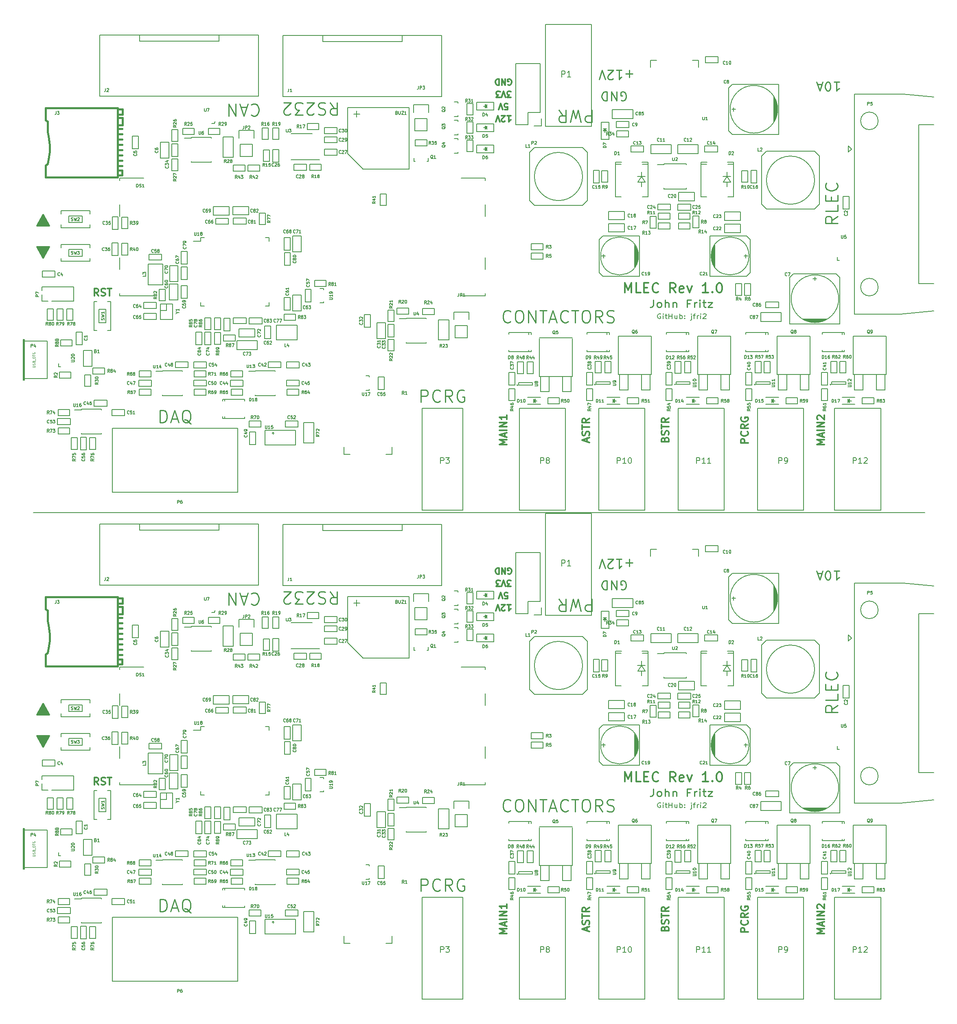
<source format=gbr>
G04 #@! TF.FileFunction,Legend,Top*
%FSLAX46Y46*%
G04 Gerber Fmt 4.6, Leading zero omitted, Abs format (unit mm)*
G04 Created by KiCad (PCBNEW 4.0.2-stable) date 4/19/2016 3:53:07 PM*
%MOMM*%
G01*
G04 APERTURE LIST*
%ADD10C,0.100000*%
%ADD11C,0.200000*%
%ADD12C,0.254000*%
%ADD13C,0.300000*%
%ADD14C,0.203200*%
%ADD15C,0.130000*%
%ADD16C,0.150000*%
%ADD17C,0.381000*%
%ADD18C,0.200660*%
%ADD19C,0.127140*%
%ADD20C,0.099060*%
G04 APERTURE END LIST*
D10*
D11*
X243840000Y-142240000D02*
X58420000Y-142240000D01*
D12*
X103740857Y-159112857D02*
X103861809Y-158991905D01*
X104224666Y-158870952D01*
X104466571Y-158870952D01*
X104829428Y-158991905D01*
X105071333Y-159233810D01*
X105192285Y-159475714D01*
X105313237Y-159959524D01*
X105313237Y-160322381D01*
X105192285Y-160806190D01*
X105071333Y-161048095D01*
X104829428Y-161290000D01*
X104466571Y-161410952D01*
X104224666Y-161410952D01*
X103861809Y-161290000D01*
X103740857Y-161169048D01*
X102773237Y-159596667D02*
X101563714Y-159596667D01*
X103015142Y-158870952D02*
X102168476Y-161410952D01*
X101321809Y-158870952D01*
X100475142Y-158870952D02*
X100475142Y-161410952D01*
X99023714Y-158870952D01*
X99023714Y-161410952D01*
X84774315Y-225100848D02*
X84774315Y-222560848D01*
X85379077Y-222560848D01*
X85741934Y-222681800D01*
X85983839Y-222923705D01*
X86104791Y-223165610D01*
X86225743Y-223649419D01*
X86225743Y-224012276D01*
X86104791Y-224496086D01*
X85983839Y-224737990D01*
X85741934Y-224979895D01*
X85379077Y-225100848D01*
X84774315Y-225100848D01*
X87193363Y-224375133D02*
X88402886Y-224375133D01*
X86951458Y-225100848D02*
X87798124Y-222560848D01*
X88644791Y-225100848D01*
X91184791Y-225342752D02*
X90942886Y-225221800D01*
X90700982Y-224979895D01*
X90338125Y-224617038D01*
X90096220Y-224496086D01*
X89854315Y-224496086D01*
X89975267Y-225100848D02*
X89733363Y-224979895D01*
X89491458Y-224737990D01*
X89370506Y-224254181D01*
X89370506Y-223407514D01*
X89491458Y-222923705D01*
X89733363Y-222681800D01*
X89975267Y-222560848D01*
X90459077Y-222560848D01*
X90700982Y-222681800D01*
X90942886Y-222923705D01*
X91063839Y-223407514D01*
X91063839Y-224254181D01*
X90942886Y-224737990D01*
X90700982Y-224979895D01*
X90459077Y-225100848D01*
X89975267Y-225100848D01*
D11*
X86106000Y-200469500D02*
X86106000Y-201803000D01*
X86106000Y-201803000D02*
X86106000Y-201866500D01*
X86106000Y-201866500D02*
X84836000Y-201866500D01*
D13*
X59309143Y-184094286D02*
X59309143Y-184237143D01*
X59452000Y-183808571D02*
X59452000Y-184237143D01*
X59594857Y-183522857D02*
X59594857Y-184237143D01*
X59737714Y-183237143D02*
X59737714Y-184237143D01*
X59880571Y-183094286D02*
X59880571Y-184237143D01*
X60023428Y-182808571D02*
X60023428Y-184237143D01*
X60166286Y-182522857D02*
X60166286Y-184237143D01*
X60309143Y-182237143D02*
X60309143Y-184237143D01*
X60452000Y-181951429D02*
X60452000Y-184237143D01*
X60594857Y-182237143D02*
X60594857Y-184237143D01*
X60737714Y-182522857D02*
X60737714Y-184237143D01*
X60880571Y-182808571D02*
X60880571Y-184237143D01*
X61023428Y-183094286D02*
X61023428Y-184237143D01*
X61166286Y-183237143D02*
X61166286Y-184237143D01*
X61309143Y-183522857D02*
X61309143Y-184237143D01*
X61452000Y-183808571D02*
X61452000Y-184237143D01*
X61594857Y-184237143D02*
X60452000Y-182094286D01*
X59309143Y-184237143D01*
X61594857Y-184094286D02*
X61594857Y-184237143D01*
X60452000Y-181951429D02*
X61737714Y-184237143D01*
X59166286Y-184237143D01*
X60452000Y-181951429D01*
X61594857Y-188777714D02*
X61594857Y-188634857D01*
X61452000Y-189063429D02*
X61452000Y-188634857D01*
X61309143Y-189349143D02*
X61309143Y-188634857D01*
X61166286Y-189634857D02*
X61166286Y-188634857D01*
X61023429Y-189777714D02*
X61023429Y-188634857D01*
X60880572Y-190063429D02*
X60880572Y-188634857D01*
X60737714Y-190349143D02*
X60737714Y-188634857D01*
X60594857Y-190634857D02*
X60594857Y-188634857D01*
X60452000Y-190920571D02*
X60452000Y-188634857D01*
X60309143Y-190634857D02*
X60309143Y-188634857D01*
X60166286Y-190349143D02*
X60166286Y-188634857D01*
X60023429Y-190063429D02*
X60023429Y-188634857D01*
X59880572Y-189777714D02*
X59880572Y-188634857D01*
X59737714Y-189634857D02*
X59737714Y-188634857D01*
X59594857Y-189349143D02*
X59594857Y-188634857D01*
X59452000Y-189063429D02*
X59452000Y-188634857D01*
X59309143Y-188634857D02*
X60452000Y-190777714D01*
X61594857Y-188634857D01*
X59309143Y-188777714D02*
X59309143Y-188634857D01*
X60452000Y-190920571D02*
X59166286Y-188634857D01*
X61737714Y-188634857D01*
X60452000Y-190920571D01*
X71949572Y-198798571D02*
X71449572Y-198084286D01*
X71092429Y-198798571D02*
X71092429Y-197298571D01*
X71663857Y-197298571D01*
X71806715Y-197370000D01*
X71878143Y-197441429D01*
X71949572Y-197584286D01*
X71949572Y-197798571D01*
X71878143Y-197941429D01*
X71806715Y-198012857D01*
X71663857Y-198084286D01*
X71092429Y-198084286D01*
X72521000Y-198727143D02*
X72735286Y-198798571D01*
X73092429Y-198798571D01*
X73235286Y-198727143D01*
X73306715Y-198655714D01*
X73378143Y-198512857D01*
X73378143Y-198370000D01*
X73306715Y-198227143D01*
X73235286Y-198155714D01*
X73092429Y-198084286D01*
X72806715Y-198012857D01*
X72663857Y-197941429D01*
X72592429Y-197870000D01*
X72521000Y-197727143D01*
X72521000Y-197584286D01*
X72592429Y-197441429D01*
X72663857Y-197370000D01*
X72806715Y-197298571D01*
X73163857Y-197298571D01*
X73378143Y-197370000D01*
X73806714Y-197298571D02*
X74663857Y-197298571D01*
X74235286Y-198798571D02*
X74235286Y-197298571D01*
X156888571Y-229695000D02*
X155388571Y-229695000D01*
X156460000Y-229195000D01*
X155388571Y-228695000D01*
X156888571Y-228695000D01*
X156460000Y-228052143D02*
X156460000Y-227337857D01*
X156888571Y-228195000D02*
X155388571Y-227695000D01*
X156888571Y-227195000D01*
X156888571Y-226695000D02*
X155388571Y-226695000D01*
X156888571Y-225980714D02*
X155388571Y-225980714D01*
X156888571Y-225123571D01*
X155388571Y-225123571D01*
X156888571Y-223623571D02*
X156888571Y-224480714D01*
X156888571Y-224052142D02*
X155388571Y-224052142D01*
X155602857Y-224194999D01*
X155745714Y-224337857D01*
X155817143Y-224480714D01*
D12*
X139034762Y-220859048D02*
X139034762Y-218319048D01*
X140002381Y-218319048D01*
X140244286Y-218440000D01*
X140365238Y-218560952D01*
X140486190Y-218802857D01*
X140486190Y-219165714D01*
X140365238Y-219407619D01*
X140244286Y-219528571D01*
X140002381Y-219649524D01*
X139034762Y-219649524D01*
X143026190Y-220617143D02*
X142905238Y-220738095D01*
X142542381Y-220859048D01*
X142300476Y-220859048D01*
X141937619Y-220738095D01*
X141695714Y-220496190D01*
X141574762Y-220254286D01*
X141453810Y-219770476D01*
X141453810Y-219407619D01*
X141574762Y-218923810D01*
X141695714Y-218681905D01*
X141937619Y-218440000D01*
X142300476Y-218319048D01*
X142542381Y-218319048D01*
X142905238Y-218440000D01*
X143026190Y-218560952D01*
X145566190Y-220859048D02*
X144719524Y-219649524D01*
X144114762Y-220859048D02*
X144114762Y-218319048D01*
X145082381Y-218319048D01*
X145324286Y-218440000D01*
X145445238Y-218560952D01*
X145566190Y-218802857D01*
X145566190Y-219165714D01*
X145445238Y-219407619D01*
X145324286Y-219528571D01*
X145082381Y-219649524D01*
X144114762Y-219649524D01*
X147985238Y-218440000D02*
X147743333Y-218319048D01*
X147380476Y-218319048D01*
X147017619Y-218440000D01*
X146775714Y-218681905D01*
X146654762Y-218923810D01*
X146533810Y-219407619D01*
X146533810Y-219770476D01*
X146654762Y-220254286D01*
X146775714Y-220496190D01*
X147017619Y-220738095D01*
X147380476Y-220859048D01*
X147622381Y-220859048D01*
X147985238Y-220738095D01*
X148106190Y-220617143D01*
X148106190Y-219770476D01*
X147622381Y-219770476D01*
X120129906Y-158616952D02*
X120976572Y-159826476D01*
X121581334Y-158616952D02*
X121581334Y-161156952D01*
X120613715Y-161156952D01*
X120371810Y-161036000D01*
X120250858Y-160915048D01*
X120129906Y-160673143D01*
X120129906Y-160310286D01*
X120250858Y-160068381D01*
X120371810Y-159947429D01*
X120613715Y-159826476D01*
X121581334Y-159826476D01*
X119162286Y-158737905D02*
X118799429Y-158616952D01*
X118194667Y-158616952D01*
X117952763Y-158737905D01*
X117831810Y-158858857D01*
X117710858Y-159100762D01*
X117710858Y-159342667D01*
X117831810Y-159584571D01*
X117952763Y-159705524D01*
X118194667Y-159826476D01*
X118678477Y-159947429D01*
X118920382Y-160068381D01*
X119041334Y-160189333D01*
X119162286Y-160431238D01*
X119162286Y-160673143D01*
X119041334Y-160915048D01*
X118920382Y-161036000D01*
X118678477Y-161156952D01*
X118073715Y-161156952D01*
X117710858Y-161036000D01*
X116743238Y-160915048D02*
X116622286Y-161036000D01*
X116380381Y-161156952D01*
X115775619Y-161156952D01*
X115533715Y-161036000D01*
X115412762Y-160915048D01*
X115291810Y-160673143D01*
X115291810Y-160431238D01*
X115412762Y-160068381D01*
X116864191Y-158616952D01*
X115291810Y-158616952D01*
X114445143Y-161156952D02*
X112872762Y-161156952D01*
X113719429Y-160189333D01*
X113356571Y-160189333D01*
X113114667Y-160068381D01*
X112993714Y-159947429D01*
X112872762Y-159705524D01*
X112872762Y-159100762D01*
X112993714Y-158858857D01*
X113114667Y-158737905D01*
X113356571Y-158616952D01*
X114082286Y-158616952D01*
X114324190Y-158737905D01*
X114445143Y-158858857D01*
X111905142Y-160915048D02*
X111784190Y-161036000D01*
X111542285Y-161156952D01*
X110937523Y-161156952D01*
X110695619Y-161036000D01*
X110574666Y-160915048D01*
X110453714Y-160673143D01*
X110453714Y-160431238D01*
X110574666Y-160068381D01*
X112026095Y-158616952D01*
X110453714Y-158616952D01*
X225685048Y-182238952D02*
X224475524Y-183085618D01*
X225685048Y-183690380D02*
X223145048Y-183690380D01*
X223145048Y-182722761D01*
X223266000Y-182480856D01*
X223386952Y-182359904D01*
X223628857Y-182238952D01*
X223991714Y-182238952D01*
X224233619Y-182359904D01*
X224354571Y-182480856D01*
X224475524Y-182722761D01*
X224475524Y-183690380D01*
X225685048Y-179940856D02*
X225685048Y-181150380D01*
X223145048Y-181150380D01*
X224354571Y-179094190D02*
X224354571Y-178247523D01*
X225685048Y-177884666D02*
X225685048Y-179094190D01*
X223145048Y-179094190D01*
X223145048Y-177884666D01*
X225443143Y-175344667D02*
X225564095Y-175465619D01*
X225685048Y-175828476D01*
X225685048Y-176070381D01*
X225564095Y-176433238D01*
X225322190Y-176675143D01*
X225080286Y-176796095D01*
X224596476Y-176917047D01*
X224233619Y-176917047D01*
X223749810Y-176796095D01*
X223507905Y-176675143D01*
X223266000Y-176433238D01*
X223145048Y-176070381D01*
X223145048Y-175828476D01*
X223266000Y-175465619D01*
X223386952Y-175344667D01*
X224953285Y-154332214D02*
X226041857Y-154332214D01*
X225497571Y-154332214D02*
X225497571Y-156237214D01*
X225679000Y-155965071D01*
X225860428Y-155783643D01*
X226041857Y-155692929D01*
X223773999Y-156237214D02*
X223592571Y-156237214D01*
X223411142Y-156146500D01*
X223320428Y-156055786D01*
X223229714Y-155874357D01*
X223138999Y-155511500D01*
X223138999Y-155057929D01*
X223229714Y-154695071D01*
X223320428Y-154513643D01*
X223411142Y-154422929D01*
X223592571Y-154332214D01*
X223773999Y-154332214D01*
X223955428Y-154422929D01*
X224046142Y-154513643D01*
X224136857Y-154695071D01*
X224227571Y-155057929D01*
X224227571Y-155511500D01*
X224136857Y-155874357D01*
X224046142Y-156055786D01*
X223955428Y-156146500D01*
X223773999Y-156237214D01*
X222413285Y-154876500D02*
X221506142Y-154876500D01*
X222594713Y-154332214D02*
X221959713Y-156237214D01*
X221324713Y-154332214D01*
X187367332Y-199643571D02*
X187367332Y-200715000D01*
X187282666Y-200929286D01*
X187113332Y-201072143D01*
X186859332Y-201143571D01*
X186689999Y-201143571D01*
X188467999Y-201143571D02*
X188298666Y-201072143D01*
X188213999Y-201000714D01*
X188129333Y-200857857D01*
X188129333Y-200429286D01*
X188213999Y-200286429D01*
X188298666Y-200215000D01*
X188467999Y-200143571D01*
X188721999Y-200143571D01*
X188891333Y-200215000D01*
X188975999Y-200286429D01*
X189060666Y-200429286D01*
X189060666Y-200857857D01*
X188975999Y-201000714D01*
X188891333Y-201072143D01*
X188721999Y-201143571D01*
X188467999Y-201143571D01*
X189822666Y-201143571D02*
X189822666Y-199643571D01*
X190584666Y-201143571D02*
X190584666Y-200357857D01*
X190500000Y-200215000D01*
X190330666Y-200143571D01*
X190076666Y-200143571D01*
X189907333Y-200215000D01*
X189822666Y-200286429D01*
X191431333Y-200143571D02*
X191431333Y-201143571D01*
X191431333Y-200286429D02*
X191516000Y-200215000D01*
X191685333Y-200143571D01*
X191939333Y-200143571D01*
X192108667Y-200215000D01*
X192193333Y-200357857D01*
X192193333Y-201143571D01*
X194987334Y-200357857D02*
X194394667Y-200357857D01*
X194394667Y-201143571D02*
X194394667Y-199643571D01*
X195241334Y-199643571D01*
X195918667Y-201143571D02*
X195918667Y-200143571D01*
X195918667Y-200429286D02*
X196003334Y-200286429D01*
X196088001Y-200215000D01*
X196257334Y-200143571D01*
X196426667Y-200143571D01*
X197019334Y-201143571D02*
X197019334Y-200143571D01*
X197019334Y-199643571D02*
X196934668Y-199715000D01*
X197019334Y-199786429D01*
X197104001Y-199715000D01*
X197019334Y-199643571D01*
X197019334Y-199786429D01*
X197612001Y-200143571D02*
X198289335Y-200143571D01*
X197866001Y-199643571D02*
X197866001Y-200929286D01*
X197950668Y-201072143D01*
X198120001Y-201143571D01*
X198289335Y-201143571D01*
X198712668Y-200143571D02*
X199644001Y-200143571D01*
X198712668Y-201143571D01*
X199644001Y-201143571D01*
D14*
X188879886Y-202565000D02*
X188770895Y-202516619D01*
X188607410Y-202516619D01*
X188443924Y-202565000D01*
X188334933Y-202661762D01*
X188280438Y-202758524D01*
X188225943Y-202952048D01*
X188225943Y-203097190D01*
X188280438Y-203290714D01*
X188334933Y-203387476D01*
X188443924Y-203484238D01*
X188607410Y-203532619D01*
X188716400Y-203532619D01*
X188879886Y-203484238D01*
X188934381Y-203435857D01*
X188934381Y-203097190D01*
X188716400Y-203097190D01*
X189424838Y-203532619D02*
X189424838Y-202855286D01*
X189424838Y-202516619D02*
X189370343Y-202565000D01*
X189424838Y-202613381D01*
X189479333Y-202565000D01*
X189424838Y-202516619D01*
X189424838Y-202613381D01*
X189806304Y-202855286D02*
X190242266Y-202855286D01*
X189969790Y-202516619D02*
X189969790Y-203387476D01*
X190024285Y-203484238D01*
X190133276Y-203532619D01*
X190242266Y-203532619D01*
X190623733Y-203532619D02*
X190623733Y-202516619D01*
X190623733Y-203000429D02*
X191277676Y-203000429D01*
X191277676Y-203532619D02*
X191277676Y-202516619D01*
X192313085Y-202855286D02*
X192313085Y-203532619D01*
X191822628Y-202855286D02*
X191822628Y-203387476D01*
X191877123Y-203484238D01*
X191986114Y-203532619D01*
X192149600Y-203532619D01*
X192258590Y-203484238D01*
X192313085Y-203435857D01*
X192858038Y-203532619D02*
X192858038Y-202516619D01*
X192858038Y-202903667D02*
X192967029Y-202855286D01*
X193185010Y-202855286D01*
X193294000Y-202903667D01*
X193348495Y-202952048D01*
X193402991Y-203048810D01*
X193402991Y-203339095D01*
X193348495Y-203435857D01*
X193294000Y-203484238D01*
X193185010Y-203532619D01*
X192967029Y-203532619D01*
X192858038Y-203484238D01*
X193893448Y-203435857D02*
X193947943Y-203484238D01*
X193893448Y-203532619D01*
X193838953Y-203484238D01*
X193893448Y-203435857D01*
X193893448Y-203532619D01*
X193893448Y-202903667D02*
X193947943Y-202952048D01*
X193893448Y-203000429D01*
X193838953Y-202952048D01*
X193893448Y-202903667D01*
X193893448Y-203000429D01*
X195310324Y-202855286D02*
X195310324Y-203726143D01*
X195255829Y-203822905D01*
X195146838Y-203871286D01*
X195092343Y-203871286D01*
X195310324Y-202516619D02*
X195255829Y-202565000D01*
X195310324Y-202613381D01*
X195364819Y-202565000D01*
X195310324Y-202516619D01*
X195310324Y-202613381D01*
X195691790Y-202855286D02*
X196127752Y-202855286D01*
X195855276Y-203532619D02*
X195855276Y-202661762D01*
X195909771Y-202565000D01*
X196018762Y-202516619D01*
X196127752Y-202516619D01*
X196509219Y-203532619D02*
X196509219Y-202855286D01*
X196509219Y-203048810D02*
X196563714Y-202952048D01*
X196618210Y-202903667D01*
X196727200Y-202855286D01*
X196836191Y-202855286D01*
X197217657Y-203532619D02*
X197217657Y-202855286D01*
X197217657Y-202516619D02*
X197163162Y-202565000D01*
X197217657Y-202613381D01*
X197272152Y-202565000D01*
X197217657Y-202516619D01*
X197217657Y-202613381D01*
X197708114Y-202613381D02*
X197762609Y-202565000D01*
X197871600Y-202516619D01*
X198144076Y-202516619D01*
X198253066Y-202565000D01*
X198307562Y-202613381D01*
X198362057Y-202710143D01*
X198362057Y-202806905D01*
X198307562Y-202952048D01*
X197653619Y-203532619D01*
X198362057Y-203532619D01*
D13*
X181452764Y-198150238D02*
X181452764Y-196118238D01*
X182130097Y-197569667D01*
X182807430Y-196118238D01*
X182807430Y-198150238D01*
X184742669Y-198150238D02*
X183775050Y-198150238D01*
X183775050Y-196118238D01*
X185420002Y-197085857D02*
X186097335Y-197085857D01*
X186387621Y-198150238D02*
X185420002Y-198150238D01*
X185420002Y-196118238D01*
X186387621Y-196118238D01*
X188419620Y-197956714D02*
X188322858Y-198053476D01*
X188032573Y-198150238D01*
X187839049Y-198150238D01*
X187548763Y-198053476D01*
X187355239Y-197859952D01*
X187258478Y-197666429D01*
X187161716Y-197279381D01*
X187161716Y-196989095D01*
X187258478Y-196602048D01*
X187355239Y-196408524D01*
X187548763Y-196215000D01*
X187839049Y-196118238D01*
X188032573Y-196118238D01*
X188322858Y-196215000D01*
X188419620Y-196311762D01*
X191999810Y-198150238D02*
X191322477Y-197182619D01*
X190838668Y-198150238D02*
X190838668Y-196118238D01*
X191612763Y-196118238D01*
X191806287Y-196215000D01*
X191903048Y-196311762D01*
X191999810Y-196505286D01*
X191999810Y-196795571D01*
X191903048Y-196989095D01*
X191806287Y-197085857D01*
X191612763Y-197182619D01*
X190838668Y-197182619D01*
X193644763Y-198053476D02*
X193451239Y-198150238D01*
X193064191Y-198150238D01*
X192870668Y-198053476D01*
X192773906Y-197859952D01*
X192773906Y-197085857D01*
X192870668Y-196892333D01*
X193064191Y-196795571D01*
X193451239Y-196795571D01*
X193644763Y-196892333D01*
X193741525Y-197085857D01*
X193741525Y-197279381D01*
X192773906Y-197472905D01*
X194418858Y-196795571D02*
X194902667Y-198150238D01*
X195386477Y-196795571D01*
X198773142Y-198150238D02*
X197612000Y-198150238D01*
X198192571Y-198150238D02*
X198192571Y-196118238D01*
X197999047Y-196408524D01*
X197805523Y-196602048D01*
X197612000Y-196698810D01*
X199644000Y-197956714D02*
X199740761Y-198053476D01*
X199644000Y-198150238D01*
X199547238Y-198053476D01*
X199644000Y-197956714D01*
X199644000Y-198150238D01*
X200998666Y-196118238D02*
X201192190Y-196118238D01*
X201385714Y-196215000D01*
X201482476Y-196311762D01*
X201579238Y-196505286D01*
X201675999Y-196892333D01*
X201675999Y-197376143D01*
X201579238Y-197763190D01*
X201482476Y-197956714D01*
X201385714Y-198053476D01*
X201192190Y-198150238D01*
X200998666Y-198150238D01*
X200805142Y-198053476D01*
X200708380Y-197956714D01*
X200611619Y-197763190D01*
X200514857Y-197376143D01*
X200514857Y-196892333D01*
X200611619Y-196505286D01*
X200708380Y-196311762D01*
X200805142Y-196215000D01*
X200998666Y-196118238D01*
X189757857Y-228623571D02*
X189829286Y-228409285D01*
X189900714Y-228337857D01*
X190043571Y-228266428D01*
X190257857Y-228266428D01*
X190400714Y-228337857D01*
X190472143Y-228409285D01*
X190543571Y-228552143D01*
X190543571Y-229123571D01*
X189043571Y-229123571D01*
X189043571Y-228623571D01*
X189115000Y-228480714D01*
X189186429Y-228409285D01*
X189329286Y-228337857D01*
X189472143Y-228337857D01*
X189615000Y-228409285D01*
X189686429Y-228480714D01*
X189757857Y-228623571D01*
X189757857Y-229123571D01*
X190472143Y-227695000D02*
X190543571Y-227480714D01*
X190543571Y-227123571D01*
X190472143Y-226980714D01*
X190400714Y-226909285D01*
X190257857Y-226837857D01*
X190115000Y-226837857D01*
X189972143Y-226909285D01*
X189900714Y-226980714D01*
X189829286Y-227123571D01*
X189757857Y-227409285D01*
X189686429Y-227552143D01*
X189615000Y-227623571D01*
X189472143Y-227695000D01*
X189329286Y-227695000D01*
X189186429Y-227623571D01*
X189115000Y-227552143D01*
X189043571Y-227409285D01*
X189043571Y-227052143D01*
X189115000Y-226837857D01*
X189043571Y-226409286D02*
X189043571Y-225552143D01*
X190543571Y-225980714D02*
X189043571Y-225980714D01*
X190543571Y-224195000D02*
X189829286Y-224695000D01*
X190543571Y-225052143D02*
X189043571Y-225052143D01*
X189043571Y-224480715D01*
X189115000Y-224337857D01*
X189186429Y-224266429D01*
X189329286Y-224195000D01*
X189543571Y-224195000D01*
X189686429Y-224266429D01*
X189757857Y-224337857D01*
X189829286Y-224480715D01*
X189829286Y-225052143D01*
X207053571Y-229337857D02*
X205553571Y-229337857D01*
X205553571Y-228766429D01*
X205625000Y-228623571D01*
X205696429Y-228552143D01*
X205839286Y-228480714D01*
X206053571Y-228480714D01*
X206196429Y-228552143D01*
X206267857Y-228623571D01*
X206339286Y-228766429D01*
X206339286Y-229337857D01*
X206910714Y-226980714D02*
X206982143Y-227052143D01*
X207053571Y-227266429D01*
X207053571Y-227409286D01*
X206982143Y-227623571D01*
X206839286Y-227766429D01*
X206696429Y-227837857D01*
X206410714Y-227909286D01*
X206196429Y-227909286D01*
X205910714Y-227837857D01*
X205767857Y-227766429D01*
X205625000Y-227623571D01*
X205553571Y-227409286D01*
X205553571Y-227266429D01*
X205625000Y-227052143D01*
X205696429Y-226980714D01*
X207053571Y-225480714D02*
X206339286Y-225980714D01*
X207053571Y-226337857D02*
X205553571Y-226337857D01*
X205553571Y-225766429D01*
X205625000Y-225623571D01*
X205696429Y-225552143D01*
X205839286Y-225480714D01*
X206053571Y-225480714D01*
X206196429Y-225552143D01*
X206267857Y-225623571D01*
X206339286Y-225766429D01*
X206339286Y-226337857D01*
X205625000Y-224052143D02*
X205553571Y-224195000D01*
X205553571Y-224409286D01*
X205625000Y-224623571D01*
X205767857Y-224766429D01*
X205910714Y-224837857D01*
X206196429Y-224909286D01*
X206410714Y-224909286D01*
X206696429Y-224837857D01*
X206839286Y-224766429D01*
X206982143Y-224623571D01*
X207053571Y-224409286D01*
X207053571Y-224266429D01*
X206982143Y-224052143D01*
X206910714Y-223980714D01*
X206410714Y-223980714D01*
X206410714Y-224266429D01*
X222928571Y-229695000D02*
X221428571Y-229695000D01*
X222500000Y-229195000D01*
X221428571Y-228695000D01*
X222928571Y-228695000D01*
X222500000Y-228052143D02*
X222500000Y-227337857D01*
X222928571Y-228195000D02*
X221428571Y-227695000D01*
X222928571Y-227195000D01*
X222928571Y-226695000D02*
X221428571Y-226695000D01*
X222928571Y-225980714D02*
X221428571Y-225980714D01*
X222928571Y-225123571D01*
X221428571Y-225123571D01*
X221571429Y-224480714D02*
X221500000Y-224409285D01*
X221428571Y-224266428D01*
X221428571Y-223909285D01*
X221500000Y-223766428D01*
X221571429Y-223694999D01*
X221714286Y-223623571D01*
X221857143Y-223623571D01*
X222071429Y-223694999D01*
X222928571Y-224552142D01*
X222928571Y-223623571D01*
X173605000Y-229087857D02*
X173605000Y-228373571D01*
X174033571Y-229230714D02*
X172533571Y-228730714D01*
X174033571Y-228230714D01*
X173962143Y-227802143D02*
X174033571Y-227587857D01*
X174033571Y-227230714D01*
X173962143Y-227087857D01*
X173890714Y-227016428D01*
X173747857Y-226945000D01*
X173605000Y-226945000D01*
X173462143Y-227016428D01*
X173390714Y-227087857D01*
X173319286Y-227230714D01*
X173247857Y-227516428D01*
X173176429Y-227659286D01*
X173105000Y-227730714D01*
X172962143Y-227802143D01*
X172819286Y-227802143D01*
X172676429Y-227730714D01*
X172605000Y-227659286D01*
X172533571Y-227516428D01*
X172533571Y-227159286D01*
X172605000Y-226945000D01*
X172533571Y-226516429D02*
X172533571Y-225659286D01*
X174033571Y-226087857D02*
X172533571Y-226087857D01*
X174033571Y-224302143D02*
X173319286Y-224802143D01*
X174033571Y-225159286D02*
X172533571Y-225159286D01*
X172533571Y-224587858D01*
X172605000Y-224445000D01*
X172676429Y-224373572D01*
X172819286Y-224302143D01*
X173033571Y-224302143D01*
X173176429Y-224373572D01*
X173247857Y-224445000D01*
X173319286Y-224587858D01*
X173319286Y-225159286D01*
D12*
X157661429Y-204107143D02*
X157540477Y-204228095D01*
X157177620Y-204349048D01*
X156935715Y-204349048D01*
X156572858Y-204228095D01*
X156330953Y-203986190D01*
X156210001Y-203744286D01*
X156089049Y-203260476D01*
X156089049Y-202897619D01*
X156210001Y-202413810D01*
X156330953Y-202171905D01*
X156572858Y-201930000D01*
X156935715Y-201809048D01*
X157177620Y-201809048D01*
X157540477Y-201930000D01*
X157661429Y-202050952D01*
X159233810Y-201809048D02*
X159717620Y-201809048D01*
X159959525Y-201930000D01*
X160201429Y-202171905D01*
X160322382Y-202655714D01*
X160322382Y-203502381D01*
X160201429Y-203986190D01*
X159959525Y-204228095D01*
X159717620Y-204349048D01*
X159233810Y-204349048D01*
X158991906Y-204228095D01*
X158750001Y-203986190D01*
X158629049Y-203502381D01*
X158629049Y-202655714D01*
X158750001Y-202171905D01*
X158991906Y-201930000D01*
X159233810Y-201809048D01*
X161410953Y-204349048D02*
X161410953Y-201809048D01*
X162862381Y-204349048D01*
X162862381Y-201809048D01*
X163709048Y-201809048D02*
X165160476Y-201809048D01*
X164434762Y-204349048D02*
X164434762Y-201809048D01*
X165886191Y-203623333D02*
X167095714Y-203623333D01*
X165644286Y-204349048D02*
X166490952Y-201809048D01*
X167337619Y-204349048D01*
X169635714Y-204107143D02*
X169514762Y-204228095D01*
X169151905Y-204349048D01*
X168910000Y-204349048D01*
X168547143Y-204228095D01*
X168305238Y-203986190D01*
X168184286Y-203744286D01*
X168063334Y-203260476D01*
X168063334Y-202897619D01*
X168184286Y-202413810D01*
X168305238Y-202171905D01*
X168547143Y-201930000D01*
X168910000Y-201809048D01*
X169151905Y-201809048D01*
X169514762Y-201930000D01*
X169635714Y-202050952D01*
X170361429Y-201809048D02*
X171812857Y-201809048D01*
X171087143Y-204349048D02*
X171087143Y-201809048D01*
X173143333Y-201809048D02*
X173627143Y-201809048D01*
X173869048Y-201930000D01*
X174110952Y-202171905D01*
X174231905Y-202655714D01*
X174231905Y-203502381D01*
X174110952Y-203986190D01*
X173869048Y-204228095D01*
X173627143Y-204349048D01*
X173143333Y-204349048D01*
X172901429Y-204228095D01*
X172659524Y-203986190D01*
X172538572Y-203502381D01*
X172538572Y-202655714D01*
X172659524Y-202171905D01*
X172901429Y-201930000D01*
X173143333Y-201809048D01*
X176771904Y-204349048D02*
X175925238Y-203139524D01*
X175320476Y-204349048D02*
X175320476Y-201809048D01*
X176288095Y-201809048D01*
X176530000Y-201930000D01*
X176650952Y-202050952D01*
X176771904Y-202292857D01*
X176771904Y-202655714D01*
X176650952Y-202897619D01*
X176530000Y-203018571D01*
X176288095Y-203139524D01*
X175320476Y-203139524D01*
X177739524Y-204228095D02*
X178102381Y-204349048D01*
X178707143Y-204349048D01*
X178949047Y-204228095D01*
X179070000Y-204107143D01*
X179190952Y-203865238D01*
X179190952Y-203623333D01*
X179070000Y-203381429D01*
X178949047Y-203260476D01*
X178707143Y-203139524D01*
X178223333Y-203018571D01*
X177981428Y-202897619D01*
X177860476Y-202776667D01*
X177739524Y-202534762D01*
X177739524Y-202292857D01*
X177860476Y-202050952D01*
X177981428Y-201930000D01*
X178223333Y-201809048D01*
X178828095Y-201809048D01*
X179190952Y-201930000D01*
X183061429Y-152644929D02*
X181610000Y-152644929D01*
X182335714Y-151919214D02*
X182335714Y-153370643D01*
X179705000Y-151919214D02*
X180793572Y-151919214D01*
X180249286Y-151919214D02*
X180249286Y-153824214D01*
X180430715Y-153552071D01*
X180612143Y-153370643D01*
X180793572Y-153279929D01*
X178979286Y-153642786D02*
X178888572Y-153733500D01*
X178707143Y-153824214D01*
X178253572Y-153824214D01*
X178072143Y-153733500D01*
X177981429Y-153642786D01*
X177890714Y-153461357D01*
X177890714Y-153279929D01*
X177981429Y-153007786D01*
X179070000Y-151919214D01*
X177890714Y-151919214D01*
X177346428Y-153824214D02*
X176711428Y-151919214D01*
X176076428Y-153824214D01*
X180648428Y-158178500D02*
X180829857Y-158269214D01*
X181102000Y-158269214D01*
X181374143Y-158178500D01*
X181555571Y-157997071D01*
X181646286Y-157815643D01*
X181737000Y-157452786D01*
X181737000Y-157180643D01*
X181646286Y-156817786D01*
X181555571Y-156636357D01*
X181374143Y-156454929D01*
X181102000Y-156364214D01*
X180920571Y-156364214D01*
X180648428Y-156454929D01*
X180557714Y-156545643D01*
X180557714Y-157180643D01*
X180920571Y-157180643D01*
X179741286Y-156364214D02*
X179741286Y-158269214D01*
X178652714Y-156364214D01*
X178652714Y-158269214D01*
X177745572Y-156364214D02*
X177745572Y-158269214D01*
X177292000Y-158269214D01*
X177019857Y-158178500D01*
X176838429Y-157997071D01*
X176747714Y-157815643D01*
X176657000Y-157452786D01*
X176657000Y-157180643D01*
X176747714Y-156817786D01*
X176838429Y-156636357D01*
X177019857Y-156454929D01*
X177292000Y-156364214D01*
X177745572Y-156364214D01*
X174582666Y-160140952D02*
X174582666Y-162680952D01*
X173615047Y-162680952D01*
X173373142Y-162560000D01*
X173252190Y-162439048D01*
X173131238Y-162197143D01*
X173131238Y-161834286D01*
X173252190Y-161592381D01*
X173373142Y-161471429D01*
X173615047Y-161350476D01*
X174582666Y-161350476D01*
X172284571Y-162680952D02*
X171679809Y-160140952D01*
X171195999Y-161955238D01*
X170712190Y-160140952D01*
X170107428Y-162680952D01*
X167688381Y-160140952D02*
X168535047Y-161350476D01*
X169139809Y-160140952D02*
X169139809Y-162680952D01*
X168172190Y-162680952D01*
X167930285Y-162560000D01*
X167809333Y-162439048D01*
X167688381Y-162197143D01*
X167688381Y-161834286D01*
X167809333Y-161592381D01*
X167930285Y-161471429D01*
X168172190Y-161350476D01*
X169139809Y-161350476D01*
D13*
X157752667Y-157527333D02*
X156981334Y-157527333D01*
X157396667Y-157052667D01*
X157218667Y-157052667D01*
X157100000Y-156993333D01*
X157040667Y-156934000D01*
X156981334Y-156815333D01*
X156981334Y-156518667D01*
X157040667Y-156400000D01*
X157100000Y-156340667D01*
X157218667Y-156281333D01*
X157574667Y-156281333D01*
X157693334Y-156340667D01*
X157752667Y-156400000D01*
X156625333Y-157527333D02*
X156210000Y-156281333D01*
X155794667Y-157527333D01*
X155498000Y-157527333D02*
X154726667Y-157527333D01*
X155142000Y-157052667D01*
X154964000Y-157052667D01*
X154845333Y-156993333D01*
X154786000Y-156934000D01*
X154726667Y-156815333D01*
X154726667Y-156518667D01*
X154786000Y-156400000D01*
X154845333Y-156340667D01*
X154964000Y-156281333D01*
X155320000Y-156281333D01*
X155438667Y-156340667D01*
X155498000Y-156400000D01*
X157159333Y-154928000D02*
X157277999Y-154987333D01*
X157455999Y-154987333D01*
X157633999Y-154928000D01*
X157752666Y-154809333D01*
X157811999Y-154690667D01*
X157871333Y-154453333D01*
X157871333Y-154275333D01*
X157811999Y-154038000D01*
X157752666Y-153919333D01*
X157633999Y-153800667D01*
X157455999Y-153741333D01*
X157337333Y-153741333D01*
X157159333Y-153800667D01*
X157099999Y-153860000D01*
X157099999Y-154275333D01*
X157337333Y-154275333D01*
X156565999Y-153741333D02*
X156565999Y-154987333D01*
X155853999Y-153741333D01*
X155853999Y-154987333D01*
X155260666Y-153741333D02*
X155260666Y-154987333D01*
X154964000Y-154987333D01*
X154786000Y-154928000D01*
X154667333Y-154809333D01*
X154608000Y-154690667D01*
X154548666Y-154453333D01*
X154548666Y-154275333D01*
X154608000Y-154038000D01*
X154667333Y-153919333D01*
X154786000Y-153800667D01*
X154964000Y-153741333D01*
X155260666Y-153741333D01*
X156981334Y-161361333D02*
X157693334Y-161361333D01*
X157337334Y-161361333D02*
X157337334Y-162607333D01*
X157456000Y-162429333D01*
X157574667Y-162310667D01*
X157693334Y-162251333D01*
X156506667Y-162488667D02*
X156447333Y-162548000D01*
X156328667Y-162607333D01*
X156032000Y-162607333D01*
X155913333Y-162548000D01*
X155854000Y-162488667D01*
X155794667Y-162370000D01*
X155794667Y-162251333D01*
X155854000Y-162073333D01*
X156566000Y-161361333D01*
X155794667Y-161361333D01*
X155438666Y-162607333D02*
X155023333Y-161361333D01*
X154608000Y-162607333D01*
X156447333Y-160067333D02*
X157040666Y-160067333D01*
X157100000Y-159474000D01*
X157040666Y-159533333D01*
X156922000Y-159592667D01*
X156625333Y-159592667D01*
X156506666Y-159533333D01*
X156447333Y-159474000D01*
X156388000Y-159355333D01*
X156388000Y-159058667D01*
X156447333Y-158940000D01*
X156506666Y-158880667D01*
X156625333Y-158821333D01*
X156922000Y-158821333D01*
X157040666Y-158880667D01*
X157100000Y-158940000D01*
X156031999Y-160067333D02*
X155616666Y-158821333D01*
X155201333Y-160067333D01*
D12*
X139034762Y-119259048D02*
X139034762Y-116719048D01*
X140002381Y-116719048D01*
X140244286Y-116840000D01*
X140365238Y-116960952D01*
X140486190Y-117202857D01*
X140486190Y-117565714D01*
X140365238Y-117807619D01*
X140244286Y-117928571D01*
X140002381Y-118049524D01*
X139034762Y-118049524D01*
X143026190Y-119017143D02*
X142905238Y-119138095D01*
X142542381Y-119259048D01*
X142300476Y-119259048D01*
X141937619Y-119138095D01*
X141695714Y-118896190D01*
X141574762Y-118654286D01*
X141453810Y-118170476D01*
X141453810Y-117807619D01*
X141574762Y-117323810D01*
X141695714Y-117081905D01*
X141937619Y-116840000D01*
X142300476Y-116719048D01*
X142542381Y-116719048D01*
X142905238Y-116840000D01*
X143026190Y-116960952D01*
X145566190Y-119259048D02*
X144719524Y-118049524D01*
X144114762Y-119259048D02*
X144114762Y-116719048D01*
X145082381Y-116719048D01*
X145324286Y-116840000D01*
X145445238Y-116960952D01*
X145566190Y-117202857D01*
X145566190Y-117565714D01*
X145445238Y-117807619D01*
X145324286Y-117928571D01*
X145082381Y-118049524D01*
X144114762Y-118049524D01*
X147985238Y-116840000D02*
X147743333Y-116719048D01*
X147380476Y-116719048D01*
X147017619Y-116840000D01*
X146775714Y-117081905D01*
X146654762Y-117323810D01*
X146533810Y-117807619D01*
X146533810Y-118170476D01*
X146654762Y-118654286D01*
X146775714Y-118896190D01*
X147017619Y-119138095D01*
X147380476Y-119259048D01*
X147622381Y-119259048D01*
X147985238Y-119138095D01*
X148106190Y-119017143D01*
X148106190Y-118170476D01*
X147622381Y-118170476D01*
D13*
X157159333Y-53328000D02*
X157277999Y-53387333D01*
X157455999Y-53387333D01*
X157633999Y-53328000D01*
X157752666Y-53209333D01*
X157811999Y-53090667D01*
X157871333Y-52853333D01*
X157871333Y-52675333D01*
X157811999Y-52438000D01*
X157752666Y-52319333D01*
X157633999Y-52200667D01*
X157455999Y-52141333D01*
X157337333Y-52141333D01*
X157159333Y-52200667D01*
X157099999Y-52260000D01*
X157099999Y-52675333D01*
X157337333Y-52675333D01*
X156565999Y-52141333D02*
X156565999Y-53387333D01*
X155853999Y-52141333D01*
X155853999Y-53387333D01*
X155260666Y-52141333D02*
X155260666Y-53387333D01*
X154964000Y-53387333D01*
X154786000Y-53328000D01*
X154667333Y-53209333D01*
X154608000Y-53090667D01*
X154548666Y-52853333D01*
X154548666Y-52675333D01*
X154608000Y-52438000D01*
X154667333Y-52319333D01*
X154786000Y-52200667D01*
X154964000Y-52141333D01*
X155260666Y-52141333D01*
X157752667Y-55927333D02*
X156981334Y-55927333D01*
X157396667Y-55452667D01*
X157218667Y-55452667D01*
X157100000Y-55393333D01*
X157040667Y-55334000D01*
X156981334Y-55215333D01*
X156981334Y-54918667D01*
X157040667Y-54800000D01*
X157100000Y-54740667D01*
X157218667Y-54681333D01*
X157574667Y-54681333D01*
X157693334Y-54740667D01*
X157752667Y-54800000D01*
X156625333Y-55927333D02*
X156210000Y-54681333D01*
X155794667Y-55927333D01*
X155498000Y-55927333D02*
X154726667Y-55927333D01*
X155142000Y-55452667D01*
X154964000Y-55452667D01*
X154845333Y-55393333D01*
X154786000Y-55334000D01*
X154726667Y-55215333D01*
X154726667Y-54918667D01*
X154786000Y-54800000D01*
X154845333Y-54740667D01*
X154964000Y-54681333D01*
X155320000Y-54681333D01*
X155438667Y-54740667D01*
X155498000Y-54800000D01*
X156447333Y-58467333D02*
X157040666Y-58467333D01*
X157100000Y-57874000D01*
X157040666Y-57933333D01*
X156922000Y-57992667D01*
X156625333Y-57992667D01*
X156506666Y-57933333D01*
X156447333Y-57874000D01*
X156388000Y-57755333D01*
X156388000Y-57458667D01*
X156447333Y-57340000D01*
X156506666Y-57280667D01*
X156625333Y-57221333D01*
X156922000Y-57221333D01*
X157040666Y-57280667D01*
X157100000Y-57340000D01*
X156031999Y-58467333D02*
X155616666Y-57221333D01*
X155201333Y-58467333D01*
X156981334Y-59761333D02*
X157693334Y-59761333D01*
X157337334Y-59761333D02*
X157337334Y-61007333D01*
X157456000Y-60829333D01*
X157574667Y-60710667D01*
X157693334Y-60651333D01*
X156506667Y-60888667D02*
X156447333Y-60948000D01*
X156328667Y-61007333D01*
X156032000Y-61007333D01*
X155913333Y-60948000D01*
X155854000Y-60888667D01*
X155794667Y-60770000D01*
X155794667Y-60651333D01*
X155854000Y-60473333D01*
X156566000Y-59761333D01*
X155794667Y-59761333D01*
X155438666Y-61007333D02*
X155023333Y-59761333D01*
X154608000Y-61007333D01*
X181452764Y-96550238D02*
X181452764Y-94518238D01*
X182130097Y-95969667D01*
X182807430Y-94518238D01*
X182807430Y-96550238D01*
X184742669Y-96550238D02*
X183775050Y-96550238D01*
X183775050Y-94518238D01*
X185420002Y-95485857D02*
X186097335Y-95485857D01*
X186387621Y-96550238D02*
X185420002Y-96550238D01*
X185420002Y-94518238D01*
X186387621Y-94518238D01*
X188419620Y-96356714D02*
X188322858Y-96453476D01*
X188032573Y-96550238D01*
X187839049Y-96550238D01*
X187548763Y-96453476D01*
X187355239Y-96259952D01*
X187258478Y-96066429D01*
X187161716Y-95679381D01*
X187161716Y-95389095D01*
X187258478Y-95002048D01*
X187355239Y-94808524D01*
X187548763Y-94615000D01*
X187839049Y-94518238D01*
X188032573Y-94518238D01*
X188322858Y-94615000D01*
X188419620Y-94711762D01*
X191999810Y-96550238D02*
X191322477Y-95582619D01*
X190838668Y-96550238D02*
X190838668Y-94518238D01*
X191612763Y-94518238D01*
X191806287Y-94615000D01*
X191903048Y-94711762D01*
X191999810Y-94905286D01*
X191999810Y-95195571D01*
X191903048Y-95389095D01*
X191806287Y-95485857D01*
X191612763Y-95582619D01*
X190838668Y-95582619D01*
X193644763Y-96453476D02*
X193451239Y-96550238D01*
X193064191Y-96550238D01*
X192870668Y-96453476D01*
X192773906Y-96259952D01*
X192773906Y-95485857D01*
X192870668Y-95292333D01*
X193064191Y-95195571D01*
X193451239Y-95195571D01*
X193644763Y-95292333D01*
X193741525Y-95485857D01*
X193741525Y-95679381D01*
X192773906Y-95872905D01*
X194418858Y-95195571D02*
X194902667Y-96550238D01*
X195386477Y-95195571D01*
X198773142Y-96550238D02*
X197612000Y-96550238D01*
X198192571Y-96550238D02*
X198192571Y-94518238D01*
X197999047Y-94808524D01*
X197805523Y-95002048D01*
X197612000Y-95098810D01*
X199644000Y-96356714D02*
X199740761Y-96453476D01*
X199644000Y-96550238D01*
X199547238Y-96453476D01*
X199644000Y-96356714D01*
X199644000Y-96550238D01*
X200998666Y-94518238D02*
X201192190Y-94518238D01*
X201385714Y-94615000D01*
X201482476Y-94711762D01*
X201579238Y-94905286D01*
X201675999Y-95292333D01*
X201675999Y-95776143D01*
X201579238Y-96163190D01*
X201482476Y-96356714D01*
X201385714Y-96453476D01*
X201192190Y-96550238D01*
X200998666Y-96550238D01*
X200805142Y-96453476D01*
X200708380Y-96356714D01*
X200611619Y-96163190D01*
X200514857Y-95776143D01*
X200514857Y-95292333D01*
X200611619Y-94905286D01*
X200708380Y-94711762D01*
X200805142Y-94615000D01*
X200998666Y-94518238D01*
X71949572Y-97198571D02*
X71449572Y-96484286D01*
X71092429Y-97198571D02*
X71092429Y-95698571D01*
X71663857Y-95698571D01*
X71806715Y-95770000D01*
X71878143Y-95841429D01*
X71949572Y-95984286D01*
X71949572Y-96198571D01*
X71878143Y-96341429D01*
X71806715Y-96412857D01*
X71663857Y-96484286D01*
X71092429Y-96484286D01*
X72521000Y-97127143D02*
X72735286Y-97198571D01*
X73092429Y-97198571D01*
X73235286Y-97127143D01*
X73306715Y-97055714D01*
X73378143Y-96912857D01*
X73378143Y-96770000D01*
X73306715Y-96627143D01*
X73235286Y-96555714D01*
X73092429Y-96484286D01*
X72806715Y-96412857D01*
X72663857Y-96341429D01*
X72592429Y-96270000D01*
X72521000Y-96127143D01*
X72521000Y-95984286D01*
X72592429Y-95841429D01*
X72663857Y-95770000D01*
X72806715Y-95698571D01*
X73163857Y-95698571D01*
X73378143Y-95770000D01*
X73806714Y-95698571D02*
X74663857Y-95698571D01*
X74235286Y-97198571D02*
X74235286Y-95698571D01*
D14*
X188879886Y-100965000D02*
X188770895Y-100916619D01*
X188607410Y-100916619D01*
X188443924Y-100965000D01*
X188334933Y-101061762D01*
X188280438Y-101158524D01*
X188225943Y-101352048D01*
X188225943Y-101497190D01*
X188280438Y-101690714D01*
X188334933Y-101787476D01*
X188443924Y-101884238D01*
X188607410Y-101932619D01*
X188716400Y-101932619D01*
X188879886Y-101884238D01*
X188934381Y-101835857D01*
X188934381Y-101497190D01*
X188716400Y-101497190D01*
X189424838Y-101932619D02*
X189424838Y-101255286D01*
X189424838Y-100916619D02*
X189370343Y-100965000D01*
X189424838Y-101013381D01*
X189479333Y-100965000D01*
X189424838Y-100916619D01*
X189424838Y-101013381D01*
X189806304Y-101255286D02*
X190242266Y-101255286D01*
X189969790Y-100916619D02*
X189969790Y-101787476D01*
X190024285Y-101884238D01*
X190133276Y-101932619D01*
X190242266Y-101932619D01*
X190623733Y-101932619D02*
X190623733Y-100916619D01*
X190623733Y-101400429D02*
X191277676Y-101400429D01*
X191277676Y-101932619D02*
X191277676Y-100916619D01*
X192313085Y-101255286D02*
X192313085Y-101932619D01*
X191822628Y-101255286D02*
X191822628Y-101787476D01*
X191877123Y-101884238D01*
X191986114Y-101932619D01*
X192149600Y-101932619D01*
X192258590Y-101884238D01*
X192313085Y-101835857D01*
X192858038Y-101932619D02*
X192858038Y-100916619D01*
X192858038Y-101303667D02*
X192967029Y-101255286D01*
X193185010Y-101255286D01*
X193294000Y-101303667D01*
X193348495Y-101352048D01*
X193402991Y-101448810D01*
X193402991Y-101739095D01*
X193348495Y-101835857D01*
X193294000Y-101884238D01*
X193185010Y-101932619D01*
X192967029Y-101932619D01*
X192858038Y-101884238D01*
X193893448Y-101835857D02*
X193947943Y-101884238D01*
X193893448Y-101932619D01*
X193838953Y-101884238D01*
X193893448Y-101835857D01*
X193893448Y-101932619D01*
X193893448Y-101303667D02*
X193947943Y-101352048D01*
X193893448Y-101400429D01*
X193838953Y-101352048D01*
X193893448Y-101303667D01*
X193893448Y-101400429D01*
X195310324Y-101255286D02*
X195310324Y-102126143D01*
X195255829Y-102222905D01*
X195146838Y-102271286D01*
X195092343Y-102271286D01*
X195310324Y-100916619D02*
X195255829Y-100965000D01*
X195310324Y-101013381D01*
X195364819Y-100965000D01*
X195310324Y-100916619D01*
X195310324Y-101013381D01*
X195691790Y-101255286D02*
X196127752Y-101255286D01*
X195855276Y-101932619D02*
X195855276Y-101061762D01*
X195909771Y-100965000D01*
X196018762Y-100916619D01*
X196127752Y-100916619D01*
X196509219Y-101932619D02*
X196509219Y-101255286D01*
X196509219Y-101448810D02*
X196563714Y-101352048D01*
X196618210Y-101303667D01*
X196727200Y-101255286D01*
X196836191Y-101255286D01*
X197217657Y-101932619D02*
X197217657Y-101255286D01*
X197217657Y-100916619D02*
X197163162Y-100965000D01*
X197217657Y-101013381D01*
X197272152Y-100965000D01*
X197217657Y-100916619D01*
X197217657Y-101013381D01*
X197708114Y-101013381D02*
X197762609Y-100965000D01*
X197871600Y-100916619D01*
X198144076Y-100916619D01*
X198253066Y-100965000D01*
X198307562Y-101013381D01*
X198362057Y-101110143D01*
X198362057Y-101206905D01*
X198307562Y-101352048D01*
X197653619Y-101932619D01*
X198362057Y-101932619D01*
D12*
X187367332Y-98043571D02*
X187367332Y-99115000D01*
X187282666Y-99329286D01*
X187113332Y-99472143D01*
X186859332Y-99543571D01*
X186689999Y-99543571D01*
X188467999Y-99543571D02*
X188298666Y-99472143D01*
X188213999Y-99400714D01*
X188129333Y-99257857D01*
X188129333Y-98829286D01*
X188213999Y-98686429D01*
X188298666Y-98615000D01*
X188467999Y-98543571D01*
X188721999Y-98543571D01*
X188891333Y-98615000D01*
X188975999Y-98686429D01*
X189060666Y-98829286D01*
X189060666Y-99257857D01*
X188975999Y-99400714D01*
X188891333Y-99472143D01*
X188721999Y-99543571D01*
X188467999Y-99543571D01*
X189822666Y-99543571D02*
X189822666Y-98043571D01*
X190584666Y-99543571D02*
X190584666Y-98757857D01*
X190500000Y-98615000D01*
X190330666Y-98543571D01*
X190076666Y-98543571D01*
X189907333Y-98615000D01*
X189822666Y-98686429D01*
X191431333Y-98543571D02*
X191431333Y-99543571D01*
X191431333Y-98686429D02*
X191516000Y-98615000D01*
X191685333Y-98543571D01*
X191939333Y-98543571D01*
X192108667Y-98615000D01*
X192193333Y-98757857D01*
X192193333Y-99543571D01*
X194987334Y-98757857D02*
X194394667Y-98757857D01*
X194394667Y-99543571D02*
X194394667Y-98043571D01*
X195241334Y-98043571D01*
X195918667Y-99543571D02*
X195918667Y-98543571D01*
X195918667Y-98829286D02*
X196003334Y-98686429D01*
X196088001Y-98615000D01*
X196257334Y-98543571D01*
X196426667Y-98543571D01*
X197019334Y-99543571D02*
X197019334Y-98543571D01*
X197019334Y-98043571D02*
X196934668Y-98115000D01*
X197019334Y-98186429D01*
X197104001Y-98115000D01*
X197019334Y-98043571D01*
X197019334Y-98186429D01*
X197612001Y-98543571D02*
X198289335Y-98543571D01*
X197866001Y-98043571D02*
X197866001Y-99329286D01*
X197950668Y-99472143D01*
X198120001Y-99543571D01*
X198289335Y-99543571D01*
X198712668Y-98543571D02*
X199644001Y-98543571D01*
X198712668Y-99543571D01*
X199644001Y-99543571D01*
D11*
X86106000Y-100266500D02*
X84836000Y-100266500D01*
X86106000Y-100203000D02*
X86106000Y-100266500D01*
X86106000Y-98869500D02*
X86106000Y-100203000D01*
D12*
X120129906Y-57016952D02*
X120976572Y-58226476D01*
X121581334Y-57016952D02*
X121581334Y-59556952D01*
X120613715Y-59556952D01*
X120371810Y-59436000D01*
X120250858Y-59315048D01*
X120129906Y-59073143D01*
X120129906Y-58710286D01*
X120250858Y-58468381D01*
X120371810Y-58347429D01*
X120613715Y-58226476D01*
X121581334Y-58226476D01*
X119162286Y-57137905D02*
X118799429Y-57016952D01*
X118194667Y-57016952D01*
X117952763Y-57137905D01*
X117831810Y-57258857D01*
X117710858Y-57500762D01*
X117710858Y-57742667D01*
X117831810Y-57984571D01*
X117952763Y-58105524D01*
X118194667Y-58226476D01*
X118678477Y-58347429D01*
X118920382Y-58468381D01*
X119041334Y-58589333D01*
X119162286Y-58831238D01*
X119162286Y-59073143D01*
X119041334Y-59315048D01*
X118920382Y-59436000D01*
X118678477Y-59556952D01*
X118073715Y-59556952D01*
X117710858Y-59436000D01*
X116743238Y-59315048D02*
X116622286Y-59436000D01*
X116380381Y-59556952D01*
X115775619Y-59556952D01*
X115533715Y-59436000D01*
X115412762Y-59315048D01*
X115291810Y-59073143D01*
X115291810Y-58831238D01*
X115412762Y-58468381D01*
X116864191Y-57016952D01*
X115291810Y-57016952D01*
X114445143Y-59556952D02*
X112872762Y-59556952D01*
X113719429Y-58589333D01*
X113356571Y-58589333D01*
X113114667Y-58468381D01*
X112993714Y-58347429D01*
X112872762Y-58105524D01*
X112872762Y-57500762D01*
X112993714Y-57258857D01*
X113114667Y-57137905D01*
X113356571Y-57016952D01*
X114082286Y-57016952D01*
X114324190Y-57137905D01*
X114445143Y-57258857D01*
X111905142Y-59315048D02*
X111784190Y-59436000D01*
X111542285Y-59556952D01*
X110937523Y-59556952D01*
X110695619Y-59436000D01*
X110574666Y-59315048D01*
X110453714Y-59073143D01*
X110453714Y-58831238D01*
X110574666Y-58468381D01*
X112026095Y-57016952D01*
X110453714Y-57016952D01*
D13*
X61594857Y-87177714D02*
X61594857Y-87034857D01*
X61452000Y-87463429D02*
X61452000Y-87034857D01*
X61309143Y-87749143D02*
X61309143Y-87034857D01*
X61166286Y-88034857D02*
X61166286Y-87034857D01*
X61023429Y-88177714D02*
X61023429Y-87034857D01*
X60880572Y-88463429D02*
X60880572Y-87034857D01*
X60737714Y-88749143D02*
X60737714Y-87034857D01*
X60594857Y-89034857D02*
X60594857Y-87034857D01*
X60452000Y-89320571D02*
X60452000Y-87034857D01*
X60309143Y-89034857D02*
X60309143Y-87034857D01*
X60166286Y-88749143D02*
X60166286Y-87034857D01*
X60023429Y-88463429D02*
X60023429Y-87034857D01*
X59880572Y-88177714D02*
X59880572Y-87034857D01*
X59737714Y-88034857D02*
X59737714Y-87034857D01*
X59594857Y-87749143D02*
X59594857Y-87034857D01*
X59452000Y-87463429D02*
X59452000Y-87034857D01*
X59309143Y-87034857D02*
X60452000Y-89177714D01*
X61594857Y-87034857D01*
X59309143Y-87177714D02*
X59309143Y-87034857D01*
X60452000Y-89320571D02*
X59166286Y-87034857D01*
X61737714Y-87034857D01*
X60452000Y-89320571D01*
X59309143Y-82494286D02*
X59309143Y-82637143D01*
X59452000Y-82208571D02*
X59452000Y-82637143D01*
X59594857Y-81922857D02*
X59594857Y-82637143D01*
X59737714Y-81637143D02*
X59737714Y-82637143D01*
X59880571Y-81494286D02*
X59880571Y-82637143D01*
X60023428Y-81208571D02*
X60023428Y-82637143D01*
X60166286Y-80922857D02*
X60166286Y-82637143D01*
X60309143Y-80637143D02*
X60309143Y-82637143D01*
X60452000Y-80351429D02*
X60452000Y-82637143D01*
X60594857Y-80637143D02*
X60594857Y-82637143D01*
X60737714Y-80922857D02*
X60737714Y-82637143D01*
X60880571Y-81208571D02*
X60880571Y-82637143D01*
X61023428Y-81494286D02*
X61023428Y-82637143D01*
X61166286Y-81637143D02*
X61166286Y-82637143D01*
X61309143Y-81922857D02*
X61309143Y-82637143D01*
X61452000Y-82208571D02*
X61452000Y-82637143D01*
X61594857Y-82637143D02*
X60452000Y-80494286D01*
X59309143Y-82637143D01*
X61594857Y-82494286D02*
X61594857Y-82637143D01*
X60452000Y-80351429D02*
X61737714Y-82637143D01*
X59166286Y-82637143D01*
X60452000Y-80351429D01*
D12*
X224953285Y-52732214D02*
X226041857Y-52732214D01*
X225497571Y-52732214D02*
X225497571Y-54637214D01*
X225679000Y-54365071D01*
X225860428Y-54183643D01*
X226041857Y-54092929D01*
X223773999Y-54637214D02*
X223592571Y-54637214D01*
X223411142Y-54546500D01*
X223320428Y-54455786D01*
X223229714Y-54274357D01*
X223138999Y-53911500D01*
X223138999Y-53457929D01*
X223229714Y-53095071D01*
X223320428Y-52913643D01*
X223411142Y-52822929D01*
X223592571Y-52732214D01*
X223773999Y-52732214D01*
X223955428Y-52822929D01*
X224046142Y-52913643D01*
X224136857Y-53095071D01*
X224227571Y-53457929D01*
X224227571Y-53911500D01*
X224136857Y-54274357D01*
X224046142Y-54455786D01*
X223955428Y-54546500D01*
X223773999Y-54637214D01*
X222413285Y-53276500D02*
X221506142Y-53276500D01*
X222594713Y-52732214D02*
X221959713Y-54637214D01*
X221324713Y-52732214D01*
X180648428Y-56578500D02*
X180829857Y-56669214D01*
X181102000Y-56669214D01*
X181374143Y-56578500D01*
X181555571Y-56397071D01*
X181646286Y-56215643D01*
X181737000Y-55852786D01*
X181737000Y-55580643D01*
X181646286Y-55217786D01*
X181555571Y-55036357D01*
X181374143Y-54854929D01*
X181102000Y-54764214D01*
X180920571Y-54764214D01*
X180648428Y-54854929D01*
X180557714Y-54945643D01*
X180557714Y-55580643D01*
X180920571Y-55580643D01*
X179741286Y-54764214D02*
X179741286Y-56669214D01*
X178652714Y-54764214D01*
X178652714Y-56669214D01*
X177745572Y-54764214D02*
X177745572Y-56669214D01*
X177292000Y-56669214D01*
X177019857Y-56578500D01*
X176838429Y-56397071D01*
X176747714Y-56215643D01*
X176657000Y-55852786D01*
X176657000Y-55580643D01*
X176747714Y-55217786D01*
X176838429Y-55036357D01*
X177019857Y-54854929D01*
X177292000Y-54764214D01*
X177745572Y-54764214D01*
X183061429Y-51044929D02*
X181610000Y-51044929D01*
X182335714Y-50319214D02*
X182335714Y-51770643D01*
X179705000Y-50319214D02*
X180793572Y-50319214D01*
X180249286Y-50319214D02*
X180249286Y-52224214D01*
X180430715Y-51952071D01*
X180612143Y-51770643D01*
X180793572Y-51679929D01*
X178979286Y-52042786D02*
X178888572Y-52133500D01*
X178707143Y-52224214D01*
X178253572Y-52224214D01*
X178072143Y-52133500D01*
X177981429Y-52042786D01*
X177890714Y-51861357D01*
X177890714Y-51679929D01*
X177981429Y-51407786D01*
X179070000Y-50319214D01*
X177890714Y-50319214D01*
X177346428Y-52224214D02*
X176711428Y-50319214D01*
X176076428Y-52224214D01*
X174582666Y-58540952D02*
X174582666Y-61080952D01*
X173615047Y-61080952D01*
X173373142Y-60960000D01*
X173252190Y-60839048D01*
X173131238Y-60597143D01*
X173131238Y-60234286D01*
X173252190Y-59992381D01*
X173373142Y-59871429D01*
X173615047Y-59750476D01*
X174582666Y-59750476D01*
X172284571Y-61080952D02*
X171679809Y-58540952D01*
X171195999Y-60355238D01*
X170712190Y-58540952D01*
X170107428Y-61080952D01*
X167688381Y-58540952D02*
X168535047Y-59750476D01*
X169139809Y-58540952D02*
X169139809Y-61080952D01*
X168172190Y-61080952D01*
X167930285Y-60960000D01*
X167809333Y-60839048D01*
X167688381Y-60597143D01*
X167688381Y-60234286D01*
X167809333Y-59992381D01*
X167930285Y-59871429D01*
X168172190Y-59750476D01*
X169139809Y-59750476D01*
X103740857Y-57512857D02*
X103861809Y-57391905D01*
X104224666Y-57270952D01*
X104466571Y-57270952D01*
X104829428Y-57391905D01*
X105071333Y-57633810D01*
X105192285Y-57875714D01*
X105313237Y-58359524D01*
X105313237Y-58722381D01*
X105192285Y-59206190D01*
X105071333Y-59448095D01*
X104829428Y-59690000D01*
X104466571Y-59810952D01*
X104224666Y-59810952D01*
X103861809Y-59690000D01*
X103740857Y-59569048D01*
X102773237Y-57996667D02*
X101563714Y-57996667D01*
X103015142Y-57270952D02*
X102168476Y-59810952D01*
X101321809Y-57270952D01*
X100475142Y-57270952D02*
X100475142Y-59810952D01*
X99023714Y-57270952D01*
X99023714Y-59810952D01*
X84774315Y-123500848D02*
X84774315Y-120960848D01*
X85379077Y-120960848D01*
X85741934Y-121081800D01*
X85983839Y-121323705D01*
X86104791Y-121565610D01*
X86225743Y-122049419D01*
X86225743Y-122412276D01*
X86104791Y-122896086D01*
X85983839Y-123137990D01*
X85741934Y-123379895D01*
X85379077Y-123500848D01*
X84774315Y-123500848D01*
X87193363Y-122775133D02*
X88402886Y-122775133D01*
X86951458Y-123500848D02*
X87798124Y-120960848D01*
X88644791Y-123500848D01*
X91184791Y-123742752D02*
X90942886Y-123621800D01*
X90700982Y-123379895D01*
X90338125Y-123017038D01*
X90096220Y-122896086D01*
X89854315Y-122896086D01*
X89975267Y-123500848D02*
X89733363Y-123379895D01*
X89491458Y-123137990D01*
X89370506Y-122654181D01*
X89370506Y-121807514D01*
X89491458Y-121323705D01*
X89733363Y-121081800D01*
X89975267Y-120960848D01*
X90459077Y-120960848D01*
X90700982Y-121081800D01*
X90942886Y-121323705D01*
X91063839Y-121807514D01*
X91063839Y-122654181D01*
X90942886Y-123137990D01*
X90700982Y-123379895D01*
X90459077Y-123500848D01*
X89975267Y-123500848D01*
X225685048Y-80638952D02*
X224475524Y-81485618D01*
X225685048Y-82090380D02*
X223145048Y-82090380D01*
X223145048Y-81122761D01*
X223266000Y-80880856D01*
X223386952Y-80759904D01*
X223628857Y-80638952D01*
X223991714Y-80638952D01*
X224233619Y-80759904D01*
X224354571Y-80880856D01*
X224475524Y-81122761D01*
X224475524Y-82090380D01*
X225685048Y-78340856D02*
X225685048Y-79550380D01*
X223145048Y-79550380D01*
X224354571Y-77494190D02*
X224354571Y-76647523D01*
X225685048Y-76284666D02*
X225685048Y-77494190D01*
X223145048Y-77494190D01*
X223145048Y-76284666D01*
X225443143Y-73744667D02*
X225564095Y-73865619D01*
X225685048Y-74228476D01*
X225685048Y-74470381D01*
X225564095Y-74833238D01*
X225322190Y-75075143D01*
X225080286Y-75196095D01*
X224596476Y-75317047D01*
X224233619Y-75317047D01*
X223749810Y-75196095D01*
X223507905Y-75075143D01*
X223266000Y-74833238D01*
X223145048Y-74470381D01*
X223145048Y-74228476D01*
X223266000Y-73865619D01*
X223386952Y-73744667D01*
X157661429Y-102507143D02*
X157540477Y-102628095D01*
X157177620Y-102749048D01*
X156935715Y-102749048D01*
X156572858Y-102628095D01*
X156330953Y-102386190D01*
X156210001Y-102144286D01*
X156089049Y-101660476D01*
X156089049Y-101297619D01*
X156210001Y-100813810D01*
X156330953Y-100571905D01*
X156572858Y-100330000D01*
X156935715Y-100209048D01*
X157177620Y-100209048D01*
X157540477Y-100330000D01*
X157661429Y-100450952D01*
X159233810Y-100209048D02*
X159717620Y-100209048D01*
X159959525Y-100330000D01*
X160201429Y-100571905D01*
X160322382Y-101055714D01*
X160322382Y-101902381D01*
X160201429Y-102386190D01*
X159959525Y-102628095D01*
X159717620Y-102749048D01*
X159233810Y-102749048D01*
X158991906Y-102628095D01*
X158750001Y-102386190D01*
X158629049Y-101902381D01*
X158629049Y-101055714D01*
X158750001Y-100571905D01*
X158991906Y-100330000D01*
X159233810Y-100209048D01*
X161410953Y-102749048D02*
X161410953Y-100209048D01*
X162862381Y-102749048D01*
X162862381Y-100209048D01*
X163709048Y-100209048D02*
X165160476Y-100209048D01*
X164434762Y-102749048D02*
X164434762Y-100209048D01*
X165886191Y-102023333D02*
X167095714Y-102023333D01*
X165644286Y-102749048D02*
X166490952Y-100209048D01*
X167337619Y-102749048D01*
X169635714Y-102507143D02*
X169514762Y-102628095D01*
X169151905Y-102749048D01*
X168910000Y-102749048D01*
X168547143Y-102628095D01*
X168305238Y-102386190D01*
X168184286Y-102144286D01*
X168063334Y-101660476D01*
X168063334Y-101297619D01*
X168184286Y-100813810D01*
X168305238Y-100571905D01*
X168547143Y-100330000D01*
X168910000Y-100209048D01*
X169151905Y-100209048D01*
X169514762Y-100330000D01*
X169635714Y-100450952D01*
X170361429Y-100209048D02*
X171812857Y-100209048D01*
X171087143Y-102749048D02*
X171087143Y-100209048D01*
X173143333Y-100209048D02*
X173627143Y-100209048D01*
X173869048Y-100330000D01*
X174110952Y-100571905D01*
X174231905Y-101055714D01*
X174231905Y-101902381D01*
X174110952Y-102386190D01*
X173869048Y-102628095D01*
X173627143Y-102749048D01*
X173143333Y-102749048D01*
X172901429Y-102628095D01*
X172659524Y-102386190D01*
X172538572Y-101902381D01*
X172538572Y-101055714D01*
X172659524Y-100571905D01*
X172901429Y-100330000D01*
X173143333Y-100209048D01*
X176771904Y-102749048D02*
X175925238Y-101539524D01*
X175320476Y-102749048D02*
X175320476Y-100209048D01*
X176288095Y-100209048D01*
X176530000Y-100330000D01*
X176650952Y-100450952D01*
X176771904Y-100692857D01*
X176771904Y-101055714D01*
X176650952Y-101297619D01*
X176530000Y-101418571D01*
X176288095Y-101539524D01*
X175320476Y-101539524D01*
X177739524Y-102628095D02*
X178102381Y-102749048D01*
X178707143Y-102749048D01*
X178949047Y-102628095D01*
X179070000Y-102507143D01*
X179190952Y-102265238D01*
X179190952Y-102023333D01*
X179070000Y-101781429D01*
X178949047Y-101660476D01*
X178707143Y-101539524D01*
X178223333Y-101418571D01*
X177981428Y-101297619D01*
X177860476Y-101176667D01*
X177739524Y-100934762D01*
X177739524Y-100692857D01*
X177860476Y-100450952D01*
X177981428Y-100330000D01*
X178223333Y-100209048D01*
X178828095Y-100209048D01*
X179190952Y-100330000D01*
D13*
X189757857Y-127023571D02*
X189829286Y-126809285D01*
X189900714Y-126737857D01*
X190043571Y-126666428D01*
X190257857Y-126666428D01*
X190400714Y-126737857D01*
X190472143Y-126809285D01*
X190543571Y-126952143D01*
X190543571Y-127523571D01*
X189043571Y-127523571D01*
X189043571Y-127023571D01*
X189115000Y-126880714D01*
X189186429Y-126809285D01*
X189329286Y-126737857D01*
X189472143Y-126737857D01*
X189615000Y-126809285D01*
X189686429Y-126880714D01*
X189757857Y-127023571D01*
X189757857Y-127523571D01*
X190472143Y-126095000D02*
X190543571Y-125880714D01*
X190543571Y-125523571D01*
X190472143Y-125380714D01*
X190400714Y-125309285D01*
X190257857Y-125237857D01*
X190115000Y-125237857D01*
X189972143Y-125309285D01*
X189900714Y-125380714D01*
X189829286Y-125523571D01*
X189757857Y-125809285D01*
X189686429Y-125952143D01*
X189615000Y-126023571D01*
X189472143Y-126095000D01*
X189329286Y-126095000D01*
X189186429Y-126023571D01*
X189115000Y-125952143D01*
X189043571Y-125809285D01*
X189043571Y-125452143D01*
X189115000Y-125237857D01*
X189043571Y-124809286D02*
X189043571Y-123952143D01*
X190543571Y-124380714D02*
X189043571Y-124380714D01*
X190543571Y-122595000D02*
X189829286Y-123095000D01*
X190543571Y-123452143D02*
X189043571Y-123452143D01*
X189043571Y-122880715D01*
X189115000Y-122737857D01*
X189186429Y-122666429D01*
X189329286Y-122595000D01*
X189543571Y-122595000D01*
X189686429Y-122666429D01*
X189757857Y-122737857D01*
X189829286Y-122880715D01*
X189829286Y-123452143D01*
X222928571Y-128095000D02*
X221428571Y-128095000D01*
X222500000Y-127595000D01*
X221428571Y-127095000D01*
X222928571Y-127095000D01*
X222500000Y-126452143D02*
X222500000Y-125737857D01*
X222928571Y-126595000D02*
X221428571Y-126095000D01*
X222928571Y-125595000D01*
X222928571Y-125095000D02*
X221428571Y-125095000D01*
X222928571Y-124380714D02*
X221428571Y-124380714D01*
X222928571Y-123523571D01*
X221428571Y-123523571D01*
X221571429Y-122880714D02*
X221500000Y-122809285D01*
X221428571Y-122666428D01*
X221428571Y-122309285D01*
X221500000Y-122166428D01*
X221571429Y-122094999D01*
X221714286Y-122023571D01*
X221857143Y-122023571D01*
X222071429Y-122094999D01*
X222928571Y-122952142D01*
X222928571Y-122023571D01*
X207053571Y-127737857D02*
X205553571Y-127737857D01*
X205553571Y-127166429D01*
X205625000Y-127023571D01*
X205696429Y-126952143D01*
X205839286Y-126880714D01*
X206053571Y-126880714D01*
X206196429Y-126952143D01*
X206267857Y-127023571D01*
X206339286Y-127166429D01*
X206339286Y-127737857D01*
X206910714Y-125380714D02*
X206982143Y-125452143D01*
X207053571Y-125666429D01*
X207053571Y-125809286D01*
X206982143Y-126023571D01*
X206839286Y-126166429D01*
X206696429Y-126237857D01*
X206410714Y-126309286D01*
X206196429Y-126309286D01*
X205910714Y-126237857D01*
X205767857Y-126166429D01*
X205625000Y-126023571D01*
X205553571Y-125809286D01*
X205553571Y-125666429D01*
X205625000Y-125452143D01*
X205696429Y-125380714D01*
X207053571Y-123880714D02*
X206339286Y-124380714D01*
X207053571Y-124737857D02*
X205553571Y-124737857D01*
X205553571Y-124166429D01*
X205625000Y-124023571D01*
X205696429Y-123952143D01*
X205839286Y-123880714D01*
X206053571Y-123880714D01*
X206196429Y-123952143D01*
X206267857Y-124023571D01*
X206339286Y-124166429D01*
X206339286Y-124737857D01*
X205625000Y-122452143D02*
X205553571Y-122595000D01*
X205553571Y-122809286D01*
X205625000Y-123023571D01*
X205767857Y-123166429D01*
X205910714Y-123237857D01*
X206196429Y-123309286D01*
X206410714Y-123309286D01*
X206696429Y-123237857D01*
X206839286Y-123166429D01*
X206982143Y-123023571D01*
X207053571Y-122809286D01*
X207053571Y-122666429D01*
X206982143Y-122452143D01*
X206910714Y-122380714D01*
X206410714Y-122380714D01*
X206410714Y-122666429D01*
X173605000Y-127487857D02*
X173605000Y-126773571D01*
X174033571Y-127630714D02*
X172533571Y-127130714D01*
X174033571Y-126630714D01*
X173962143Y-126202143D02*
X174033571Y-125987857D01*
X174033571Y-125630714D01*
X173962143Y-125487857D01*
X173890714Y-125416428D01*
X173747857Y-125345000D01*
X173605000Y-125345000D01*
X173462143Y-125416428D01*
X173390714Y-125487857D01*
X173319286Y-125630714D01*
X173247857Y-125916428D01*
X173176429Y-126059286D01*
X173105000Y-126130714D01*
X172962143Y-126202143D01*
X172819286Y-126202143D01*
X172676429Y-126130714D01*
X172605000Y-126059286D01*
X172533571Y-125916428D01*
X172533571Y-125559286D01*
X172605000Y-125345000D01*
X172533571Y-124916429D02*
X172533571Y-124059286D01*
X174033571Y-124487857D02*
X172533571Y-124487857D01*
X174033571Y-122702143D02*
X173319286Y-123202143D01*
X174033571Y-123559286D02*
X172533571Y-123559286D01*
X172533571Y-122987858D01*
X172605000Y-122845000D01*
X172676429Y-122773572D01*
X172819286Y-122702143D01*
X173033571Y-122702143D01*
X173176429Y-122773572D01*
X173247857Y-122845000D01*
X173319286Y-122987858D01*
X173319286Y-123559286D01*
X156888571Y-128095000D02*
X155388571Y-128095000D01*
X156460000Y-127595000D01*
X155388571Y-127095000D01*
X156888571Y-127095000D01*
X156460000Y-126452143D02*
X156460000Y-125737857D01*
X156888571Y-126595000D02*
X155388571Y-126095000D01*
X156888571Y-125595000D01*
X156888571Y-125095000D02*
X155388571Y-125095000D01*
X156888571Y-124380714D02*
X155388571Y-124380714D01*
X156888571Y-123523571D01*
X155388571Y-123523571D01*
X156888571Y-122023571D02*
X156888571Y-122880714D01*
X156888571Y-122452142D02*
X155388571Y-122452142D01*
X155602857Y-122594999D01*
X155745714Y-122737857D01*
X155817143Y-122880714D01*
D15*
X110617000Y-199085200D02*
X111861600Y-199085200D01*
X111861600Y-199085200D02*
X111861600Y-201726800D01*
X111861600Y-201726800D02*
X110617000Y-201726800D01*
X110617000Y-201726800D02*
X110617000Y-199085200D01*
X112395000Y-198628000D02*
X114147600Y-198628000D01*
X114147600Y-198628000D02*
X114147600Y-201930000D01*
X114147600Y-201930000D02*
X112420400Y-201930000D01*
X112420400Y-201930000D02*
X112395000Y-201930000D01*
X112395000Y-201930000D02*
X112395000Y-198628000D01*
D16*
X112966500Y-202565000D02*
X110553500Y-202565000D01*
X112966500Y-203835000D02*
X112966500Y-202565000D01*
X110553500Y-203835000D02*
X112966500Y-203835000D01*
X110553500Y-202565000D02*
X110553500Y-203835000D01*
D15*
X82296000Y-196469000D02*
X85344000Y-196469000D01*
X82296000Y-192151000D02*
X85344000Y-192151000D01*
D16*
X85344000Y-196469000D02*
X85344000Y-192151000D01*
X82296000Y-196469000D02*
X82296000Y-192151000D01*
D15*
X152400000Y-193292000D02*
X152400000Y-190792000D01*
X152400000Y-179792000D02*
X152400000Y-182292000D01*
X76400000Y-179792000D02*
X76400000Y-182292000D01*
X76400000Y-193292000D02*
X76400000Y-190792000D01*
X76400000Y-198792000D02*
X76400000Y-198292000D01*
X76400000Y-198792000D02*
X83900000Y-198792000D01*
X76400000Y-174292000D02*
X76400000Y-174792000D01*
X76400000Y-174292000D02*
X81400000Y-174292000D01*
X152400000Y-174292000D02*
X147400000Y-174292000D01*
X152400000Y-174292000D02*
X152400000Y-174792000D01*
X152400000Y-198792000D02*
X147400000Y-198792000D01*
X152400000Y-198792000D02*
X152400000Y-198292000D01*
X111887000Y-192455800D02*
X110642400Y-192455800D01*
X110642400Y-192455800D02*
X110642400Y-189814200D01*
X110642400Y-189814200D02*
X111887000Y-189814200D01*
X111887000Y-189814200D02*
X111887000Y-192455800D01*
D16*
X106680000Y-183971500D02*
X106680000Y-181558500D01*
X105410000Y-183971500D02*
X106680000Y-183971500D01*
X105410000Y-181558500D02*
X105410000Y-183971500D01*
X106680000Y-181558500D02*
X105410000Y-181558500D01*
X144843500Y-203771500D02*
X144780000Y-203771500D01*
X144843500Y-207962500D02*
X144843500Y-203771500D01*
X144780000Y-207962500D02*
X144843500Y-207962500D01*
X142684500Y-207962500D02*
X144780000Y-207962500D01*
X142684500Y-203771500D02*
X142684500Y-207962500D01*
X144780000Y-203771500D02*
X142684500Y-203771500D01*
X141795500Y-201422000D02*
X139382500Y-201422000D01*
X141795500Y-202692000D02*
X141795500Y-201422000D01*
X139382500Y-202692000D02*
X141795500Y-202692000D01*
X139382500Y-201422000D02*
X139382500Y-202692000D01*
D15*
X116205000Y-200075800D02*
X114960400Y-200075800D01*
X114960400Y-200075800D02*
X114960400Y-197434200D01*
X114960400Y-197434200D02*
X116205000Y-197434200D01*
X116205000Y-197434200D02*
X116205000Y-200075800D01*
D16*
X118760240Y-200054160D02*
X118760240Y-200005900D01*
X118059200Y-197255180D02*
X118760240Y-197255180D01*
X118760240Y-197255180D02*
X118760240Y-197504100D01*
X118760240Y-200054160D02*
X118760240Y-200254820D01*
X118760240Y-200254820D02*
X118059200Y-200254820D01*
X116903500Y-196850000D02*
X119316500Y-196850000D01*
X116903500Y-195580000D02*
X116903500Y-196850000D01*
X119316500Y-195580000D02*
X116903500Y-195580000D01*
X119316500Y-196850000D02*
X119316500Y-195580000D01*
X96139000Y-206438500D02*
X96139000Y-208851500D01*
X97409000Y-206438500D02*
X96139000Y-206438500D01*
X97409000Y-208851500D02*
X97409000Y-206438500D01*
X96139000Y-208851500D02*
X97409000Y-208851500D01*
X97980500Y-208153000D02*
X100393500Y-208153000D01*
X97980500Y-206883000D02*
X97980500Y-208153000D01*
X100393500Y-206883000D02*
X97980500Y-206883000D01*
X100393500Y-208153000D02*
X100393500Y-206883000D01*
X95377000Y-205803500D02*
X95377000Y-203390500D01*
X94107000Y-205803500D02*
X95377000Y-205803500D01*
X94107000Y-203390500D02*
X94107000Y-205803500D01*
X95377000Y-203390500D02*
X94107000Y-203390500D01*
X97409000Y-205803500D02*
X97409000Y-203390500D01*
X96139000Y-205803500D02*
X97409000Y-205803500D01*
X96139000Y-203390500D02*
X96139000Y-205803500D01*
X97409000Y-203390500D02*
X96139000Y-203390500D01*
D15*
X127254000Y-202641200D02*
X128498600Y-202641200D01*
X128498600Y-202641200D02*
X128498600Y-205282800D01*
X128498600Y-205282800D02*
X127254000Y-205282800D01*
X127254000Y-205282800D02*
X127254000Y-202641200D01*
X129921000Y-204343000D02*
X131673600Y-204343000D01*
X131673600Y-204343000D02*
X131673600Y-207645000D01*
X131673600Y-207645000D02*
X129946400Y-207645000D01*
X129946400Y-207645000D02*
X129921000Y-207645000D01*
X129921000Y-207645000D02*
X129921000Y-204343000D01*
D16*
X132207000Y-201739500D02*
X132207000Y-204152500D01*
X133477000Y-201739500D02*
X132207000Y-201739500D01*
X133477000Y-204152500D02*
X133477000Y-201739500D01*
X132207000Y-204152500D02*
X133477000Y-204152500D01*
X136461500Y-201295000D02*
X134048500Y-201295000D01*
X136461500Y-202565000D02*
X136461500Y-201295000D01*
X134048500Y-202565000D02*
X136461500Y-202565000D01*
X134048500Y-201295000D02*
X134048500Y-202565000D01*
D15*
X132207000Y-204673200D02*
X133451600Y-204673200D01*
X133451600Y-204673200D02*
X133451600Y-207314800D01*
X133451600Y-207314800D02*
X132207000Y-207314800D01*
X132207000Y-207314800D02*
X132207000Y-204673200D01*
X90432000Y-195431276D02*
X89187400Y-195431276D01*
X89187400Y-195431276D02*
X89187400Y-192789676D01*
X89187400Y-192789676D02*
X90432000Y-192789676D01*
X90432000Y-192789676D02*
X90432000Y-195431276D01*
X88519000Y-195834000D02*
X86766400Y-195834000D01*
X86766400Y-195834000D02*
X86766400Y-192532000D01*
X86766400Y-192532000D02*
X88493600Y-192532000D01*
X88493600Y-192532000D02*
X88519000Y-192532000D01*
X88519000Y-192532000D02*
X88519000Y-195834000D01*
X89154000Y-189560200D02*
X90398600Y-189560200D01*
X90398600Y-189560200D02*
X90398600Y-192201800D01*
X90398600Y-192201800D02*
X89154000Y-192201800D01*
X89154000Y-192201800D02*
X89154000Y-189560200D01*
D16*
X93205000Y-186677000D02*
X93205000Y-187437000D01*
X107455000Y-186677000D02*
X107455000Y-187437000D01*
X107455000Y-200927000D02*
X107455000Y-200167000D01*
X93205000Y-200927000D02*
X93205000Y-200167000D01*
X93205000Y-186677000D02*
X93965000Y-186677000D01*
X93205000Y-200927000D02*
X93965000Y-200927000D01*
X107455000Y-200927000D02*
X106695000Y-200927000D01*
X107455000Y-186677000D02*
X106695000Y-186677000D01*
X93205000Y-187437000D02*
X91680000Y-187437000D01*
X227965000Y-168910000D02*
X227965000Y-167640000D01*
X227965000Y-167640000D02*
X228600000Y-168275000D01*
X228600000Y-168275000D02*
X227965000Y-168910000D01*
X229235000Y-156845000D02*
X239395000Y-156845000D01*
X239395000Y-156845000D02*
X245745000Y-157480000D01*
X245745000Y-163195000D02*
X242570000Y-163195000D01*
X229235000Y-202565000D02*
X238760000Y-202565000D01*
X238760000Y-202565000D02*
X245745000Y-201930000D01*
X245745000Y-196215000D02*
X242570000Y-196215000D01*
X242570000Y-196215000D02*
X242570000Y-163195000D01*
X229235000Y-156845000D02*
X229235000Y-202565000D01*
X234129599Y-162433000D02*
G75*
G03X234129599Y-162433000I-1821199J0D01*
G01*
X234129599Y-196977000D02*
G75*
G03X234129599Y-196977000I-1821199J0D01*
G01*
X225618040Y-190771780D02*
X225618040Y-191381380D01*
X225618040Y-191381380D02*
X226049840Y-191391540D01*
D15*
X226822000Y-178142200D02*
X228066600Y-178142200D01*
X228066600Y-178142200D02*
X228066600Y-180783800D01*
X228066600Y-180783800D02*
X226822000Y-180783800D01*
X226822000Y-180783800D02*
X226822000Y-178142200D01*
X202184000Y-183134000D02*
X202184000Y-181381400D01*
X202184000Y-181381400D02*
X205486000Y-181381400D01*
X205486000Y-181381400D02*
X205486000Y-183108600D01*
X205486000Y-183108600D02*
X205486000Y-183134000D01*
X205486000Y-183134000D02*
X202184000Y-183134000D01*
D16*
X199517000Y-189484000D02*
X199517000Y-191516000D01*
X199644000Y-191897000D02*
X199644000Y-189103000D01*
X199771000Y-188849000D02*
X199771000Y-192151000D01*
X199898000Y-192405000D02*
X199898000Y-188595000D01*
X200025000Y-192532000D02*
X200025000Y-188468000D01*
X200152000Y-188214000D02*
X200152000Y-192786000D01*
X199136000Y-186309000D02*
X199136000Y-194691000D01*
X199136000Y-194691000D02*
X206756000Y-194691000D01*
X206756000Y-194691000D02*
X207518000Y-193929000D01*
X207518000Y-193929000D02*
X207518000Y-187071000D01*
X207518000Y-187071000D02*
X206756000Y-186309000D01*
X206756000Y-186309000D02*
X199136000Y-186309000D01*
X207010000Y-190500000D02*
X206248000Y-190500000D01*
X206629000Y-190119000D02*
X206629000Y-190881000D01*
X207264000Y-190500000D02*
G75*
G03X207264000Y-190500000I-3937000J0D01*
G01*
X195580000Y-182193500D02*
X195580000Y-184606500D01*
X196850000Y-182193500D02*
X195580000Y-182193500D01*
X196850000Y-184606500D02*
X196850000Y-182193500D01*
X195580000Y-184606500D02*
X196850000Y-184606500D01*
D15*
X202184000Y-185674000D02*
X202184000Y-183921400D01*
X202184000Y-183921400D02*
X205486000Y-183921400D01*
X205486000Y-183921400D02*
X205486000Y-185648600D01*
X205486000Y-185648600D02*
X205486000Y-185674000D01*
X205486000Y-185674000D02*
X202184000Y-185674000D01*
D16*
X192595500Y-184912000D02*
X195008500Y-184912000D01*
X192595500Y-183642000D02*
X192595500Y-184912000D01*
X195008500Y-183642000D02*
X192595500Y-183642000D01*
X195008500Y-184912000D02*
X195008500Y-183642000D01*
X190817500Y-183642000D02*
X188404500Y-183642000D01*
X190817500Y-184912000D02*
X190817500Y-183642000D01*
X188404500Y-184912000D02*
X190817500Y-184912000D01*
X188404500Y-183642000D02*
X188404500Y-184912000D01*
X192595500Y-182880000D02*
X195008500Y-182880000D01*
X192595500Y-181610000D02*
X192595500Y-182880000D01*
X195008500Y-181610000D02*
X192595500Y-181610000D01*
X195008500Y-182880000D02*
X195008500Y-181610000D01*
D15*
X192481200Y-180975000D02*
X192481200Y-179730400D01*
X192481200Y-179730400D02*
X195122800Y-179730400D01*
X195122800Y-179730400D02*
X195122800Y-180975000D01*
X195122800Y-180975000D02*
X192481200Y-180975000D01*
X192659000Y-179070000D02*
X192659000Y-177317400D01*
X192659000Y-177317400D02*
X195961000Y-177317400D01*
X195961000Y-177317400D02*
X195961000Y-179044600D01*
X195961000Y-179044600D02*
X195961000Y-179070000D01*
X195961000Y-179070000D02*
X192659000Y-179070000D01*
D16*
X189548000Y-171320000D02*
X189548000Y-171545000D01*
X194198000Y-171320000D02*
X194198000Y-171545000D01*
X194198000Y-176570000D02*
X194198000Y-176345000D01*
X189548000Y-176570000D02*
X189548000Y-176345000D01*
X189548000Y-171320000D02*
X194198000Y-171320000D01*
X189548000Y-176570000D02*
X194198000Y-176570000D01*
X189548000Y-171545000D02*
X188198000Y-171545000D01*
D15*
X190931800Y-179705000D02*
X190931800Y-180949600D01*
X190931800Y-180949600D02*
X188290200Y-180949600D01*
X188290200Y-180949600D02*
X188290200Y-179705000D01*
X188290200Y-179705000D02*
X190931800Y-179705000D01*
D16*
X190829500Y-181610000D02*
X188416500Y-181610000D01*
X190829500Y-182880000D02*
X190829500Y-181610000D01*
X188416500Y-182880000D02*
X190829500Y-182880000D01*
X188416500Y-181610000D02*
X188416500Y-182880000D01*
X177927000Y-175196500D02*
X177927000Y-172783500D01*
X176657000Y-175196500D02*
X177927000Y-175196500D01*
X176657000Y-172783500D02*
X176657000Y-175196500D01*
X177927000Y-172783500D02*
X176657000Y-172783500D01*
X184878980Y-173975560D02*
X184878980Y-173073860D01*
X184878980Y-175126180D02*
X184878980Y-176124400D01*
X179478940Y-171475540D02*
X180680360Y-171475540D01*
X186281060Y-171475540D02*
X185079640Y-171475540D01*
X179478940Y-178224180D02*
X180680360Y-178224180D01*
X186281060Y-178224180D02*
X185079640Y-178224180D01*
X179478940Y-171025820D02*
X180731160Y-171025820D01*
X186281060Y-171025820D02*
X185028840Y-171025820D01*
X185679080Y-173975560D02*
X184078880Y-173975560D01*
X184129680Y-175126180D02*
X185679080Y-175126180D01*
X184878980Y-173975560D02*
X184129680Y-175126180D01*
X184878980Y-173975560D02*
X185679080Y-175126180D01*
X179478940Y-171025820D02*
X179478940Y-178224180D01*
X186281060Y-171025820D02*
X186281060Y-178224180D01*
D15*
X181356000Y-181229000D02*
X181356000Y-182981600D01*
X181356000Y-182981600D02*
X178054000Y-182981600D01*
X178054000Y-182981600D02*
X178054000Y-181254400D01*
X178054000Y-181254400D02*
X178054000Y-181229000D01*
X178054000Y-181229000D02*
X181356000Y-181229000D01*
X181356000Y-183769000D02*
X181356000Y-185521600D01*
X181356000Y-185521600D02*
X178054000Y-185521600D01*
X178054000Y-185521600D02*
X178054000Y-183794400D01*
X178054000Y-183794400D02*
X178054000Y-183769000D01*
X178054000Y-183769000D02*
X181356000Y-183769000D01*
X176149000Y-175310800D02*
X174904400Y-175310800D01*
X174904400Y-175310800D02*
X174904400Y-172669200D01*
X174904400Y-172669200D02*
X176149000Y-172669200D01*
X176149000Y-172669200D02*
X176149000Y-175310800D01*
D16*
X186690000Y-182308500D02*
X186690000Y-184721500D01*
X187960000Y-182308500D02*
X186690000Y-182308500D01*
X187960000Y-184721500D02*
X187960000Y-182308500D01*
X186690000Y-184721500D02*
X187960000Y-184721500D01*
X184150000Y-191516000D02*
X184150000Y-189484000D01*
X184023000Y-189103000D02*
X184023000Y-191897000D01*
X183896000Y-192151000D02*
X183896000Y-188849000D01*
X183769000Y-188595000D02*
X183769000Y-192405000D01*
X183642000Y-188468000D02*
X183642000Y-192532000D01*
X183515000Y-192786000D02*
X183515000Y-188214000D01*
X184531000Y-194691000D02*
X184531000Y-186309000D01*
X184531000Y-186309000D02*
X176911000Y-186309000D01*
X176911000Y-186309000D02*
X176149000Y-187071000D01*
X176149000Y-187071000D02*
X176149000Y-193929000D01*
X176149000Y-193929000D02*
X176911000Y-194691000D01*
X176911000Y-194691000D02*
X184531000Y-194691000D01*
X176657000Y-190500000D02*
X177419000Y-190500000D01*
X177038000Y-190881000D02*
X177038000Y-190119000D01*
X184277000Y-190500000D02*
G75*
G03X184277000Y-190500000I-3937000J0D01*
G01*
X220901260Y-174752000D02*
G75*
G03X220901260Y-174752000I-5001260J0D01*
G01*
X215900000Y-168752520D02*
X220901260Y-168752520D01*
X220901260Y-168752520D02*
X221899480Y-169750740D01*
X221899480Y-169750740D02*
X221899480Y-179753260D01*
X221899480Y-179753260D02*
X220901260Y-180751480D01*
X220901260Y-180751480D02*
X210898740Y-180751480D01*
X210898740Y-180751480D02*
X209900520Y-179753260D01*
X209900520Y-179753260D02*
X209900520Y-169750740D01*
X209900520Y-169750740D02*
X210898740Y-168752520D01*
X210898740Y-168752520D02*
X215900000Y-168752520D01*
X202658980Y-173975560D02*
X202658980Y-173073860D01*
X202658980Y-175126180D02*
X202658980Y-176124400D01*
X197258940Y-171475540D02*
X198460360Y-171475540D01*
X204061060Y-171475540D02*
X202859640Y-171475540D01*
X197258940Y-178224180D02*
X198460360Y-178224180D01*
X204061060Y-178224180D02*
X202859640Y-178224180D01*
X197258940Y-171025820D02*
X198511160Y-171025820D01*
X204061060Y-171025820D02*
X202808840Y-171025820D01*
X203459080Y-173975560D02*
X201858880Y-173975560D01*
X201909680Y-175126180D02*
X203459080Y-175126180D01*
X202658980Y-173975560D02*
X201909680Y-175126180D01*
X202658980Y-173975560D02*
X203459080Y-175126180D01*
X197258940Y-171025820D02*
X197258940Y-178224180D01*
X204061060Y-171025820D02*
X204061060Y-178224180D01*
X207010000Y-175196500D02*
X207010000Y-172783500D01*
X205740000Y-175196500D02*
X207010000Y-175196500D01*
X205740000Y-172783500D02*
X205740000Y-175196500D01*
X207010000Y-172783500D02*
X205740000Y-172783500D01*
D15*
X208915000Y-175310800D02*
X207670400Y-175310800D01*
X207670400Y-175310800D02*
X207670400Y-172669200D01*
X207670400Y-172669200D02*
X208915000Y-172669200D01*
X208915000Y-172669200D02*
X208915000Y-175310800D01*
D16*
X213106000Y-159004000D02*
X213106000Y-161036000D01*
X212979000Y-161417000D02*
X212979000Y-158496000D01*
X212852000Y-158242000D02*
X212852000Y-161798000D01*
X212725000Y-162179000D02*
X212725000Y-157861000D01*
X212598000Y-157607000D02*
X212598000Y-162433000D01*
X212471000Y-162560000D02*
X212471000Y-157480000D01*
X213487000Y-165227000D02*
X213487000Y-154813000D01*
X213487000Y-154813000D02*
X203835000Y-154813000D01*
X203835000Y-154813000D02*
X203073000Y-155575000D01*
X203073000Y-155575000D02*
X203073000Y-164465000D01*
X203073000Y-164465000D02*
X203835000Y-165227000D01*
X203835000Y-165227000D02*
X213487000Y-165227000D01*
X203708000Y-160020000D02*
X204470000Y-160020000D01*
X204089000Y-160401000D02*
X204089000Y-159639000D01*
X213233000Y-160020000D02*
G75*
G03X213233000Y-160020000I-4953000J0D01*
G01*
D15*
X178841400Y-160096200D02*
X178841400Y-160172400D01*
X178841400Y-160096200D02*
X183108600Y-160096200D01*
X178841400Y-160121600D02*
X178841400Y-161975800D01*
X178841400Y-161975800D02*
X183083200Y-161975800D01*
X183083200Y-161975800D02*
X183108600Y-161975800D01*
X183108600Y-161975800D02*
X183108600Y-160147000D01*
X183108600Y-160147000D02*
X183108600Y-160121600D01*
X178104800Y-166243000D02*
X176504600Y-166243000D01*
X176504600Y-166243000D02*
X176504600Y-162712400D01*
X176504600Y-162712400D02*
X178079400Y-162712400D01*
X178079400Y-162712400D02*
X178104800Y-162712400D01*
X178104800Y-162712400D02*
X178104800Y-166243000D01*
D16*
X177142000Y-164365000D02*
X177392000Y-164365000D01*
X177392000Y-164365000D02*
X177242000Y-164215000D01*
X177642000Y-164115000D02*
X176942000Y-164115000D01*
X177292000Y-164465000D02*
X177292000Y-164815000D01*
X177292000Y-164115000D02*
X177642000Y-164465000D01*
X177642000Y-164465000D02*
X176942000Y-164465000D01*
X176942000Y-164465000D02*
X177292000Y-164115000D01*
D15*
X182714200Y-168910000D02*
X182714200Y-167665400D01*
X182714200Y-167665400D02*
X185355800Y-167665400D01*
X185355800Y-167665400D02*
X185355800Y-168910000D01*
X185355800Y-168910000D02*
X182714200Y-168910000D01*
X179654200Y-163830000D02*
X179654200Y-162585400D01*
X179654200Y-162585400D02*
X182295800Y-162585400D01*
X182295800Y-162585400D02*
X182295800Y-163830000D01*
X182295800Y-163830000D02*
X179654200Y-163830000D01*
D16*
X179768500Y-165735000D02*
X182181500Y-165735000D01*
X179768500Y-164465000D02*
X179768500Y-165735000D01*
X182181500Y-164465000D02*
X179768500Y-164465000D01*
X182181500Y-165735000D02*
X182181500Y-164465000D01*
X186770000Y-149820000D02*
X188020000Y-149820000D01*
X186770000Y-149820000D02*
X186770000Y-151320000D01*
X196770000Y-149820000D02*
X196770000Y-151320000D01*
X196770000Y-149820000D02*
X195520000Y-149820000D01*
D15*
X196697600Y-169214800D02*
X196697600Y-169138600D01*
X196697600Y-169214800D02*
X192430400Y-169214800D01*
X196697600Y-169189400D02*
X196697600Y-167335200D01*
X196697600Y-167335200D02*
X192455800Y-167335200D01*
X192455800Y-167335200D02*
X192430400Y-167335200D01*
X192430400Y-167335200D02*
X192430400Y-169164000D01*
X192430400Y-169164000D02*
X192430400Y-169189400D01*
X191109600Y-169214800D02*
X191109600Y-169138600D01*
X191109600Y-169214800D02*
X186842400Y-169214800D01*
X191109600Y-169189400D02*
X191109600Y-167335200D01*
X191109600Y-167335200D02*
X186867800Y-167335200D01*
X186867800Y-167335200D02*
X186842400Y-167335200D01*
X186842400Y-167335200D02*
X186842400Y-169164000D01*
X186842400Y-169164000D02*
X186842400Y-169189400D01*
X200837800Y-149098000D02*
X200837800Y-150342600D01*
X200837800Y-150342600D02*
X198196200Y-150342600D01*
X198196200Y-150342600D02*
X198196200Y-149098000D01*
X198196200Y-149098000D02*
X200837800Y-149098000D01*
X200710800Y-167640000D02*
X200710800Y-168884600D01*
X200710800Y-168884600D02*
X198069200Y-168884600D01*
X198069200Y-168884600D02*
X198069200Y-167640000D01*
X198069200Y-167640000D02*
X200710800Y-167640000D01*
D16*
X192534000Y-243345000D02*
X202134000Y-243345000D01*
X202134000Y-222195000D02*
X192534000Y-222195000D01*
X192534000Y-222195000D02*
X192534000Y-243345000D01*
X202134000Y-222195000D02*
X202134000Y-243345000D01*
X201422000Y-215138000D02*
X201422000Y-218313000D01*
X201422000Y-218313000D02*
X203200000Y-218313000D01*
X203200000Y-218313000D02*
X203200000Y-215138000D01*
X196850000Y-215138000D02*
X196850000Y-218313000D01*
X196850000Y-218313000D02*
X198628000Y-218313000D01*
X198628000Y-218313000D02*
X198628000Y-215138000D01*
X203454000Y-209042000D02*
X203454000Y-215138000D01*
X203454000Y-215138000D02*
X196596000Y-215138000D01*
X196596000Y-215138000D02*
X196596000Y-207264000D01*
X196596000Y-207137000D02*
X203454000Y-207137000D01*
X203454000Y-207264000D02*
X203454000Y-209042000D01*
X211709000Y-214820500D02*
X211709000Y-212407500D01*
X210439000Y-214820500D02*
X211709000Y-214820500D01*
X210439000Y-212407500D02*
X210439000Y-214820500D01*
X211709000Y-212407500D02*
X210439000Y-212407500D01*
X209804000Y-214820500D02*
X209804000Y-212407500D01*
X208534000Y-214820500D02*
X209804000Y-214820500D01*
X208534000Y-212407500D02*
X208534000Y-214820500D01*
X209804000Y-212407500D02*
X208534000Y-212407500D01*
D15*
X206629000Y-214706200D02*
X207873600Y-214706200D01*
X207873600Y-214706200D02*
X207873600Y-217347800D01*
X207873600Y-217347800D02*
X206629000Y-217347800D01*
X206629000Y-217347800D02*
X206629000Y-214706200D01*
D16*
X207899000Y-220535500D02*
X207899000Y-218122500D01*
X206629000Y-220535500D02*
X207899000Y-220535500D01*
X206629000Y-218122500D02*
X206629000Y-220535500D01*
X207899000Y-218122500D02*
X206629000Y-218122500D01*
X208585000Y-217216000D02*
G75*
G03X208585000Y-217216000I-100000J0D01*
G01*
X208735000Y-216666000D02*
X208735000Y-217166000D01*
X211635000Y-216666000D02*
X208735000Y-216666000D01*
X211635000Y-217166000D02*
X211635000Y-216666000D01*
X208735000Y-217166000D02*
X211635000Y-217166000D01*
X198437500Y-221234000D02*
X200850500Y-221234000D01*
X198437500Y-219964000D02*
X198437500Y-221234000D01*
X200850500Y-219964000D02*
X198437500Y-219964000D01*
X200850500Y-221234000D02*
X200850500Y-219964000D01*
X224333000Y-217216000D02*
G75*
G03X224333000Y-217216000I-100000J0D01*
G01*
X224483000Y-216666000D02*
X224483000Y-217166000D01*
X227383000Y-216666000D02*
X224483000Y-216666000D01*
X227383000Y-217166000D02*
X227383000Y-216666000D01*
X224483000Y-217166000D02*
X227383000Y-217166000D01*
D15*
X222377000Y-214706200D02*
X223621600Y-214706200D01*
X223621600Y-214706200D02*
X223621600Y-217347800D01*
X223621600Y-217347800D02*
X222377000Y-217347800D01*
X222377000Y-217347800D02*
X222377000Y-214706200D01*
D16*
X233807000Y-215138000D02*
X233807000Y-218313000D01*
X233807000Y-218313000D02*
X235585000Y-218313000D01*
X235585000Y-218313000D02*
X235585000Y-215138000D01*
X229235000Y-215138000D02*
X229235000Y-218313000D01*
X229235000Y-218313000D02*
X231013000Y-218313000D01*
X231013000Y-218313000D02*
X231013000Y-215138000D01*
X235839000Y-209042000D02*
X235839000Y-215138000D01*
X235839000Y-215138000D02*
X228981000Y-215138000D01*
X228981000Y-215138000D02*
X228981000Y-207264000D01*
X228981000Y-207137000D02*
X235839000Y-207137000D01*
X235839000Y-207264000D02*
X235839000Y-209042000D01*
X217932000Y-215138000D02*
X217932000Y-218313000D01*
X217932000Y-218313000D02*
X219710000Y-218313000D01*
X219710000Y-218313000D02*
X219710000Y-215138000D01*
X213360000Y-215138000D02*
X213360000Y-218313000D01*
X213360000Y-218313000D02*
X215138000Y-218313000D01*
X215138000Y-218313000D02*
X215138000Y-215138000D01*
X219964000Y-209042000D02*
X219964000Y-215138000D01*
X219964000Y-215138000D02*
X213106000Y-215138000D01*
X213106000Y-215138000D02*
X213106000Y-207264000D01*
X213106000Y-207137000D02*
X219964000Y-207137000D01*
X219964000Y-207264000D02*
X219964000Y-209042000D01*
X225552000Y-214820500D02*
X225552000Y-212407500D01*
X224282000Y-214820500D02*
X225552000Y-214820500D01*
X224282000Y-212407500D02*
X224282000Y-214820500D01*
X225552000Y-212407500D02*
X224282000Y-212407500D01*
X223647000Y-220535500D02*
X223647000Y-218122500D01*
X222377000Y-220535500D02*
X223647000Y-220535500D01*
X222377000Y-218122500D02*
X222377000Y-220535500D01*
X223647000Y-218122500D02*
X222377000Y-218122500D01*
X227457000Y-214820500D02*
X227457000Y-212407500D01*
X226187000Y-214820500D02*
X227457000Y-214820500D01*
X226187000Y-212407500D02*
X226187000Y-214820500D01*
X227457000Y-212407500D02*
X226187000Y-212407500D01*
X227096320Y-206607000D02*
X227096320Y-206806800D01*
X226639280Y-206657000D02*
X226639280Y-206806000D01*
X222493840Y-206607000D02*
X222493840Y-206756000D01*
X227091240Y-210207000D02*
X227091240Y-210058000D01*
X226639280Y-210207000D02*
X226639280Y-210058000D01*
X222488760Y-210207000D02*
X222488760Y-210058000D01*
X226639280Y-206458020D02*
X226639280Y-206656140D01*
X226639280Y-210405980D02*
X226639280Y-210207860D01*
X222493840Y-206410560D02*
X222493840Y-206608680D01*
X227096320Y-206410560D02*
X222493840Y-206410560D01*
X227096320Y-206410560D02*
X227096320Y-206608680D01*
X227091240Y-210405980D02*
X227091240Y-210207860D01*
X227091240Y-210405980D02*
X222488760Y-210405980D01*
X222488760Y-210405980D02*
X222488760Y-210207860D01*
X205740000Y-198691500D02*
X205740000Y-196278500D01*
X204470000Y-198691500D02*
X205740000Y-198691500D01*
X204470000Y-196278500D02*
X204470000Y-198691500D01*
X205740000Y-196278500D02*
X204470000Y-196278500D01*
X221996000Y-204216000D02*
X219964000Y-204216000D01*
X219583000Y-204089000D02*
X222504000Y-204089000D01*
X222758000Y-203962000D02*
X219202000Y-203962000D01*
X218821000Y-203835000D02*
X223139000Y-203835000D01*
X223393000Y-203708000D02*
X218567000Y-203708000D01*
X218440000Y-203581000D02*
X223520000Y-203581000D01*
X215773000Y-204597000D02*
X226187000Y-204597000D01*
X226187000Y-204597000D02*
X226187000Y-194945000D01*
X226187000Y-194945000D02*
X225425000Y-194183000D01*
X225425000Y-194183000D02*
X216535000Y-194183000D01*
X216535000Y-194183000D02*
X215773000Y-194945000D01*
X215773000Y-194945000D02*
X215773000Y-204597000D01*
X220980000Y-194818000D02*
X220980000Y-195580000D01*
X220599000Y-195199000D02*
X221361000Y-195199000D01*
X225933000Y-199390000D02*
G75*
G03X225933000Y-199390000I-4953000J0D01*
G01*
X207645000Y-198691500D02*
X207645000Y-196278500D01*
X206375000Y-198691500D02*
X207645000Y-198691500D01*
X206375000Y-196278500D02*
X206375000Y-198691500D01*
X207645000Y-196278500D02*
X206375000Y-196278500D01*
X211221320Y-206607000D02*
X211221320Y-206806800D01*
X210764280Y-206657000D02*
X210764280Y-206806000D01*
X206618840Y-206607000D02*
X206618840Y-206756000D01*
X211216240Y-210207000D02*
X211216240Y-210058000D01*
X210764280Y-210207000D02*
X210764280Y-210058000D01*
X206613760Y-210207000D02*
X206613760Y-210058000D01*
X210764280Y-206458020D02*
X210764280Y-206656140D01*
X210764280Y-210405980D02*
X210764280Y-210207860D01*
X206618840Y-206410560D02*
X206618840Y-206608680D01*
X211221320Y-206410560D02*
X206618840Y-206410560D01*
X211221320Y-206410560D02*
X211221320Y-206608680D01*
X211216240Y-210405980D02*
X211216240Y-210207860D01*
X211216240Y-210405980D02*
X206613760Y-210405980D01*
X206613760Y-210405980D02*
X206613760Y-210207860D01*
D15*
X213410800Y-200025000D02*
X213410800Y-201269600D01*
X213410800Y-201269600D02*
X210769200Y-201269600D01*
X210769200Y-201269600D02*
X210769200Y-200025000D01*
X210769200Y-200025000D02*
X213410800Y-200025000D01*
X213993600Y-204139800D02*
X213993600Y-204063600D01*
X213993600Y-204139800D02*
X209726400Y-204139800D01*
X213993600Y-204114400D02*
X213993600Y-202260200D01*
X213993600Y-202260200D02*
X209751800Y-202260200D01*
X209751800Y-202260200D02*
X209726400Y-202260200D01*
X209726400Y-202260200D02*
X209726400Y-204089000D01*
X209726400Y-204089000D02*
X209726400Y-204114400D01*
D16*
X225070000Y-243345000D02*
X234670000Y-243345000D01*
X234670000Y-222195000D02*
X225070000Y-222195000D01*
X225070000Y-222195000D02*
X225070000Y-243345000D01*
X234670000Y-222195000D02*
X234670000Y-243345000D01*
X209044000Y-243345000D02*
X218644000Y-243345000D01*
X218644000Y-222195000D02*
X209044000Y-222195000D01*
X209044000Y-222195000D02*
X209044000Y-243345000D01*
X218644000Y-222195000D02*
X218644000Y-243345000D01*
X230810500Y-221234000D02*
X233223500Y-221234000D01*
X230810500Y-219964000D02*
X230810500Y-221234000D01*
X233223500Y-219964000D02*
X230810500Y-219964000D01*
X233223500Y-221234000D02*
X233223500Y-219964000D01*
X214947500Y-221234000D02*
X217360500Y-221234000D01*
X214947500Y-219964000D02*
X214947500Y-221234000D01*
X217360500Y-219964000D02*
X214947500Y-219964000D01*
X217360500Y-221234000D02*
X217360500Y-219964000D01*
X226619000Y-221349000D02*
X229319000Y-221349000D01*
X226619000Y-219849000D02*
X229319000Y-219849000D01*
X228119000Y-220749000D02*
X228119000Y-220499000D01*
X228119000Y-220499000D02*
X227969000Y-220649000D01*
X227869000Y-220249000D02*
X227869000Y-220949000D01*
X228219000Y-220599000D02*
X228569000Y-220599000D01*
X227869000Y-220599000D02*
X228219000Y-220249000D01*
X228219000Y-220249000D02*
X228219000Y-220949000D01*
X228219000Y-220949000D02*
X227869000Y-220599000D01*
X210744000Y-221349000D02*
X213444000Y-221349000D01*
X210744000Y-219849000D02*
X213444000Y-219849000D01*
X212244000Y-220749000D02*
X212244000Y-220499000D01*
X212244000Y-220499000D02*
X212094000Y-220649000D01*
X211994000Y-220249000D02*
X211994000Y-220949000D01*
X212344000Y-220599000D02*
X212694000Y-220599000D01*
X211994000Y-220599000D02*
X212344000Y-220249000D01*
X212344000Y-220249000D02*
X212344000Y-220949000D01*
X212344000Y-220949000D02*
X211994000Y-220599000D01*
X174520000Y-142440000D02*
X164920000Y-142440000D01*
X164920000Y-163590000D02*
X174520000Y-163590000D01*
X174520000Y-163590000D02*
X174520000Y-142440000D01*
X164920000Y-163590000D02*
X164920000Y-142440000D01*
X158750000Y-163195000D02*
X158750000Y-150495000D01*
X158750000Y-150495000D02*
X163830000Y-150495000D01*
X163830000Y-150495000D02*
X163830000Y-160655000D01*
X158750000Y-163195000D02*
X161290000Y-163195000D01*
X162560000Y-163475000D02*
X164110000Y-163475000D01*
X161290000Y-163195000D02*
X161290000Y-160655000D01*
X161290000Y-160655000D02*
X163830000Y-160655000D01*
X164110000Y-163475000D02*
X164110000Y-161925000D01*
D15*
X150622000Y-160197800D02*
X150622000Y-158597600D01*
X150622000Y-158597600D02*
X154152600Y-158597600D01*
X154152600Y-158597600D02*
X154152600Y-160172400D01*
X154152600Y-160172400D02*
X154152600Y-160197800D01*
X154152600Y-160197800D02*
X150622000Y-160197800D01*
D16*
X152500000Y-159235000D02*
X152500000Y-159485000D01*
X152500000Y-159485000D02*
X152650000Y-159335000D01*
X152750000Y-159735000D02*
X152750000Y-159035000D01*
X152400000Y-159385000D02*
X152050000Y-159385000D01*
X152750000Y-159385000D02*
X152400000Y-159735000D01*
X152400000Y-159735000D02*
X152400000Y-159035000D01*
X152400000Y-159035000D02*
X152750000Y-159385000D01*
D15*
X125680000Y-161660000D02*
X125680000Y-160390000D01*
X125045000Y-161025000D02*
X126315000Y-161025000D01*
X123775000Y-169255000D02*
X126975000Y-172455000D01*
X123775000Y-169280000D02*
X123775000Y-159655000D01*
X136575000Y-159655000D02*
X123775000Y-159655000D01*
X136575000Y-172455000D02*
X126950000Y-172455000D01*
X136575000Y-172455000D02*
X136575000Y-159655000D01*
D16*
X137765840Y-170830240D02*
X137814100Y-170830240D01*
X140564820Y-170129200D02*
X140564820Y-170830240D01*
X140564820Y-170830240D02*
X140315900Y-170830240D01*
X137765840Y-170830240D02*
X137565180Y-170830240D01*
X137565180Y-170830240D02*
X137565180Y-170129200D01*
X116388999Y-165090000D02*
X111988999Y-165090000D01*
X117963999Y-170540000D02*
X111988999Y-170540000D01*
X115887500Y-172720000D02*
X118300500Y-172720000D01*
X115887500Y-171450000D02*
X115887500Y-172720000D01*
X118300500Y-171450000D02*
X115887500Y-171450000D01*
X118300500Y-172720000D02*
X118300500Y-171450000D01*
X117792500Y-162941000D02*
X115379500Y-162941000D01*
X117792500Y-164211000D02*
X117792500Y-162941000D01*
X115379500Y-164211000D02*
X117792500Y-164211000D01*
X115379500Y-162941000D02*
X115379500Y-164211000D01*
X140335000Y-161925000D02*
X140335000Y-164465000D01*
X140615000Y-159105000D02*
X140615000Y-160655000D01*
X140335000Y-161925000D02*
X137795000Y-161925000D01*
X137515000Y-160655000D02*
X137515000Y-159105000D01*
X137515000Y-159105000D02*
X140615000Y-159105000D01*
X137795000Y-161925000D02*
X137795000Y-164465000D01*
X137795000Y-164465000D02*
X140335000Y-164465000D01*
X110363000Y-157353000D02*
X143383000Y-157353000D01*
X143383000Y-157353000D02*
X143383000Y-144653000D01*
X143383000Y-144653000D02*
X110363000Y-144653000D01*
X110363000Y-144653000D02*
X110363000Y-157353000D01*
X118618000Y-144653000D02*
X118618000Y-145923000D01*
X118618000Y-145923000D02*
X135128000Y-145923000D01*
X135128000Y-145923000D02*
X135128000Y-144653000D01*
X148590000Y-162623500D02*
X148590000Y-165036500D01*
X149860000Y-162623500D02*
X148590000Y-162623500D01*
X149860000Y-165036500D02*
X149860000Y-162623500D01*
X148590000Y-165036500D02*
X149860000Y-165036500D01*
D15*
X150622000Y-164642800D02*
X150622000Y-163042600D01*
X150622000Y-163042600D02*
X154152600Y-163042600D01*
X154152600Y-163042600D02*
X154152600Y-164617400D01*
X154152600Y-164617400D02*
X154152600Y-164642800D01*
X154152600Y-164642800D02*
X150622000Y-164642800D01*
D16*
X152500000Y-163680000D02*
X152500000Y-163930000D01*
X152500000Y-163930000D02*
X152650000Y-163780000D01*
X152750000Y-164180000D02*
X152750000Y-163480000D01*
X152400000Y-163830000D02*
X152050000Y-163830000D01*
X152750000Y-163830000D02*
X152400000Y-164180000D01*
X152400000Y-164180000D02*
X152400000Y-163480000D01*
X152400000Y-163480000D02*
X152750000Y-163830000D01*
X146700240Y-161319160D02*
X146700240Y-161270900D01*
X145999200Y-158520180D02*
X146700240Y-158520180D01*
X146700240Y-158520180D02*
X146700240Y-158769100D01*
X146700240Y-161319160D02*
X146700240Y-161519820D01*
X146700240Y-161519820D02*
X145999200Y-161519820D01*
X148590000Y-158813500D02*
X148590000Y-161226500D01*
X149860000Y-158813500D02*
X148590000Y-158813500D01*
X149860000Y-161226500D02*
X149860000Y-158813500D01*
X148590000Y-161226500D02*
X149860000Y-161226500D01*
X146700240Y-165129160D02*
X146700240Y-165080900D01*
X145999200Y-162330180D02*
X146700240Y-162330180D01*
X146700240Y-162330180D02*
X146700240Y-162579100D01*
X146700240Y-165129160D02*
X146700240Y-165329820D01*
X146700240Y-165329820D02*
X145999200Y-165329820D01*
X172641260Y-173990000D02*
G75*
G03X172641260Y-173990000I-5001260J0D01*
G01*
X167640000Y-167990520D02*
X172641260Y-167990520D01*
X172641260Y-167990520D02*
X173639480Y-168988740D01*
X173639480Y-168988740D02*
X173639480Y-178991260D01*
X173639480Y-178991260D02*
X172641260Y-179989480D01*
X172641260Y-179989480D02*
X162638740Y-179989480D01*
X162638740Y-179989480D02*
X161640520Y-178991260D01*
X161640520Y-178991260D02*
X161640520Y-168988740D01*
X161640520Y-168988740D02*
X162638740Y-167990520D01*
X162638740Y-167990520D02*
X167640000Y-167990520D01*
X149860000Y-168846500D02*
X149860000Y-166433500D01*
X148590000Y-168846500D02*
X149860000Y-168846500D01*
X148590000Y-166433500D02*
X148590000Y-168846500D01*
X149860000Y-166433500D02*
X148590000Y-166433500D01*
X161988500Y-191135000D02*
X164401500Y-191135000D01*
X161988500Y-189865000D02*
X161988500Y-191135000D01*
X164401500Y-189865000D02*
X161988500Y-189865000D01*
X164401500Y-191135000D02*
X164401500Y-189865000D01*
X161988500Y-189230000D02*
X164401500Y-189230000D01*
X161988500Y-187960000D02*
X161988500Y-189230000D01*
X164401500Y-187960000D02*
X161988500Y-187960000D01*
X164401500Y-189230000D02*
X164401500Y-187960000D01*
X146700240Y-168939160D02*
X146700240Y-168890900D01*
X145999200Y-166140180D02*
X146700240Y-166140180D01*
X146700240Y-166140180D02*
X146700240Y-166389100D01*
X146700240Y-168939160D02*
X146700240Y-169139820D01*
X146700240Y-169139820D02*
X145999200Y-169139820D01*
D15*
X150622000Y-169087800D02*
X150622000Y-167487600D01*
X150622000Y-167487600D02*
X154152600Y-167487600D01*
X154152600Y-167487600D02*
X154152600Y-169062400D01*
X154152600Y-169062400D02*
X154152600Y-169087800D01*
X154152600Y-169087800D02*
X150622000Y-169087800D01*
D16*
X152500000Y-168125000D02*
X152500000Y-168375000D01*
X152500000Y-168375000D02*
X152650000Y-168225000D01*
X152750000Y-168625000D02*
X152750000Y-167925000D01*
X152400000Y-168275000D02*
X152050000Y-168275000D01*
X152750000Y-168275000D02*
X152400000Y-168625000D01*
X152400000Y-168625000D02*
X152400000Y-167925000D01*
X152400000Y-167925000D02*
X152750000Y-168275000D01*
D15*
X118948200Y-165100000D02*
X118948200Y-163855400D01*
X118948200Y-163855400D02*
X121589800Y-163855400D01*
X121589800Y-163855400D02*
X121589800Y-165100000D01*
X121589800Y-165100000D02*
X118948200Y-165100000D01*
X121589800Y-165735000D02*
X121589800Y-166979600D01*
X121589800Y-166979600D02*
X118948200Y-166979600D01*
X118948200Y-166979600D02*
X118948200Y-165735000D01*
X118948200Y-165735000D02*
X121589800Y-165735000D01*
D16*
X130556000Y-177609500D02*
X130556000Y-180022500D01*
X131826000Y-177609500D02*
X130556000Y-177609500D01*
X131826000Y-180022500D02*
X131826000Y-177609500D01*
X130556000Y-180022500D02*
X131826000Y-180022500D01*
X137858500Y-167640000D02*
X140271500Y-167640000D01*
X137858500Y-166370000D02*
X137858500Y-167640000D01*
X140271500Y-166370000D02*
X137858500Y-166370000D01*
X140271500Y-167640000D02*
X140271500Y-166370000D01*
D15*
X112598200Y-172720000D02*
X112598200Y-171475400D01*
X112598200Y-171475400D02*
X115239800Y-171475400D01*
X115239800Y-171475400D02*
X115239800Y-172720000D01*
X115239800Y-172720000D02*
X112598200Y-172720000D01*
X110617000Y-186639200D02*
X111861600Y-186639200D01*
X111861600Y-186639200D02*
X111861600Y-189280800D01*
X111861600Y-189280800D02*
X110617000Y-189280800D01*
X110617000Y-189280800D02*
X110617000Y-186639200D01*
X118948200Y-169545000D02*
X118948200Y-168300400D01*
X118948200Y-168300400D02*
X121589800Y-168300400D01*
X121589800Y-168300400D02*
X121589800Y-169545000D01*
X121589800Y-169545000D02*
X118948200Y-169545000D01*
X112395000Y-186309000D02*
X114147600Y-186309000D01*
X114147600Y-186309000D02*
X114147600Y-189611000D01*
X114147600Y-189611000D02*
X112420400Y-189611000D01*
X112420400Y-189611000D02*
X112395000Y-189611000D01*
X112395000Y-189611000D02*
X112395000Y-186309000D01*
X93472000Y-208965800D02*
X92227400Y-208965800D01*
X92227400Y-208965800D02*
X92227400Y-206324200D01*
X92227400Y-206324200D02*
X93472000Y-206324200D01*
X93472000Y-206324200D02*
X93472000Y-208965800D01*
X98044000Y-203403200D02*
X99288600Y-203403200D01*
X99288600Y-203403200D02*
X99288600Y-206044800D01*
X99288600Y-206044800D02*
X98044000Y-206044800D01*
X98044000Y-206044800D02*
X98044000Y-203403200D01*
X103327200Y-204597000D02*
X103327200Y-203352400D01*
X103327200Y-203352400D02*
X105968800Y-203352400D01*
X105968800Y-203352400D02*
X105968800Y-204597000D01*
X105968800Y-204597000D02*
X103327200Y-204597000D01*
X100736400Y-208102200D02*
X100736400Y-208178400D01*
X100736400Y-208102200D02*
X105003600Y-208102200D01*
X100736400Y-208127600D02*
X100736400Y-209981800D01*
X100736400Y-209981800D02*
X104978200Y-209981800D01*
X104978200Y-209981800D02*
X105003600Y-209981800D01*
X105003600Y-209981800D02*
X105003600Y-208153000D01*
X105003600Y-208153000D02*
X105003600Y-208127600D01*
X94107000Y-206324200D02*
X95351600Y-206324200D01*
X95351600Y-206324200D02*
X95351600Y-208965800D01*
X95351600Y-208965800D02*
X94107000Y-208965800D01*
X94107000Y-208965800D02*
X94107000Y-206324200D01*
X104521000Y-205613000D02*
X104521000Y-207365600D01*
X104521000Y-207365600D02*
X101219000Y-207365600D01*
X101219000Y-207365600D02*
X101219000Y-205638400D01*
X101219000Y-205638400D02*
X101219000Y-205613000D01*
X101219000Y-205613000D02*
X104521000Y-205613000D01*
X106553000Y-205066200D02*
X107797600Y-205066200D01*
X107797600Y-205066200D02*
X107797600Y-207707800D01*
X107797600Y-207707800D02*
X106553000Y-207707800D01*
X106553000Y-207707800D02*
X106553000Y-205066200D01*
X102666800Y-203327000D02*
X102666800Y-204571600D01*
X102666800Y-204571600D02*
X100025200Y-204571600D01*
X100025200Y-204571600D02*
X100025200Y-203327000D01*
X100025200Y-203327000D02*
X102666800Y-203327000D01*
D16*
X97769680Y-224050000D02*
X97769680Y-223850200D01*
X98226720Y-224000000D02*
X98226720Y-223851000D01*
X102372160Y-224050000D02*
X102372160Y-223901000D01*
X97774760Y-220450000D02*
X97774760Y-220599000D01*
X98226720Y-220450000D02*
X98226720Y-220599000D01*
X102377240Y-220450000D02*
X102377240Y-220599000D01*
X98226720Y-224198980D02*
X98226720Y-224000860D01*
X98226720Y-220251020D02*
X98226720Y-220449140D01*
X102372160Y-224246440D02*
X102372160Y-224048320D01*
X97769680Y-224246440D02*
X102372160Y-224246440D01*
X97769680Y-224246440D02*
X97769680Y-224048320D01*
X97774760Y-220251020D02*
X97774760Y-220449140D01*
X97774760Y-220251020D02*
X102377240Y-220251020D01*
X102377240Y-220251020D02*
X102377240Y-220449140D01*
D15*
X94411800Y-216281000D02*
X94411800Y-217525600D01*
X94411800Y-217525600D02*
X91770200Y-217525600D01*
X91770200Y-217525600D02*
X91770200Y-216281000D01*
X91770200Y-216281000D02*
X94411800Y-216281000D01*
D16*
X94297500Y-214376000D02*
X91884500Y-214376000D01*
X94297500Y-215646000D02*
X94297500Y-214376000D01*
X91884500Y-215646000D02*
X94297500Y-215646000D01*
X91884500Y-214376000D02*
X91884500Y-215646000D01*
D15*
X99402200Y-217551000D02*
X99402200Y-216306400D01*
X99402200Y-216306400D02*
X102043800Y-216306400D01*
X102043800Y-216306400D02*
X102043800Y-217551000D01*
X102043800Y-217551000D02*
X99402200Y-217551000D01*
D16*
X91884500Y-219456000D02*
X94297500Y-219456000D01*
X91884500Y-218186000D02*
X91884500Y-219456000D01*
X94297500Y-218186000D02*
X91884500Y-218186000D01*
X94297500Y-219456000D02*
X94297500Y-218186000D01*
D15*
X91770200Y-213741000D02*
X91770200Y-212496400D01*
X91770200Y-212496400D02*
X94411800Y-212496400D01*
X94411800Y-212496400D02*
X94411800Y-213741000D01*
X94411800Y-213741000D02*
X91770200Y-213741000D01*
X113284000Y-207899000D02*
X113284000Y-204851000D01*
X108966000Y-207899000D02*
X108966000Y-204851000D01*
D16*
X113284000Y-204851000D02*
X108966000Y-204851000D01*
X113284000Y-207899000D02*
X108966000Y-207899000D01*
X104605000Y-214341000D02*
X104605000Y-214486000D01*
X108755000Y-214341000D02*
X108755000Y-214486000D01*
X108755000Y-219491000D02*
X108755000Y-219346000D01*
X104605000Y-219491000D02*
X104605000Y-219346000D01*
X104605000Y-214341000D02*
X108755000Y-214341000D01*
X104605000Y-219491000D02*
X108755000Y-219491000D01*
X104605000Y-214486000D02*
X103205000Y-214486000D01*
D15*
X113715800Y-216281000D02*
X113715800Y-217525600D01*
X113715800Y-217525600D02*
X111074200Y-217525600D01*
X111074200Y-217525600D02*
X111074200Y-216281000D01*
X111074200Y-216281000D02*
X113715800Y-216281000D01*
D16*
X101957922Y-218186000D02*
X99544922Y-218186000D01*
X101957922Y-219456000D02*
X101957922Y-218186000D01*
X99544922Y-219456000D02*
X101957922Y-219456000D01*
X99544922Y-218186000D02*
X99544922Y-219456000D01*
D15*
X111074200Y-213741000D02*
X111074200Y-212496400D01*
X111074200Y-212496400D02*
X113715800Y-212496400D01*
X113715800Y-212496400D02*
X113715800Y-213741000D01*
X113715800Y-213741000D02*
X111074200Y-213741000D01*
X109905800Y-212471000D02*
X109905800Y-213715600D01*
X109905800Y-213715600D02*
X107264200Y-213715600D01*
X107264200Y-213715600D02*
X107264200Y-212471000D01*
X107264200Y-212471000D02*
X109905800Y-212471000D01*
D16*
X99504500Y-215646000D02*
X101917500Y-215646000D01*
X99504500Y-214376000D02*
X99504500Y-215646000D01*
X101917500Y-214376000D02*
X99504500Y-214376000D01*
X101917500Y-215646000D02*
X101917500Y-214376000D01*
X111188500Y-219456000D02*
X113601500Y-219456000D01*
X111188500Y-218186000D02*
X111188500Y-219456000D01*
X113601500Y-218186000D02*
X111188500Y-218186000D01*
X113601500Y-219456000D02*
X113601500Y-218186000D01*
D15*
X108433605Y-227330000D02*
G75*
G03X108433605Y-227330000I-179605J0D01*
G01*
X106603000Y-229743000D02*
X106603000Y-226695000D01*
X112953000Y-229743000D02*
X106603000Y-229743000D01*
X112953000Y-226695000D02*
X112953000Y-229743000D01*
X106603000Y-226695000D02*
X112953000Y-226695000D01*
D16*
X116776500Y-225160500D02*
X116713000Y-225160500D01*
X116776500Y-229351500D02*
X116776500Y-225160500D01*
X116713000Y-229351500D02*
X116776500Y-229351500D01*
X114617500Y-229351500D02*
X116713000Y-229351500D01*
X114617500Y-225160500D02*
X114617500Y-229351500D01*
X116713000Y-225160500D02*
X114617500Y-225160500D01*
X105727500Y-224790000D02*
X103314500Y-224790000D01*
X105727500Y-226060000D02*
X105727500Y-224790000D01*
X103314500Y-226060000D02*
X105727500Y-226060000D01*
X103314500Y-224790000D02*
X103314500Y-226060000D01*
D15*
X104648000Y-229666800D02*
X103403400Y-229666800D01*
X103403400Y-229666800D02*
X103403400Y-227025200D01*
X103403400Y-227025200D02*
X104648000Y-227025200D01*
X104648000Y-227025200D02*
X104648000Y-229666800D01*
X110820200Y-226060000D02*
X110820200Y-224815400D01*
X110820200Y-224815400D02*
X113461800Y-224815400D01*
X113461800Y-224815400D02*
X113461800Y-226060000D01*
X113461800Y-226060000D02*
X110820200Y-226060000D01*
D16*
X91257333Y-165872000D02*
X91257333Y-166017000D01*
X95407333Y-165872000D02*
X95407333Y-166017000D01*
X95407333Y-171022000D02*
X95407333Y-170877000D01*
X91257333Y-171022000D02*
X91257333Y-170877000D01*
X91257333Y-165872000D02*
X95407333Y-165872000D01*
X91257333Y-171022000D02*
X95407333Y-171022000D01*
X91257333Y-166017000D02*
X89857333Y-166017000D01*
X97218500Y-163957000D02*
X94805500Y-163957000D01*
X97218500Y-165227000D02*
X97218500Y-163957000D01*
X94805500Y-165227000D02*
X97218500Y-165227000D01*
X94805500Y-163957000D02*
X94805500Y-165227000D01*
X100012500Y-165798500D02*
X99949000Y-165798500D01*
X100012500Y-169989500D02*
X100012500Y-165798500D01*
X99949000Y-169989500D02*
X100012500Y-169989500D01*
X97853500Y-169989500D02*
X99949000Y-169989500D01*
X97853500Y-165798500D02*
X97853500Y-169989500D01*
X99949000Y-165798500D02*
X97853500Y-165798500D01*
X88519000Y-172771500D02*
X88519000Y-170358500D01*
X87249000Y-172771500D02*
X88519000Y-172771500D01*
X87249000Y-170358500D02*
X87249000Y-172771500D01*
X88519000Y-170358500D02*
X87249000Y-170358500D01*
D15*
X109474000Y-170992800D02*
X108229400Y-170992800D01*
X108229400Y-170992800D02*
X108229400Y-168351200D01*
X108229400Y-168351200D02*
X109474000Y-168351200D01*
X109474000Y-168351200D02*
X109474000Y-170992800D01*
D16*
X108204000Y-163893500D02*
X108204000Y-166306500D01*
X109474000Y-163893500D02*
X108204000Y-163893500D01*
X109474000Y-166306500D02*
X109474000Y-163893500D01*
X108204000Y-166306500D02*
X109474000Y-166306500D01*
X107315000Y-166306500D02*
X107315000Y-163893500D01*
X106045000Y-166306500D02*
X107315000Y-166306500D01*
X106045000Y-163893500D02*
X106045000Y-166306500D01*
X107315000Y-163893500D02*
X106045000Y-163893500D01*
X107569000Y-170878500D02*
X107569000Y-168465500D01*
X106299000Y-170878500D02*
X107569000Y-170878500D01*
X106299000Y-168465500D02*
X106299000Y-170878500D01*
X107569000Y-168465500D02*
X106299000Y-168465500D01*
X104013000Y-167259000D02*
X104013000Y-169799000D01*
X104293000Y-164439000D02*
X104293000Y-165989000D01*
X104013000Y-167259000D02*
X101473000Y-167259000D01*
X101193000Y-165989000D02*
X101193000Y-164439000D01*
X101193000Y-164439000D02*
X104293000Y-164439000D01*
X101473000Y-167259000D02*
X101473000Y-169799000D01*
X101473000Y-169799000D02*
X104013000Y-169799000D01*
X68550000Y-190565000D02*
X65750000Y-190565000D01*
X65750000Y-190565000D02*
X65750000Y-189165000D01*
X65750000Y-189165000D02*
X68550000Y-189165000D01*
X68550000Y-189165000D02*
X68550000Y-190565000D01*
X64150000Y-191615000D02*
X64150000Y-190965000D01*
X64150000Y-188115000D02*
X64150000Y-188765000D01*
X70150000Y-188765000D02*
X70150000Y-188115000D01*
X70150000Y-191615000D02*
X70150000Y-190965000D01*
X64150000Y-191615000D02*
X70150000Y-191615000D01*
X70150000Y-188115000D02*
X64150000Y-188115000D01*
X68550000Y-183580000D02*
X65750000Y-183580000D01*
X65750000Y-183580000D02*
X65750000Y-182180000D01*
X65750000Y-182180000D02*
X68550000Y-182180000D01*
X68550000Y-182180000D02*
X68550000Y-183580000D01*
X64150000Y-184630000D02*
X64150000Y-183980000D01*
X64150000Y-181130000D02*
X64150000Y-181780000D01*
X70150000Y-181780000D02*
X70150000Y-181130000D01*
X70150000Y-184630000D02*
X70150000Y-183980000D01*
X64150000Y-184630000D02*
X70150000Y-184630000D01*
X70150000Y-181130000D02*
X64150000Y-181130000D01*
X76835000Y-187896500D02*
X76835000Y-190309500D01*
X78105000Y-187896500D02*
X76835000Y-187896500D01*
X78105000Y-190309500D02*
X78105000Y-187896500D01*
X76835000Y-190309500D02*
X78105000Y-190309500D01*
D15*
X74803000Y-187782200D02*
X76047600Y-187782200D01*
X76047600Y-187782200D02*
X76047600Y-190423800D01*
X76047600Y-190423800D02*
X74803000Y-190423800D01*
X74803000Y-190423800D02*
X74803000Y-187782200D01*
X76073000Y-184962800D02*
X74828400Y-184962800D01*
X74828400Y-184962800D02*
X74828400Y-182321200D01*
X74828400Y-182321200D02*
X76073000Y-182321200D01*
X76073000Y-182321200D02*
X76073000Y-184962800D01*
D16*
X78105000Y-184848500D02*
X78105000Y-182435500D01*
X76835000Y-184848500D02*
X78105000Y-184848500D01*
X76835000Y-182435500D02*
X76835000Y-184848500D01*
X78105000Y-182435500D02*
X76835000Y-182435500D01*
D15*
X85128800Y-190119000D02*
X85128800Y-191363600D01*
X85128800Y-191363600D02*
X82487200Y-191363600D01*
X82487200Y-191363600D02*
X82487200Y-190119000D01*
X82487200Y-190119000D02*
X85128800Y-190119000D01*
X87249000Y-167208200D02*
X88493600Y-167208200D01*
X88493600Y-167208200D02*
X88493600Y-169849800D01*
X88493600Y-169849800D02*
X87249000Y-169849800D01*
X87249000Y-169849800D02*
X87249000Y-167208200D01*
X84836000Y-166878000D02*
X86588600Y-166878000D01*
X86588600Y-166878000D02*
X86588600Y-170180000D01*
X86588600Y-170180000D02*
X84861400Y-170180000D01*
X84861400Y-170180000D02*
X84836000Y-170180000D01*
X84836000Y-170180000D02*
X84836000Y-166878000D01*
D16*
X88519000Y-166687500D02*
X88519000Y-164274500D01*
X87249000Y-166687500D02*
X88519000Y-166687500D01*
X87249000Y-164274500D02*
X87249000Y-166687500D01*
X88519000Y-164274500D02*
X87249000Y-164274500D01*
X91884500Y-163957000D02*
X89471500Y-163957000D01*
X91884500Y-165227000D02*
X91884500Y-163957000D01*
X89471500Y-165227000D02*
X91884500Y-165227000D01*
X89471500Y-163957000D02*
X89471500Y-165227000D01*
D15*
X78994000Y-165557200D02*
X80238600Y-165557200D01*
X80238600Y-165557200D02*
X80238600Y-168198800D01*
X80238600Y-168198800D02*
X78994000Y-168198800D01*
X78994000Y-168198800D02*
X78994000Y-165557200D01*
X103251000Y-180213000D02*
X103251000Y-181965600D01*
X103251000Y-181965600D02*
X99949000Y-181965600D01*
X99949000Y-181965600D02*
X99949000Y-180238400D01*
X99949000Y-180238400D02*
X99949000Y-180213000D01*
X99949000Y-180213000D02*
X103251000Y-180213000D01*
X95885000Y-181991000D02*
X95885000Y-180238400D01*
X95885000Y-180238400D02*
X99187000Y-180238400D01*
X99187000Y-180238400D02*
X99187000Y-181965600D01*
X99187000Y-181965600D02*
X99187000Y-181991000D01*
X99187000Y-181991000D02*
X95885000Y-181991000D01*
D16*
X100012500Y-172847000D02*
X102425500Y-172847000D01*
X100012500Y-171577000D02*
X100012500Y-172847000D01*
X102425500Y-171577000D02*
X100012500Y-171577000D01*
X102425500Y-172847000D02*
X102425500Y-171577000D01*
D15*
X96367724Y-183904000D02*
X96367724Y-182659400D01*
X96367724Y-182659400D02*
X99009324Y-182659400D01*
X99009324Y-182659400D02*
X99009324Y-183904000D01*
X99009324Y-183904000D02*
X96367724Y-183904000D01*
D16*
X103060500Y-172847000D02*
X105473500Y-172847000D01*
X103060500Y-171577000D02*
X103060500Y-172847000D01*
X105473500Y-171577000D02*
X103060500Y-171577000D01*
X105473500Y-172847000D02*
X105473500Y-171577000D01*
D15*
X102666800Y-182626000D02*
X102666800Y-183870600D01*
X102666800Y-183870600D02*
X100025200Y-183870600D01*
X100025200Y-183870600D02*
X100025200Y-182626000D01*
X100025200Y-182626000D02*
X102666800Y-182626000D01*
D16*
X72263000Y-157312600D02*
X105283000Y-157312600D01*
X105283000Y-157312600D02*
X105283000Y-144612600D01*
X105283000Y-144612600D02*
X72263000Y-144612600D01*
X72263000Y-144612600D02*
X72263000Y-157312600D01*
X80518000Y-144612600D02*
X80518000Y-145882600D01*
X80518000Y-145882600D02*
X97028000Y-145882600D01*
X97028000Y-145882600D02*
X97028000Y-144612600D01*
X95521780Y-163001960D02*
X96131380Y-163001960D01*
X96131380Y-163001960D02*
X96141540Y-162570160D01*
D17*
X61671200Y-169887900D02*
X61371480Y-171386500D01*
X61371480Y-164787580D02*
X61572140Y-165587680D01*
X61572140Y-165587680D02*
X61770260Y-167487600D01*
X61770260Y-167487600D02*
X61770260Y-168788080D01*
X61770260Y-168788080D02*
X61671200Y-169887900D01*
X61371480Y-164787580D02*
X61371480Y-162587940D01*
X61371480Y-162585400D02*
X60970160Y-162285680D01*
X60970160Y-171686220D02*
X60970160Y-174188120D01*
X60970160Y-162288220D02*
X60970160Y-159786320D01*
X60970160Y-171686220D02*
X61371480Y-171386500D01*
X75971400Y-163286440D02*
X76972160Y-163286440D01*
X76972160Y-163286440D02*
X76972160Y-161787840D01*
X76972160Y-161787840D02*
X75971400Y-161787840D01*
X76972160Y-161086800D02*
X76972160Y-159986980D01*
X76972160Y-161086800D02*
X75971400Y-161086800D01*
X75971400Y-159986980D02*
X76972160Y-159986980D01*
X76870560Y-172686980D02*
X76870560Y-173687740D01*
X75971400Y-172686980D02*
X76870560Y-172686980D01*
X76870560Y-173687740D02*
X75971400Y-173687740D01*
X76870560Y-171787820D02*
X75971400Y-171787820D01*
X76870560Y-170688000D02*
X75971400Y-170688000D01*
X76870560Y-169588180D02*
X75971400Y-169588180D01*
X76870560Y-168488360D02*
X75971400Y-168488360D01*
X76870560Y-167386000D02*
X75971400Y-167386000D01*
X76870560Y-166286180D02*
X76070460Y-166286180D01*
X76870560Y-165186360D02*
X75971400Y-165186360D01*
X75971400Y-164086540D02*
X76870560Y-164086540D01*
X60970160Y-174188120D02*
X75971400Y-174188120D01*
X75971400Y-174188120D02*
X75971400Y-159786320D01*
X75971400Y-159786320D02*
X60970160Y-159786320D01*
D16*
X87406000Y-200457000D02*
X87406000Y-203657000D01*
X87406000Y-203657000D02*
X84806000Y-203657000D01*
X84806000Y-203657000D02*
X84806000Y-200457000D01*
X84806000Y-200457000D02*
X87406000Y-200457000D01*
D15*
X89154000Y-196672200D02*
X90398600Y-196672200D01*
X90398600Y-196672200D02*
X90398600Y-199313800D01*
X90398600Y-199313800D02*
X89154000Y-199313800D01*
X89154000Y-199313800D02*
X89154000Y-196672200D01*
X81356200Y-203708000D02*
X81356200Y-202463400D01*
X81356200Y-202463400D02*
X83997800Y-202463400D01*
X83997800Y-202463400D02*
X83997800Y-203708000D01*
X83997800Y-203708000D02*
X81356200Y-203708000D01*
D16*
X73471000Y-201546000D02*
X73471000Y-204346000D01*
X73471000Y-204346000D02*
X72071000Y-204346000D01*
X72071000Y-204346000D02*
X72071000Y-201546000D01*
X72071000Y-201546000D02*
X73471000Y-201546000D01*
X74521000Y-205946000D02*
X73871000Y-205946000D01*
X71021000Y-205946000D02*
X71671000Y-205946000D01*
X71671000Y-199946000D02*
X71021000Y-199946000D01*
X74521000Y-199946000D02*
X73871000Y-199946000D01*
X74521000Y-205946000D02*
X74521000Y-199946000D01*
X71021000Y-199946000D02*
X71021000Y-205946000D01*
X85852000Y-199834500D02*
X85852000Y-197421500D01*
X84582000Y-199834500D02*
X85852000Y-199834500D01*
X84582000Y-197421500D02*
X84582000Y-199834500D01*
X85852000Y-197421500D02*
X84582000Y-197421500D01*
D15*
X81356200Y-201422000D02*
X81356200Y-200177400D01*
X81356200Y-200177400D02*
X83997800Y-200177400D01*
X83997800Y-200177400D02*
X83997800Y-201422000D01*
X83997800Y-201422000D02*
X81356200Y-201422000D01*
X86741000Y-196342000D02*
X88493600Y-196342000D01*
X88493600Y-196342000D02*
X88493600Y-199644000D01*
X88493600Y-199644000D02*
X86766400Y-199644000D01*
X86766400Y-199644000D02*
X86741000Y-199644000D01*
X86741000Y-199644000D02*
X86741000Y-196342000D01*
D16*
X66294000Y-228282500D02*
X66294000Y-230695500D01*
X67564000Y-228282500D02*
X66294000Y-228282500D01*
X67564000Y-230695500D02*
X67564000Y-228282500D01*
X66294000Y-230695500D02*
X67564000Y-230695500D01*
X65976500Y-226187000D02*
X63563500Y-226187000D01*
X65976500Y-227457000D02*
X65976500Y-226187000D01*
X63563500Y-227457000D02*
X65976500Y-227457000D01*
X63563500Y-226187000D02*
X63563500Y-227457000D01*
X70358000Y-217614500D02*
X70358000Y-215201500D01*
X69088000Y-217614500D02*
X70358000Y-217614500D01*
X69088000Y-215201500D02*
X69088000Y-217614500D01*
X70358000Y-215201500D02*
X69088000Y-215201500D01*
X63817500Y-215900000D02*
X66230500Y-215900000D01*
X63817500Y-214630000D02*
X63817500Y-215900000D01*
X66230500Y-214630000D02*
X63817500Y-214630000D01*
X66230500Y-215900000D02*
X66230500Y-214630000D01*
X66472500Y-207899000D02*
X64059500Y-207899000D01*
X66472500Y-209169000D02*
X66472500Y-207899000D01*
X64059500Y-209169000D02*
X66472500Y-209169000D01*
X64059500Y-207899000D02*
X64059500Y-209169000D01*
D15*
X68834000Y-210121500D02*
X70586600Y-210121500D01*
X70586600Y-210121500D02*
X70586600Y-213423500D01*
X70586600Y-213423500D02*
X68859400Y-213423500D01*
X68859400Y-213423500D02*
X68834000Y-213423500D01*
X68834000Y-213423500D02*
X68834000Y-210121500D01*
D16*
X63693040Y-212869780D02*
X63693040Y-213479380D01*
X63693040Y-213479380D02*
X64124840Y-213489540D01*
D18*
X56421020Y-207888840D02*
X56421020Y-216291160D01*
X56319420Y-207888840D02*
X56319420Y-216291160D01*
X56319420Y-216291160D02*
X56520080Y-216291160D01*
X56520080Y-216291160D02*
X56520080Y-207888840D01*
X56520080Y-207888840D02*
X56319420Y-207888840D01*
X56319420Y-208191100D02*
X61320680Y-208191100D01*
X61320680Y-208191100D02*
X61320680Y-215988900D01*
X61320680Y-215988900D02*
X56319420Y-215988900D01*
D15*
X67310000Y-206324200D02*
X68554600Y-206324200D01*
X68554600Y-206324200D02*
X68554600Y-208965800D01*
X68554600Y-208965800D02*
X67310000Y-208965800D01*
X67310000Y-208965800D02*
X67310000Y-206324200D01*
D16*
X70802500Y-215011000D02*
X73215500Y-215011000D01*
X70802500Y-213741000D02*
X70802500Y-215011000D01*
X73215500Y-213741000D02*
X70802500Y-213741000D01*
X73215500Y-215011000D02*
X73215500Y-213741000D01*
X85301000Y-214341000D02*
X85301000Y-214486000D01*
X89451000Y-214341000D02*
X89451000Y-214486000D01*
X89451000Y-219491000D02*
X89451000Y-219346000D01*
X85301000Y-219491000D02*
X85301000Y-219346000D01*
X85301000Y-214341000D02*
X89451000Y-214341000D01*
X85301000Y-219491000D02*
X89451000Y-219491000D01*
X85301000Y-214486000D02*
X83901000Y-214486000D01*
D15*
X80340200Y-217551000D02*
X80340200Y-216306400D01*
X80340200Y-216306400D02*
X82981800Y-216306400D01*
X82981800Y-216306400D02*
X82981800Y-217551000D01*
X82981800Y-217551000D02*
X80340200Y-217551000D01*
D16*
X74884000Y-239630000D02*
X74884000Y-226280000D01*
X74884000Y-226280000D02*
X100884000Y-226280000D01*
X100884000Y-226280000D02*
X100884000Y-239630000D01*
X100884000Y-239630000D02*
X74884000Y-239630000D01*
D15*
X90601800Y-212471000D02*
X90601800Y-213715600D01*
X90601800Y-213715600D02*
X87960200Y-213715600D01*
X87960200Y-213715600D02*
X87960200Y-212471000D01*
X87960200Y-212471000D02*
X90601800Y-212471000D01*
D16*
X80454500Y-215646000D02*
X82867500Y-215646000D01*
X80454500Y-214376000D02*
X80454500Y-215646000D01*
X82867500Y-214376000D02*
X80454500Y-214376000D01*
X82867500Y-215646000D02*
X82867500Y-214376000D01*
X82867500Y-218186000D02*
X80454500Y-218186000D01*
X82867500Y-219456000D02*
X82867500Y-218186000D01*
X80454500Y-219456000D02*
X82867500Y-219456000D01*
X80454500Y-218186000D02*
X80454500Y-219456000D01*
D15*
X74752200Y-223647000D02*
X74752200Y-222402400D01*
X74752200Y-222402400D02*
X77393800Y-222402400D01*
X77393800Y-222402400D02*
X77393800Y-223647000D01*
X77393800Y-223647000D02*
X74752200Y-223647000D01*
D16*
X68410000Y-222342000D02*
X68410000Y-222487000D01*
X72560000Y-222342000D02*
X72560000Y-222487000D01*
X72560000Y-227492000D02*
X72560000Y-227347000D01*
X68410000Y-227492000D02*
X68410000Y-227347000D01*
X68410000Y-222342000D02*
X72560000Y-222342000D01*
X68410000Y-227492000D02*
X72560000Y-227492000D01*
X68410000Y-222487000D02*
X67010000Y-222487000D01*
X71374000Y-230695500D02*
X71374000Y-228282500D01*
X70104000Y-230695500D02*
X71374000Y-230695500D01*
X70104000Y-228282500D02*
X70104000Y-230695500D01*
X71374000Y-228282500D02*
X70104000Y-228282500D01*
D15*
X63449200Y-225552000D02*
X63449200Y-224307400D01*
X63449200Y-224307400D02*
X66090800Y-224307400D01*
X66090800Y-224307400D02*
X66090800Y-225552000D01*
X66090800Y-225552000D02*
X63449200Y-225552000D01*
X73710800Y-220472000D02*
X73710800Y-221716600D01*
X73710800Y-221716600D02*
X71069200Y-221716600D01*
X71069200Y-221716600D02*
X71069200Y-220472000D01*
X71069200Y-220472000D02*
X73710800Y-220472000D01*
D16*
X63563500Y-223647000D02*
X65976500Y-223647000D01*
X63563500Y-222377000D02*
X63563500Y-223647000D01*
X65976500Y-222377000D02*
X63563500Y-222377000D01*
X65976500Y-223647000D02*
X65976500Y-222377000D01*
D15*
X69469000Y-230809800D02*
X68224400Y-230809800D01*
X68224400Y-230809800D02*
X68224400Y-228168200D01*
X68224400Y-228168200D02*
X69469000Y-228168200D01*
X69469000Y-228168200D02*
X69469000Y-230809800D01*
X60274200Y-194868800D02*
X60274200Y-193624200D01*
X60274200Y-193624200D02*
X62915800Y-193624200D01*
X62915800Y-193624200D02*
X62915800Y-194868800D01*
X62915800Y-194868800D02*
X60274200Y-194868800D01*
D16*
X66675000Y-203898500D02*
X66675000Y-201485500D01*
X65405000Y-203898500D02*
X66675000Y-203898500D01*
X65405000Y-201485500D02*
X65405000Y-203898500D01*
X66675000Y-201485500D02*
X65405000Y-201485500D01*
X64643000Y-203898500D02*
X64643000Y-201485500D01*
X63373000Y-203898500D02*
X64643000Y-203898500D01*
X63373000Y-201485500D02*
X63373000Y-203898500D01*
X64643000Y-201485500D02*
X63373000Y-201485500D01*
X62611000Y-203898500D02*
X62611000Y-201485500D01*
X61341000Y-203898500D02*
X62611000Y-203898500D01*
X61341000Y-201485500D02*
X61341000Y-203898500D01*
X62611000Y-201485500D02*
X61341000Y-201485500D01*
X60160000Y-196909000D02*
X60160000Y-197709000D01*
X66810000Y-196909000D02*
X60160000Y-196909000D01*
X66810000Y-196909000D02*
X66810000Y-199859000D01*
X66810000Y-199859000D02*
X62260000Y-199859000D01*
X60160000Y-198509000D02*
X60160000Y-199859000D01*
X60160000Y-199859000D02*
X61460000Y-199859000D01*
X139310000Y-243345000D02*
X147710000Y-243345000D01*
X147710000Y-222195000D02*
X139310000Y-222195000D01*
X139310000Y-222195000D02*
X139310000Y-243345000D01*
X147710000Y-222195000D02*
X147710000Y-243345000D01*
X133016000Y-231688000D02*
X131766000Y-231688000D01*
X133016000Y-231688000D02*
X133016000Y-230188000D01*
X123016000Y-231688000D02*
X123016000Y-230188000D01*
X123016000Y-231688000D02*
X124266000Y-231688000D01*
D15*
X130175000Y-215595200D02*
X131419600Y-215595200D01*
X131419600Y-215595200D02*
X131419600Y-218236800D01*
X131419600Y-218236800D02*
X130175000Y-218236800D01*
X130175000Y-218236800D02*
X130175000Y-215595200D01*
D16*
X135974000Y-203419000D02*
X135974000Y-203564000D01*
X140124000Y-203419000D02*
X140124000Y-203564000D01*
X140124000Y-208569000D02*
X140124000Y-208424000D01*
X135974000Y-208569000D02*
X135974000Y-208424000D01*
X135974000Y-203419000D02*
X140124000Y-203419000D01*
X135974000Y-208569000D02*
X140124000Y-208569000D01*
X135974000Y-203564000D02*
X134574000Y-203564000D01*
X133477000Y-210248500D02*
X133477000Y-207835500D01*
X132207000Y-210248500D02*
X133477000Y-210248500D01*
X132207000Y-207835500D02*
X132207000Y-210248500D01*
X133477000Y-207835500D02*
X132207000Y-207835500D01*
X148717000Y-204978000D02*
X148717000Y-207518000D01*
X148997000Y-202158000D02*
X148997000Y-203708000D01*
X148717000Y-204978000D02*
X146177000Y-204978000D01*
X145897000Y-203708000D02*
X145897000Y-202158000D01*
X145897000Y-202158000D02*
X148997000Y-202158000D01*
X146177000Y-204978000D02*
X146177000Y-207518000D01*
X146177000Y-207518000D02*
X148717000Y-207518000D01*
X128285240Y-218215160D02*
X128285240Y-218166900D01*
X127584200Y-215416180D02*
X128285240Y-215416180D01*
X128285240Y-215416180D02*
X128285240Y-215665100D01*
X128285240Y-218215160D02*
X128285240Y-218415820D01*
X128285240Y-218415820D02*
X127584200Y-218415820D01*
X159182000Y-217343000D02*
G75*
G03X159182000Y-217343000I-100000J0D01*
G01*
X159332000Y-216793000D02*
X159332000Y-217293000D01*
X162232000Y-216793000D02*
X159332000Y-216793000D01*
X162232000Y-217293000D02*
X162232000Y-216793000D01*
X159332000Y-217293000D02*
X162232000Y-217293000D01*
X158623000Y-220535500D02*
X158623000Y-218122500D01*
X157353000Y-220535500D02*
X158623000Y-220535500D01*
X157353000Y-218122500D02*
X157353000Y-220535500D01*
X158623000Y-218122500D02*
X157353000Y-218122500D01*
X168529000Y-215519000D02*
X168529000Y-218694000D01*
X168529000Y-218694000D02*
X170307000Y-218694000D01*
X170307000Y-218694000D02*
X170307000Y-215519000D01*
X163957000Y-215519000D02*
X163957000Y-218694000D01*
X163957000Y-218694000D02*
X165735000Y-218694000D01*
X165735000Y-218694000D02*
X165735000Y-215519000D01*
X170561000Y-209423000D02*
X170561000Y-215519000D01*
X170561000Y-215519000D02*
X163703000Y-215519000D01*
X163703000Y-215519000D02*
X163703000Y-207645000D01*
X163703000Y-207518000D02*
X170561000Y-207518000D01*
X170561000Y-207645000D02*
X170561000Y-209423000D01*
X160401000Y-214947500D02*
X160401000Y-212534500D01*
X159131000Y-214947500D02*
X160401000Y-214947500D01*
X159131000Y-212534500D02*
X159131000Y-214947500D01*
X160401000Y-212534500D02*
X159131000Y-212534500D01*
D15*
X157353000Y-214706200D02*
X158597600Y-214706200D01*
X158597600Y-214706200D02*
X158597600Y-217347800D01*
X158597600Y-217347800D02*
X157353000Y-217347800D01*
X157353000Y-217347800D02*
X157353000Y-214706200D01*
D16*
X161945320Y-206607000D02*
X161945320Y-206806800D01*
X161488280Y-206657000D02*
X161488280Y-206806000D01*
X157342840Y-206607000D02*
X157342840Y-206756000D01*
X161940240Y-210207000D02*
X161940240Y-210058000D01*
X161488280Y-210207000D02*
X161488280Y-210058000D01*
X157337760Y-210207000D02*
X157337760Y-210058000D01*
X161488280Y-206458020D02*
X161488280Y-206656140D01*
X161488280Y-210405980D02*
X161488280Y-210207860D01*
X157342840Y-206410560D02*
X157342840Y-206608680D01*
X161945320Y-206410560D02*
X157342840Y-206410560D01*
X161945320Y-206410560D02*
X161945320Y-206608680D01*
X161940240Y-210405980D02*
X161940240Y-210207860D01*
X161940240Y-210405980D02*
X157337760Y-210405980D01*
X157337760Y-210405980D02*
X157337760Y-210207860D01*
X162433000Y-214947500D02*
X162433000Y-212534500D01*
X161163000Y-214947500D02*
X162433000Y-214947500D01*
X161163000Y-212534500D02*
X161163000Y-214947500D01*
X162433000Y-212534500D02*
X161163000Y-212534500D01*
X175311000Y-217216000D02*
G75*
G03X175311000Y-217216000I-100000J0D01*
G01*
X175461000Y-216666000D02*
X175461000Y-217166000D01*
X178361000Y-216666000D02*
X175461000Y-216666000D01*
X178361000Y-217166000D02*
X178361000Y-216666000D01*
X175461000Y-217166000D02*
X178361000Y-217166000D01*
X178201320Y-206607000D02*
X178201320Y-206806800D01*
X177744280Y-206657000D02*
X177744280Y-206806000D01*
X173598840Y-206607000D02*
X173598840Y-206756000D01*
X178196240Y-210207000D02*
X178196240Y-210058000D01*
X177744280Y-210207000D02*
X177744280Y-210058000D01*
X173593760Y-210207000D02*
X173593760Y-210058000D01*
X177744280Y-206458020D02*
X177744280Y-206656140D01*
X177744280Y-210405980D02*
X177744280Y-210207860D01*
X173598840Y-206410560D02*
X173598840Y-206608680D01*
X178201320Y-206410560D02*
X173598840Y-206410560D01*
X178201320Y-206410560D02*
X178201320Y-206608680D01*
X178196240Y-210405980D02*
X178196240Y-210207860D01*
X178196240Y-210405980D02*
X173593760Y-210405980D01*
X173593760Y-210405980D02*
X173593760Y-210207860D01*
X174752000Y-220535500D02*
X174752000Y-218122500D01*
X173482000Y-220535500D02*
X174752000Y-220535500D01*
X173482000Y-218122500D02*
X173482000Y-220535500D01*
X174752000Y-218122500D02*
X173482000Y-218122500D01*
D15*
X173482000Y-214706200D02*
X174726600Y-214706200D01*
X174726600Y-214706200D02*
X174726600Y-217347800D01*
X174726600Y-217347800D02*
X173482000Y-217347800D01*
X173482000Y-217347800D02*
X173482000Y-214706200D01*
D16*
X176530000Y-214820500D02*
X176530000Y-212407500D01*
X175260000Y-214820500D02*
X176530000Y-214820500D01*
X175260000Y-212407500D02*
X175260000Y-214820500D01*
X176530000Y-212407500D02*
X175260000Y-212407500D01*
X178562000Y-214820500D02*
X178562000Y-212407500D01*
X177292000Y-214820500D02*
X178562000Y-214820500D01*
X177292000Y-212407500D02*
X177292000Y-214820500D01*
X178562000Y-212407500D02*
X177292000Y-212407500D01*
X184912000Y-215138000D02*
X184912000Y-218313000D01*
X184912000Y-218313000D02*
X186690000Y-218313000D01*
X186690000Y-218313000D02*
X186690000Y-215138000D01*
X180340000Y-215138000D02*
X180340000Y-218313000D01*
X180340000Y-218313000D02*
X182118000Y-218313000D01*
X182118000Y-218313000D02*
X182118000Y-215138000D01*
X186944000Y-209042000D02*
X186944000Y-215138000D01*
X186944000Y-215138000D02*
X180086000Y-215138000D01*
X180086000Y-215138000D02*
X180086000Y-207264000D01*
X180086000Y-207137000D02*
X186944000Y-207137000D01*
X186944000Y-207264000D02*
X186944000Y-209042000D01*
X176024000Y-243345000D02*
X185624000Y-243345000D01*
X185624000Y-222195000D02*
X176024000Y-222195000D01*
X176024000Y-222195000D02*
X176024000Y-243345000D01*
X185624000Y-222195000D02*
X185624000Y-243345000D01*
X165417500Y-221234000D02*
X167830500Y-221234000D01*
X165417500Y-219964000D02*
X165417500Y-221234000D01*
X167830500Y-219964000D02*
X165417500Y-219964000D01*
X167830500Y-221234000D02*
X167830500Y-219964000D01*
X181927500Y-221234000D02*
X184340500Y-221234000D01*
X181927500Y-219964000D02*
X181927500Y-221234000D01*
X184340500Y-219964000D02*
X181927500Y-219964000D01*
X184340500Y-221234000D02*
X184340500Y-219964000D01*
X177724000Y-221349000D02*
X180424000Y-221349000D01*
X177724000Y-219849000D02*
X180424000Y-219849000D01*
X179224000Y-220749000D02*
X179224000Y-220499000D01*
X179224000Y-220499000D02*
X179074000Y-220649000D01*
X178974000Y-220249000D02*
X178974000Y-220949000D01*
X179324000Y-220599000D02*
X179674000Y-220599000D01*
X178974000Y-220599000D02*
X179324000Y-220249000D01*
X179324000Y-220249000D02*
X179324000Y-220949000D01*
X179324000Y-220949000D02*
X178974000Y-220599000D01*
X161214000Y-221349000D02*
X163914000Y-221349000D01*
X161214000Y-219849000D02*
X163914000Y-219849000D01*
X162714000Y-220749000D02*
X162714000Y-220499000D01*
X162714000Y-220499000D02*
X162564000Y-220649000D01*
X162464000Y-220249000D02*
X162464000Y-220949000D01*
X162814000Y-220599000D02*
X163164000Y-220599000D01*
X162464000Y-220599000D02*
X162814000Y-220249000D01*
X162814000Y-220249000D02*
X162814000Y-220949000D01*
X162814000Y-220949000D02*
X162464000Y-220599000D01*
X159514000Y-243345000D02*
X169114000Y-243345000D01*
X169114000Y-222195000D02*
X159514000Y-222195000D01*
X159514000Y-222195000D02*
X159514000Y-243345000D01*
X169114000Y-222195000D02*
X169114000Y-243345000D01*
X191948000Y-217216000D02*
G75*
G03X191948000Y-217216000I-100000J0D01*
G01*
X192098000Y-216666000D02*
X192098000Y-217166000D01*
X194998000Y-216666000D02*
X192098000Y-216666000D01*
X194998000Y-217166000D02*
X194998000Y-216666000D01*
X192098000Y-217166000D02*
X194998000Y-217166000D01*
X195199000Y-214820500D02*
X195199000Y-212407500D01*
X193929000Y-214820500D02*
X195199000Y-214820500D01*
X193929000Y-212407500D02*
X193929000Y-214820500D01*
X195199000Y-212407500D02*
X193929000Y-212407500D01*
X191262000Y-220535500D02*
X191262000Y-218122500D01*
X189992000Y-220535500D02*
X191262000Y-220535500D01*
X189992000Y-218122500D02*
X189992000Y-220535500D01*
X191262000Y-218122500D02*
X189992000Y-218122500D01*
D15*
X189992000Y-214706200D02*
X191236600Y-214706200D01*
X191236600Y-214706200D02*
X191236600Y-217347800D01*
X191236600Y-217347800D02*
X189992000Y-217347800D01*
X189992000Y-217347800D02*
X189992000Y-214706200D01*
D16*
X193167000Y-214832500D02*
X193167000Y-212419500D01*
X191897000Y-214832500D02*
X193167000Y-214832500D01*
X191897000Y-212419500D02*
X191897000Y-214832500D01*
X193167000Y-212419500D02*
X191897000Y-212419500D01*
X194234000Y-221349000D02*
X196934000Y-221349000D01*
X194234000Y-219849000D02*
X196934000Y-219849000D01*
X195734000Y-220749000D02*
X195734000Y-220499000D01*
X195734000Y-220499000D02*
X195584000Y-220649000D01*
X195484000Y-220249000D02*
X195484000Y-220949000D01*
X195834000Y-220599000D02*
X196184000Y-220599000D01*
X195484000Y-220599000D02*
X195834000Y-220249000D01*
X195834000Y-220249000D02*
X195834000Y-220949000D01*
X195834000Y-220949000D02*
X195484000Y-220599000D01*
X194711320Y-206607000D02*
X194711320Y-206806800D01*
X194254280Y-206657000D02*
X194254280Y-206806000D01*
X190108840Y-206607000D02*
X190108840Y-206756000D01*
X194706240Y-210207000D02*
X194706240Y-210058000D01*
X194254280Y-210207000D02*
X194254280Y-210058000D01*
X190103760Y-210207000D02*
X190103760Y-210058000D01*
X194254280Y-206458020D02*
X194254280Y-206656140D01*
X194254280Y-210405980D02*
X194254280Y-210207860D01*
X190108840Y-206410560D02*
X190108840Y-206608680D01*
X194711320Y-206410560D02*
X190108840Y-206410560D01*
X194711320Y-206410560D02*
X194711320Y-206608680D01*
X194706240Y-210405980D02*
X194706240Y-210207860D01*
X194706240Y-210405980D02*
X190103760Y-210405980D01*
X190103760Y-210405980D02*
X190103760Y-210207860D01*
X100012500Y-64198500D02*
X99949000Y-64198500D01*
X100012500Y-68389500D02*
X100012500Y-64198500D01*
X99949000Y-68389500D02*
X100012500Y-68389500D01*
X97853500Y-68389500D02*
X99949000Y-68389500D01*
X97853500Y-64198500D02*
X97853500Y-68389500D01*
X99949000Y-64198500D02*
X97853500Y-64198500D01*
X60160000Y-95309000D02*
X60160000Y-96109000D01*
X66810000Y-95309000D02*
X60160000Y-95309000D01*
X66810000Y-95309000D02*
X66810000Y-98259000D01*
X66810000Y-98259000D02*
X62260000Y-98259000D01*
X60160000Y-96909000D02*
X60160000Y-98259000D01*
X60160000Y-98259000D02*
X61460000Y-98259000D01*
X128285240Y-116615160D02*
X128285240Y-116566900D01*
X127584200Y-113816180D02*
X128285240Y-113816180D01*
X128285240Y-113816180D02*
X128285240Y-114065100D01*
X128285240Y-116615160D02*
X128285240Y-116815820D01*
X128285240Y-116815820D02*
X127584200Y-116815820D01*
X93205000Y-85077000D02*
X93205000Y-85837000D01*
X107455000Y-85077000D02*
X107455000Y-85837000D01*
X107455000Y-99327000D02*
X107455000Y-98567000D01*
X93205000Y-99327000D02*
X93205000Y-98567000D01*
X93205000Y-85077000D02*
X93965000Y-85077000D01*
X93205000Y-99327000D02*
X93965000Y-99327000D01*
X107455000Y-99327000D02*
X106695000Y-99327000D01*
X107455000Y-85077000D02*
X106695000Y-85077000D01*
X93205000Y-85837000D02*
X91680000Y-85837000D01*
X148717000Y-103378000D02*
X148717000Y-105918000D01*
X148997000Y-100558000D02*
X148997000Y-102108000D01*
X148717000Y-103378000D02*
X146177000Y-103378000D01*
X145897000Y-102108000D02*
X145897000Y-100558000D01*
X145897000Y-100558000D02*
X148997000Y-100558000D01*
X146177000Y-103378000D02*
X146177000Y-105918000D01*
X146177000Y-105918000D02*
X148717000Y-105918000D01*
D15*
X130175000Y-113995200D02*
X131419600Y-113995200D01*
X131419600Y-113995200D02*
X131419600Y-116636800D01*
X131419600Y-116636800D02*
X130175000Y-116636800D01*
X130175000Y-116636800D02*
X130175000Y-113995200D01*
X81356200Y-99822000D02*
X81356200Y-98577400D01*
X81356200Y-98577400D02*
X83997800Y-98577400D01*
X83997800Y-98577400D02*
X83997800Y-99822000D01*
X83997800Y-99822000D02*
X81356200Y-99822000D01*
X102666800Y-101727000D02*
X102666800Y-102971600D01*
X102666800Y-102971600D02*
X100025200Y-102971600D01*
X100025200Y-102971600D02*
X100025200Y-101727000D01*
X100025200Y-101727000D02*
X102666800Y-101727000D01*
X88519000Y-94234000D02*
X86766400Y-94234000D01*
X86766400Y-94234000D02*
X86766400Y-90932000D01*
X86766400Y-90932000D02*
X88493600Y-90932000D01*
X88493600Y-90932000D02*
X88519000Y-90932000D01*
X88519000Y-90932000D02*
X88519000Y-94234000D01*
D16*
X74884000Y-138030000D02*
X74884000Y-124680000D01*
X74884000Y-124680000D02*
X100884000Y-124680000D01*
X100884000Y-124680000D02*
X100884000Y-138030000D01*
X100884000Y-138030000D02*
X74884000Y-138030000D01*
X161214000Y-119749000D02*
X163914000Y-119749000D01*
X161214000Y-118249000D02*
X163914000Y-118249000D01*
X162714000Y-119149000D02*
X162714000Y-118899000D01*
X162714000Y-118899000D02*
X162564000Y-119049000D01*
X162464000Y-118649000D02*
X162464000Y-119349000D01*
X162814000Y-118999000D02*
X163164000Y-118999000D01*
X162464000Y-118999000D02*
X162814000Y-118649000D01*
X162814000Y-118649000D02*
X162814000Y-119349000D01*
X162814000Y-119349000D02*
X162464000Y-118999000D01*
X177724000Y-119749000D02*
X180424000Y-119749000D01*
X177724000Y-118249000D02*
X180424000Y-118249000D01*
X179224000Y-119149000D02*
X179224000Y-118899000D01*
X179224000Y-118899000D02*
X179074000Y-119049000D01*
X178974000Y-118649000D02*
X178974000Y-119349000D01*
X179324000Y-118999000D02*
X179674000Y-118999000D01*
X178974000Y-118999000D02*
X179324000Y-118649000D01*
X179324000Y-118649000D02*
X179324000Y-119349000D01*
X179324000Y-119349000D02*
X178974000Y-118999000D01*
X194234000Y-119749000D02*
X196934000Y-119749000D01*
X194234000Y-118249000D02*
X196934000Y-118249000D01*
X195734000Y-119149000D02*
X195734000Y-118899000D01*
X195734000Y-118899000D02*
X195584000Y-119049000D01*
X195484000Y-118649000D02*
X195484000Y-119349000D01*
X195834000Y-118999000D02*
X196184000Y-118999000D01*
X195484000Y-118999000D02*
X195834000Y-118649000D01*
X195834000Y-118649000D02*
X195834000Y-119349000D01*
X195834000Y-119349000D02*
X195484000Y-118999000D01*
X210744000Y-119749000D02*
X213444000Y-119749000D01*
X210744000Y-118249000D02*
X213444000Y-118249000D01*
X212244000Y-119149000D02*
X212244000Y-118899000D01*
X212244000Y-118899000D02*
X212094000Y-119049000D01*
X211994000Y-118649000D02*
X211994000Y-119349000D01*
X212344000Y-118999000D02*
X212694000Y-118999000D01*
X211994000Y-118999000D02*
X212344000Y-118649000D01*
X212344000Y-118649000D02*
X212344000Y-119349000D01*
X212344000Y-119349000D02*
X211994000Y-118999000D01*
X226619000Y-119749000D02*
X229319000Y-119749000D01*
X226619000Y-118249000D02*
X229319000Y-118249000D01*
X228119000Y-119149000D02*
X228119000Y-118899000D01*
X228119000Y-118899000D02*
X227969000Y-119049000D01*
X227869000Y-118649000D02*
X227869000Y-119349000D01*
X228219000Y-118999000D02*
X228569000Y-118999000D01*
X227869000Y-118999000D02*
X228219000Y-118649000D01*
X228219000Y-118649000D02*
X228219000Y-119349000D01*
X228219000Y-119349000D02*
X227869000Y-118999000D01*
X104013000Y-65659000D02*
X104013000Y-68199000D01*
X104293000Y-62839000D02*
X104293000Y-64389000D01*
X104013000Y-65659000D02*
X101473000Y-65659000D01*
X101193000Y-64389000D02*
X101193000Y-62839000D01*
X101193000Y-62839000D02*
X104293000Y-62839000D01*
X101473000Y-65659000D02*
X101473000Y-68199000D01*
X101473000Y-68199000D02*
X104013000Y-68199000D01*
X140335000Y-60325000D02*
X140335000Y-62865000D01*
X140615000Y-57505000D02*
X140615000Y-59055000D01*
X140335000Y-60325000D02*
X137795000Y-60325000D01*
X137515000Y-59055000D02*
X137515000Y-57505000D01*
X137515000Y-57505000D02*
X140615000Y-57505000D01*
X137795000Y-60325000D02*
X137795000Y-62865000D01*
X137795000Y-62865000D02*
X140335000Y-62865000D01*
X137858500Y-66040000D02*
X140271500Y-66040000D01*
X137858500Y-64770000D02*
X137858500Y-66040000D01*
X140271500Y-64770000D02*
X137858500Y-64770000D01*
X140271500Y-66040000D02*
X140271500Y-64770000D01*
X78105000Y-83248500D02*
X78105000Y-80835500D01*
X76835000Y-83248500D02*
X78105000Y-83248500D01*
X76835000Y-80835500D02*
X76835000Y-83248500D01*
X78105000Y-80835500D02*
X76835000Y-80835500D01*
X76835000Y-86296500D02*
X76835000Y-88709500D01*
X78105000Y-86296500D02*
X76835000Y-86296500D01*
X78105000Y-88709500D02*
X78105000Y-86296500D01*
X76835000Y-88709500D02*
X78105000Y-88709500D01*
X103060500Y-71247000D02*
X105473500Y-71247000D01*
X103060500Y-69977000D02*
X103060500Y-71247000D01*
X105473500Y-69977000D02*
X103060500Y-69977000D01*
X105473500Y-71247000D02*
X105473500Y-69977000D01*
X100012500Y-71247000D02*
X102425500Y-71247000D01*
X100012500Y-69977000D02*
X100012500Y-71247000D01*
X102425500Y-69977000D02*
X100012500Y-69977000D01*
X102425500Y-71247000D02*
X102425500Y-69977000D01*
X66675000Y-102298500D02*
X66675000Y-99885500D01*
X65405000Y-102298500D02*
X66675000Y-102298500D01*
X65405000Y-99885500D02*
X65405000Y-102298500D01*
X66675000Y-99885500D02*
X65405000Y-99885500D01*
X64643000Y-102298500D02*
X64643000Y-99885500D01*
X63373000Y-102298500D02*
X64643000Y-102298500D01*
X63373000Y-99885500D02*
X63373000Y-102298500D01*
X64643000Y-99885500D02*
X63373000Y-99885500D01*
X62611000Y-102298500D02*
X62611000Y-99885500D01*
X61341000Y-102298500D02*
X62611000Y-102298500D01*
X61341000Y-99885500D02*
X61341000Y-102298500D01*
X62611000Y-99885500D02*
X61341000Y-99885500D01*
X66472500Y-106299000D02*
X64059500Y-106299000D01*
X66472500Y-107569000D02*
X66472500Y-106299000D01*
X64059500Y-107569000D02*
X66472500Y-107569000D01*
X64059500Y-106299000D02*
X64059500Y-107569000D01*
X107569000Y-69278500D02*
X107569000Y-66865500D01*
X106299000Y-69278500D02*
X107569000Y-69278500D01*
X106299000Y-66865500D02*
X106299000Y-69278500D01*
X107569000Y-66865500D02*
X106299000Y-66865500D01*
X107315000Y-64706500D02*
X107315000Y-62293500D01*
X106045000Y-64706500D02*
X107315000Y-64706500D01*
X106045000Y-62293500D02*
X106045000Y-64706500D01*
X107315000Y-62293500D02*
X106045000Y-62293500D01*
X117792500Y-61341000D02*
X115379500Y-61341000D01*
X117792500Y-62611000D02*
X117792500Y-61341000D01*
X115379500Y-62611000D02*
X117792500Y-62611000D01*
X115379500Y-61341000D02*
X115379500Y-62611000D01*
X115887500Y-71120000D02*
X118300500Y-71120000D01*
X115887500Y-69850000D02*
X115887500Y-71120000D01*
X118300500Y-69850000D02*
X115887500Y-69850000D01*
X118300500Y-71120000D02*
X118300500Y-69850000D01*
X108204000Y-62293500D02*
X108204000Y-64706500D01*
X109474000Y-62293500D02*
X108204000Y-62293500D01*
X109474000Y-64706500D02*
X109474000Y-62293500D01*
X108204000Y-64706500D02*
X109474000Y-64706500D01*
X162433000Y-113347500D02*
X162433000Y-110934500D01*
X161163000Y-113347500D02*
X162433000Y-113347500D01*
X161163000Y-110934500D02*
X161163000Y-113347500D01*
X162433000Y-110934500D02*
X161163000Y-110934500D01*
X178562000Y-113220500D02*
X178562000Y-110807500D01*
X177292000Y-113220500D02*
X178562000Y-113220500D01*
X177292000Y-110807500D02*
X177292000Y-113220500D01*
X178562000Y-110807500D02*
X177292000Y-110807500D01*
X158623000Y-118935500D02*
X158623000Y-116522500D01*
X157353000Y-118935500D02*
X158623000Y-118935500D01*
X157353000Y-116522500D02*
X157353000Y-118935500D01*
X158623000Y-116522500D02*
X157353000Y-116522500D01*
X174752000Y-118935500D02*
X174752000Y-116522500D01*
X173482000Y-118935500D02*
X174752000Y-118935500D01*
X173482000Y-116522500D02*
X173482000Y-118935500D01*
X174752000Y-116522500D02*
X173482000Y-116522500D01*
X160401000Y-113347500D02*
X160401000Y-110934500D01*
X159131000Y-113347500D02*
X160401000Y-113347500D01*
X159131000Y-110934500D02*
X159131000Y-113347500D01*
X160401000Y-110934500D02*
X159131000Y-110934500D01*
X176530000Y-113220500D02*
X176530000Y-110807500D01*
X175260000Y-113220500D02*
X176530000Y-113220500D01*
X175260000Y-110807500D02*
X175260000Y-113220500D01*
X176530000Y-110807500D02*
X175260000Y-110807500D01*
X165417500Y-119634000D02*
X167830500Y-119634000D01*
X165417500Y-118364000D02*
X165417500Y-119634000D01*
X167830500Y-118364000D02*
X165417500Y-118364000D01*
X167830500Y-119634000D02*
X167830500Y-118364000D01*
X181927500Y-119634000D02*
X184340500Y-119634000D01*
X181927500Y-118364000D02*
X181927500Y-119634000D01*
X184340500Y-118364000D02*
X181927500Y-118364000D01*
X184340500Y-119634000D02*
X184340500Y-118364000D01*
X195199000Y-113220500D02*
X195199000Y-110807500D01*
X193929000Y-113220500D02*
X195199000Y-113220500D01*
X193929000Y-110807500D02*
X193929000Y-113220500D01*
X195199000Y-110807500D02*
X193929000Y-110807500D01*
X211709000Y-113220500D02*
X211709000Y-110807500D01*
X210439000Y-113220500D02*
X211709000Y-113220500D01*
X210439000Y-110807500D02*
X210439000Y-113220500D01*
X211709000Y-110807500D02*
X210439000Y-110807500D01*
X191262000Y-118935500D02*
X191262000Y-116522500D01*
X189992000Y-118935500D02*
X191262000Y-118935500D01*
X189992000Y-116522500D02*
X189992000Y-118935500D01*
X191262000Y-116522500D02*
X189992000Y-116522500D01*
X207899000Y-118935500D02*
X207899000Y-116522500D01*
X206629000Y-118935500D02*
X207899000Y-118935500D01*
X206629000Y-116522500D02*
X206629000Y-118935500D01*
X207899000Y-116522500D02*
X206629000Y-116522500D01*
X193167000Y-113232500D02*
X193167000Y-110819500D01*
X191897000Y-113232500D02*
X193167000Y-113232500D01*
X191897000Y-110819500D02*
X191897000Y-113232500D01*
X193167000Y-110819500D02*
X191897000Y-110819500D01*
X209804000Y-113220500D02*
X209804000Y-110807500D01*
X208534000Y-113220500D02*
X209804000Y-113220500D01*
X208534000Y-110807500D02*
X208534000Y-113220500D01*
X209804000Y-110807500D02*
X208534000Y-110807500D01*
X198437500Y-119634000D02*
X200850500Y-119634000D01*
X198437500Y-118364000D02*
X198437500Y-119634000D01*
X200850500Y-118364000D02*
X198437500Y-118364000D01*
X200850500Y-119634000D02*
X200850500Y-118364000D01*
X214947500Y-119634000D02*
X217360500Y-119634000D01*
X214947500Y-118364000D02*
X214947500Y-119634000D01*
X217360500Y-118364000D02*
X214947500Y-118364000D01*
X217360500Y-119634000D02*
X217360500Y-118364000D01*
X227457000Y-113220500D02*
X227457000Y-110807500D01*
X226187000Y-113220500D02*
X227457000Y-113220500D01*
X226187000Y-110807500D02*
X226187000Y-113220500D01*
X227457000Y-110807500D02*
X226187000Y-110807500D01*
X223647000Y-118935500D02*
X223647000Y-116522500D01*
X222377000Y-118935500D02*
X223647000Y-118935500D01*
X222377000Y-116522500D02*
X222377000Y-118935500D01*
X223647000Y-116522500D02*
X222377000Y-116522500D01*
X225552000Y-113220500D02*
X225552000Y-110807500D01*
X224282000Y-113220500D02*
X225552000Y-113220500D01*
X224282000Y-110807500D02*
X224282000Y-113220500D01*
X225552000Y-110807500D02*
X224282000Y-110807500D01*
X230810500Y-119634000D02*
X233223500Y-119634000D01*
X230810500Y-118364000D02*
X230810500Y-119634000D01*
X233223500Y-118364000D02*
X230810500Y-118364000D01*
X233223500Y-119634000D02*
X233223500Y-118364000D01*
X111188500Y-117856000D02*
X113601500Y-117856000D01*
X111188500Y-116586000D02*
X111188500Y-117856000D01*
X113601500Y-116586000D02*
X111188500Y-116586000D01*
X113601500Y-117856000D02*
X113601500Y-116586000D01*
X101957922Y-116586000D02*
X99544922Y-116586000D01*
X101957922Y-117856000D02*
X101957922Y-116586000D01*
X99544922Y-117856000D02*
X101957922Y-117856000D01*
X99544922Y-116586000D02*
X99544922Y-117856000D01*
X99504500Y-114046000D02*
X101917500Y-114046000D01*
X99504500Y-112776000D02*
X99504500Y-114046000D01*
X101917500Y-112776000D02*
X99504500Y-112776000D01*
X101917500Y-114046000D02*
X101917500Y-112776000D01*
X82867500Y-116586000D02*
X80454500Y-116586000D01*
X82867500Y-117856000D02*
X82867500Y-116586000D01*
X80454500Y-117856000D02*
X82867500Y-117856000D01*
X80454500Y-116586000D02*
X80454500Y-117856000D01*
X80454500Y-114046000D02*
X82867500Y-114046000D01*
X80454500Y-112776000D02*
X80454500Y-114046000D01*
X82867500Y-112776000D02*
X80454500Y-112776000D01*
X82867500Y-114046000D02*
X82867500Y-112776000D01*
X91884500Y-117856000D02*
X94297500Y-117856000D01*
X91884500Y-116586000D02*
X91884500Y-117856000D01*
X94297500Y-116586000D02*
X91884500Y-116586000D01*
X94297500Y-117856000D02*
X94297500Y-116586000D01*
X105727500Y-123190000D02*
X103314500Y-123190000D01*
X105727500Y-124460000D02*
X105727500Y-123190000D01*
X103314500Y-124460000D02*
X105727500Y-124460000D01*
X103314500Y-123190000D02*
X103314500Y-124460000D01*
X94297500Y-112776000D02*
X91884500Y-112776000D01*
X94297500Y-114046000D02*
X94297500Y-112776000D01*
X91884500Y-114046000D02*
X94297500Y-114046000D01*
X91884500Y-112776000D02*
X91884500Y-114046000D01*
X116776500Y-123560500D02*
X116713000Y-123560500D01*
X116776500Y-127751500D02*
X116776500Y-123560500D01*
X116713000Y-127751500D02*
X116776500Y-127751500D01*
X114617500Y-127751500D02*
X116713000Y-127751500D01*
X114617500Y-123560500D02*
X114617500Y-127751500D01*
X116713000Y-123560500D02*
X114617500Y-123560500D01*
X65976500Y-124587000D02*
X63563500Y-124587000D01*
X65976500Y-125857000D02*
X65976500Y-124587000D01*
X63563500Y-125857000D02*
X65976500Y-125857000D01*
X63563500Y-124587000D02*
X63563500Y-125857000D01*
X63563500Y-122047000D02*
X65976500Y-122047000D01*
X63563500Y-120777000D02*
X63563500Y-122047000D01*
X65976500Y-120777000D02*
X63563500Y-120777000D01*
X65976500Y-122047000D02*
X65976500Y-120777000D01*
X66294000Y-126682500D02*
X66294000Y-129095500D01*
X67564000Y-126682500D02*
X66294000Y-126682500D01*
X67564000Y-129095500D02*
X67564000Y-126682500D01*
X66294000Y-129095500D02*
X67564000Y-129095500D01*
X71374000Y-129095500D02*
X71374000Y-126682500D01*
X70104000Y-129095500D02*
X71374000Y-129095500D01*
X70104000Y-126682500D02*
X70104000Y-129095500D01*
X71374000Y-126682500D02*
X70104000Y-126682500D01*
X106680000Y-82371500D02*
X106680000Y-79958500D01*
X105410000Y-82371500D02*
X106680000Y-82371500D01*
X105410000Y-79958500D02*
X105410000Y-82371500D01*
X106680000Y-79958500D02*
X105410000Y-79958500D01*
X116903500Y-95250000D02*
X119316500Y-95250000D01*
X116903500Y-93980000D02*
X116903500Y-95250000D01*
X119316500Y-93980000D02*
X116903500Y-93980000D01*
X119316500Y-95250000D02*
X119316500Y-93980000D01*
X85852000Y-98234500D02*
X85852000Y-95821500D01*
X84582000Y-98234500D02*
X85852000Y-98234500D01*
X84582000Y-95821500D02*
X84582000Y-98234500D01*
X85852000Y-95821500D02*
X84582000Y-95821500D01*
X112966500Y-100965000D02*
X110553500Y-100965000D01*
X112966500Y-102235000D02*
X112966500Y-100965000D01*
X110553500Y-102235000D02*
X112966500Y-102235000D01*
X110553500Y-100965000D02*
X110553500Y-102235000D01*
X70802500Y-113411000D02*
X73215500Y-113411000D01*
X70802500Y-112141000D02*
X70802500Y-113411000D01*
X73215500Y-112141000D02*
X70802500Y-112141000D01*
X73215500Y-113411000D02*
X73215500Y-112141000D01*
X95377000Y-104203500D02*
X95377000Y-101790500D01*
X94107000Y-104203500D02*
X95377000Y-104203500D01*
X94107000Y-101790500D02*
X94107000Y-104203500D01*
X95377000Y-101790500D02*
X94107000Y-101790500D01*
X97409000Y-104203500D02*
X97409000Y-101790500D01*
X96139000Y-104203500D02*
X97409000Y-104203500D01*
X96139000Y-101790500D02*
X96139000Y-104203500D01*
X97409000Y-101790500D02*
X96139000Y-101790500D01*
X97980500Y-106553000D02*
X100393500Y-106553000D01*
X97980500Y-105283000D02*
X97980500Y-106553000D01*
X100393500Y-105283000D02*
X97980500Y-105283000D01*
X100393500Y-106553000D02*
X100393500Y-105283000D01*
X96139000Y-104838500D02*
X96139000Y-107251500D01*
X97409000Y-104838500D02*
X96139000Y-104838500D01*
X97409000Y-107251500D02*
X97409000Y-104838500D01*
X96139000Y-107251500D02*
X97409000Y-107251500D01*
X73471000Y-99946000D02*
X73471000Y-102746000D01*
X73471000Y-102746000D02*
X72071000Y-102746000D01*
X72071000Y-102746000D02*
X72071000Y-99946000D01*
X72071000Y-99946000D02*
X73471000Y-99946000D01*
X74521000Y-104346000D02*
X73871000Y-104346000D01*
X71021000Y-104346000D02*
X71671000Y-104346000D01*
X71671000Y-98346000D02*
X71021000Y-98346000D01*
X74521000Y-98346000D02*
X73871000Y-98346000D01*
X74521000Y-104346000D02*
X74521000Y-98346000D01*
X71021000Y-98346000D02*
X71021000Y-104346000D01*
X68550000Y-81980000D02*
X65750000Y-81980000D01*
X65750000Y-81980000D02*
X65750000Y-80580000D01*
X65750000Y-80580000D02*
X68550000Y-80580000D01*
X68550000Y-80580000D02*
X68550000Y-81980000D01*
X64150000Y-83030000D02*
X64150000Y-82380000D01*
X64150000Y-79530000D02*
X64150000Y-80180000D01*
X70150000Y-80180000D02*
X70150000Y-79530000D01*
X70150000Y-83030000D02*
X70150000Y-82380000D01*
X64150000Y-83030000D02*
X70150000Y-83030000D01*
X70150000Y-79530000D02*
X64150000Y-79530000D01*
X68550000Y-88965000D02*
X65750000Y-88965000D01*
X65750000Y-88965000D02*
X65750000Y-87565000D01*
X65750000Y-87565000D02*
X68550000Y-87565000D01*
X68550000Y-87565000D02*
X68550000Y-88965000D01*
X64150000Y-90015000D02*
X64150000Y-89365000D01*
X64150000Y-86515000D02*
X64150000Y-87165000D01*
X70150000Y-87165000D02*
X70150000Y-86515000D01*
X70150000Y-90015000D02*
X70150000Y-89365000D01*
X64150000Y-90015000D02*
X70150000Y-90015000D01*
X70150000Y-86515000D02*
X64150000Y-86515000D01*
X189548000Y-69720000D02*
X189548000Y-69945000D01*
X194198000Y-69720000D02*
X194198000Y-69945000D01*
X194198000Y-74970000D02*
X194198000Y-74745000D01*
X189548000Y-74970000D02*
X189548000Y-74745000D01*
X189548000Y-69720000D02*
X194198000Y-69720000D01*
X189548000Y-74970000D02*
X194198000Y-74970000D01*
X189548000Y-69945000D02*
X188198000Y-69945000D01*
X116388999Y-63490000D02*
X111988999Y-63490000D01*
X117963999Y-68940000D02*
X111988999Y-68940000D01*
X135974000Y-101819000D02*
X135974000Y-101964000D01*
X140124000Y-101819000D02*
X140124000Y-101964000D01*
X140124000Y-106969000D02*
X140124000Y-106824000D01*
X135974000Y-106969000D02*
X135974000Y-106824000D01*
X135974000Y-101819000D02*
X140124000Y-101819000D01*
X135974000Y-106969000D02*
X140124000Y-106969000D01*
X135974000Y-101964000D02*
X134574000Y-101964000D01*
X91257333Y-64272000D02*
X91257333Y-64417000D01*
X95407333Y-64272000D02*
X95407333Y-64417000D01*
X95407333Y-69422000D02*
X95407333Y-69277000D01*
X91257333Y-69422000D02*
X91257333Y-69277000D01*
X91257333Y-64272000D02*
X95407333Y-64272000D01*
X91257333Y-69422000D02*
X95407333Y-69422000D01*
X91257333Y-64417000D02*
X89857333Y-64417000D01*
D15*
X67310000Y-104724200D02*
X68554600Y-104724200D01*
X68554600Y-104724200D02*
X68554600Y-107365800D01*
X68554600Y-107365800D02*
X67310000Y-107365800D01*
X67310000Y-107365800D02*
X67310000Y-104724200D01*
X226822000Y-76542200D02*
X228066600Y-76542200D01*
X228066600Y-76542200D02*
X228066600Y-79183800D01*
X228066600Y-79183800D02*
X226822000Y-79183800D01*
X226822000Y-79183800D02*
X226822000Y-76542200D01*
X60274200Y-93268800D02*
X60274200Y-92024200D01*
X60274200Y-92024200D02*
X62915800Y-92024200D01*
X62915800Y-92024200D02*
X62915800Y-93268800D01*
X62915800Y-93268800D02*
X60274200Y-93268800D01*
X78994000Y-63957200D02*
X80238600Y-63957200D01*
X80238600Y-63957200D02*
X80238600Y-66598800D01*
X80238600Y-66598800D02*
X78994000Y-66598800D01*
X78994000Y-66598800D02*
X78994000Y-63957200D01*
X84836000Y-65278000D02*
X86588600Y-65278000D01*
X86588600Y-65278000D02*
X86588600Y-68580000D01*
X86588600Y-68580000D02*
X84861400Y-68580000D01*
X84861400Y-68580000D02*
X84836000Y-68580000D01*
X84836000Y-68580000D02*
X84836000Y-65278000D01*
D16*
X221996000Y-102616000D02*
X219964000Y-102616000D01*
X219583000Y-102489000D02*
X222504000Y-102489000D01*
X222758000Y-102362000D02*
X219202000Y-102362000D01*
X218821000Y-102235000D02*
X223139000Y-102235000D01*
X223393000Y-102108000D02*
X218567000Y-102108000D01*
X218440000Y-101981000D02*
X223520000Y-101981000D01*
X215773000Y-102997000D02*
X226187000Y-102997000D01*
X226187000Y-102997000D02*
X226187000Y-93345000D01*
X226187000Y-93345000D02*
X225425000Y-92583000D01*
X225425000Y-92583000D02*
X216535000Y-92583000D01*
X216535000Y-92583000D02*
X215773000Y-93345000D01*
X215773000Y-93345000D02*
X215773000Y-102997000D01*
X220980000Y-93218000D02*
X220980000Y-93980000D01*
X220599000Y-93599000D02*
X221361000Y-93599000D01*
X225933000Y-97790000D02*
G75*
G03X225933000Y-97790000I-4953000J0D01*
G01*
X213106000Y-57404000D02*
X213106000Y-59436000D01*
X212979000Y-59817000D02*
X212979000Y-56896000D01*
X212852000Y-56642000D02*
X212852000Y-60198000D01*
X212725000Y-60579000D02*
X212725000Y-56261000D01*
X212598000Y-56007000D02*
X212598000Y-60833000D01*
X212471000Y-60960000D02*
X212471000Y-55880000D01*
X213487000Y-63627000D02*
X213487000Y-53213000D01*
X213487000Y-53213000D02*
X203835000Y-53213000D01*
X203835000Y-53213000D02*
X203073000Y-53975000D01*
X203073000Y-53975000D02*
X203073000Y-62865000D01*
X203073000Y-62865000D02*
X203835000Y-63627000D01*
X203835000Y-63627000D02*
X213487000Y-63627000D01*
X203708000Y-58420000D02*
X204470000Y-58420000D01*
X204089000Y-58801000D02*
X204089000Y-58039000D01*
X213233000Y-58420000D02*
G75*
G03X213233000Y-58420000I-4953000J0D01*
G01*
D15*
X179654200Y-62230000D02*
X179654200Y-60985400D01*
X179654200Y-60985400D02*
X182295800Y-60985400D01*
X182295800Y-60985400D02*
X182295800Y-62230000D01*
X182295800Y-62230000D02*
X179654200Y-62230000D01*
X200837800Y-47498000D02*
X200837800Y-48742600D01*
X200837800Y-48742600D02*
X198196200Y-48742600D01*
X198196200Y-48742600D02*
X198196200Y-47498000D01*
X198196200Y-47498000D02*
X200837800Y-47498000D01*
X191109600Y-67614800D02*
X191109600Y-67538600D01*
X191109600Y-67614800D02*
X186842400Y-67614800D01*
X191109600Y-67589400D02*
X191109600Y-65735200D01*
X191109600Y-65735200D02*
X186867800Y-65735200D01*
X186867800Y-65735200D02*
X186842400Y-65735200D01*
X186842400Y-65735200D02*
X186842400Y-67564000D01*
X186842400Y-67564000D02*
X186842400Y-67589400D01*
X196697600Y-67614800D02*
X196697600Y-67538600D01*
X196697600Y-67614800D02*
X192430400Y-67614800D01*
X196697600Y-67589400D02*
X196697600Y-65735200D01*
X196697600Y-65735200D02*
X192455800Y-65735200D01*
X192455800Y-65735200D02*
X192430400Y-65735200D01*
X192430400Y-65735200D02*
X192430400Y-67564000D01*
X192430400Y-67564000D02*
X192430400Y-67589400D01*
X182714200Y-67310000D02*
X182714200Y-66065400D01*
X182714200Y-66065400D02*
X185355800Y-66065400D01*
X185355800Y-66065400D02*
X185355800Y-67310000D01*
X185355800Y-67310000D02*
X182714200Y-67310000D01*
X200710800Y-66040000D02*
X200710800Y-67284600D01*
X200710800Y-67284600D02*
X198069200Y-67284600D01*
X198069200Y-67284600D02*
X198069200Y-66040000D01*
X198069200Y-66040000D02*
X200710800Y-66040000D01*
X176149000Y-73710800D02*
X174904400Y-73710800D01*
X174904400Y-73710800D02*
X174904400Y-71069200D01*
X174904400Y-71069200D02*
X176149000Y-71069200D01*
X176149000Y-71069200D02*
X176149000Y-73710800D01*
X208915000Y-73710800D02*
X207670400Y-73710800D01*
X207670400Y-73710800D02*
X207670400Y-71069200D01*
X207670400Y-71069200D02*
X208915000Y-71069200D01*
X208915000Y-71069200D02*
X208915000Y-73710800D01*
X181356000Y-82169000D02*
X181356000Y-83921600D01*
X181356000Y-83921600D02*
X178054000Y-83921600D01*
X178054000Y-83921600D02*
X178054000Y-82194400D01*
X178054000Y-82194400D02*
X178054000Y-82169000D01*
X178054000Y-82169000D02*
X181356000Y-82169000D01*
X181356000Y-79629000D02*
X181356000Y-81381600D01*
X181356000Y-81381600D02*
X178054000Y-81381600D01*
X178054000Y-81381600D02*
X178054000Y-79654400D01*
X178054000Y-79654400D02*
X178054000Y-79629000D01*
X178054000Y-79629000D02*
X181356000Y-79629000D01*
D16*
X184150000Y-89916000D02*
X184150000Y-87884000D01*
X184023000Y-87503000D02*
X184023000Y-90297000D01*
X183896000Y-90551000D02*
X183896000Y-87249000D01*
X183769000Y-86995000D02*
X183769000Y-90805000D01*
X183642000Y-86868000D02*
X183642000Y-90932000D01*
X183515000Y-91186000D02*
X183515000Y-86614000D01*
X184531000Y-93091000D02*
X184531000Y-84709000D01*
X184531000Y-84709000D02*
X176911000Y-84709000D01*
X176911000Y-84709000D02*
X176149000Y-85471000D01*
X176149000Y-85471000D02*
X176149000Y-92329000D01*
X176149000Y-92329000D02*
X176911000Y-93091000D01*
X176911000Y-93091000D02*
X184531000Y-93091000D01*
X176657000Y-88900000D02*
X177419000Y-88900000D01*
X177038000Y-89281000D02*
X177038000Y-88519000D01*
X184277000Y-88900000D02*
G75*
G03X184277000Y-88900000I-3937000J0D01*
G01*
D15*
X192659000Y-77470000D02*
X192659000Y-75717400D01*
X192659000Y-75717400D02*
X195961000Y-75717400D01*
X195961000Y-75717400D02*
X195961000Y-77444600D01*
X195961000Y-77444600D02*
X195961000Y-77470000D01*
X195961000Y-77470000D02*
X192659000Y-77470000D01*
D16*
X199517000Y-87884000D02*
X199517000Y-89916000D01*
X199644000Y-90297000D02*
X199644000Y-87503000D01*
X199771000Y-87249000D02*
X199771000Y-90551000D01*
X199898000Y-90805000D02*
X199898000Y-86995000D01*
X200025000Y-90932000D02*
X200025000Y-86868000D01*
X200152000Y-86614000D02*
X200152000Y-91186000D01*
X199136000Y-84709000D02*
X199136000Y-93091000D01*
X199136000Y-93091000D02*
X206756000Y-93091000D01*
X206756000Y-93091000D02*
X207518000Y-92329000D01*
X207518000Y-92329000D02*
X207518000Y-85471000D01*
X207518000Y-85471000D02*
X206756000Y-84709000D01*
X206756000Y-84709000D02*
X199136000Y-84709000D01*
X207010000Y-88900000D02*
X206248000Y-88900000D01*
X206629000Y-88519000D02*
X206629000Y-89281000D01*
X207264000Y-88900000D02*
G75*
G03X207264000Y-88900000I-3937000J0D01*
G01*
D15*
X202184000Y-84074000D02*
X202184000Y-82321400D01*
X202184000Y-82321400D02*
X205486000Y-82321400D01*
X205486000Y-82321400D02*
X205486000Y-84048600D01*
X205486000Y-84048600D02*
X205486000Y-84074000D01*
X205486000Y-84074000D02*
X202184000Y-84074000D01*
X202184000Y-81534000D02*
X202184000Y-79781400D01*
X202184000Y-79781400D02*
X205486000Y-79781400D01*
X205486000Y-79781400D02*
X205486000Y-81508600D01*
X205486000Y-81508600D02*
X205486000Y-81534000D01*
X205486000Y-81534000D02*
X202184000Y-81534000D01*
X190931800Y-78105000D02*
X190931800Y-79349600D01*
X190931800Y-79349600D02*
X188290200Y-79349600D01*
X188290200Y-79349600D02*
X188290200Y-78105000D01*
X188290200Y-78105000D02*
X190931800Y-78105000D01*
X192481200Y-79375000D02*
X192481200Y-78130400D01*
X192481200Y-78130400D02*
X195122800Y-78130400D01*
X195122800Y-78130400D02*
X195122800Y-79375000D01*
X195122800Y-79375000D02*
X192481200Y-79375000D01*
X109474000Y-69392800D02*
X108229400Y-69392800D01*
X108229400Y-69392800D02*
X108229400Y-66751200D01*
X108229400Y-66751200D02*
X109474000Y-66751200D01*
X109474000Y-66751200D02*
X109474000Y-69392800D01*
X118948200Y-67945000D02*
X118948200Y-66700400D01*
X118948200Y-66700400D02*
X121589800Y-66700400D01*
X121589800Y-66700400D02*
X121589800Y-67945000D01*
X121589800Y-67945000D02*
X118948200Y-67945000D01*
X112598200Y-71120000D02*
X112598200Y-69875400D01*
X112598200Y-69875400D02*
X115239800Y-69875400D01*
X115239800Y-69875400D02*
X115239800Y-71120000D01*
X115239800Y-71120000D02*
X112598200Y-71120000D01*
X121589800Y-64135000D02*
X121589800Y-65379600D01*
X121589800Y-65379600D02*
X118948200Y-65379600D01*
X118948200Y-65379600D02*
X118948200Y-64135000D01*
X118948200Y-64135000D02*
X121589800Y-64135000D01*
X118948200Y-63500000D02*
X118948200Y-62255400D01*
X118948200Y-62255400D02*
X121589800Y-62255400D01*
X121589800Y-62255400D02*
X121589800Y-63500000D01*
X121589800Y-63500000D02*
X118948200Y-63500000D01*
X129921000Y-102743000D02*
X131673600Y-102743000D01*
X131673600Y-102743000D02*
X131673600Y-106045000D01*
X131673600Y-106045000D02*
X129946400Y-106045000D01*
X129946400Y-106045000D02*
X129921000Y-106045000D01*
X129921000Y-106045000D02*
X129921000Y-102743000D01*
X127254000Y-101041200D02*
X128498600Y-101041200D01*
X128498600Y-101041200D02*
X128498600Y-103682800D01*
X128498600Y-103682800D02*
X127254000Y-103682800D01*
X127254000Y-103682800D02*
X127254000Y-101041200D01*
X132207000Y-103073200D02*
X133451600Y-103073200D01*
X133451600Y-103073200D02*
X133451600Y-105714800D01*
X133451600Y-105714800D02*
X132207000Y-105714800D01*
X132207000Y-105714800D02*
X132207000Y-103073200D01*
X87249000Y-65608200D02*
X88493600Y-65608200D01*
X88493600Y-65608200D02*
X88493600Y-68249800D01*
X88493600Y-68249800D02*
X87249000Y-68249800D01*
X87249000Y-68249800D02*
X87249000Y-65608200D01*
X76073000Y-83362800D02*
X74828400Y-83362800D01*
X74828400Y-83362800D02*
X74828400Y-80721200D01*
X74828400Y-80721200D02*
X76073000Y-80721200D01*
X76073000Y-80721200D02*
X76073000Y-83362800D01*
X74803000Y-86182200D02*
X76047600Y-86182200D01*
X76047600Y-86182200D02*
X76047600Y-88823800D01*
X76047600Y-88823800D02*
X74803000Y-88823800D01*
X74803000Y-88823800D02*
X74803000Y-86182200D01*
X157353000Y-113106200D02*
X158597600Y-113106200D01*
X158597600Y-113106200D02*
X158597600Y-115747800D01*
X158597600Y-115747800D02*
X157353000Y-115747800D01*
X157353000Y-115747800D02*
X157353000Y-113106200D01*
X173482000Y-113106200D02*
X174726600Y-113106200D01*
X174726600Y-113106200D02*
X174726600Y-115747800D01*
X174726600Y-115747800D02*
X173482000Y-115747800D01*
X173482000Y-115747800D02*
X173482000Y-113106200D01*
X189992000Y-113106200D02*
X191236600Y-113106200D01*
X191236600Y-113106200D02*
X191236600Y-115747800D01*
X191236600Y-115747800D02*
X189992000Y-115747800D01*
X189992000Y-115747800D02*
X189992000Y-113106200D01*
X206629000Y-113106200D02*
X207873600Y-113106200D01*
X207873600Y-113106200D02*
X207873600Y-115747800D01*
X207873600Y-115747800D02*
X206629000Y-115747800D01*
X206629000Y-115747800D02*
X206629000Y-113106200D01*
X222377000Y-113106200D02*
X223621600Y-113106200D01*
X223621600Y-113106200D02*
X223621600Y-115747800D01*
X223621600Y-115747800D02*
X222377000Y-115747800D01*
X222377000Y-115747800D02*
X222377000Y-113106200D01*
X109905800Y-110871000D02*
X109905800Y-112115600D01*
X109905800Y-112115600D02*
X107264200Y-112115600D01*
X107264200Y-112115600D02*
X107264200Y-110871000D01*
X107264200Y-110871000D02*
X109905800Y-110871000D01*
X111074200Y-112141000D02*
X111074200Y-110896400D01*
X111074200Y-110896400D02*
X113715800Y-110896400D01*
X113715800Y-110896400D02*
X113715800Y-112141000D01*
X113715800Y-112141000D02*
X111074200Y-112141000D01*
X99402200Y-115951000D02*
X99402200Y-114706400D01*
X99402200Y-114706400D02*
X102043800Y-114706400D01*
X102043800Y-114706400D02*
X102043800Y-115951000D01*
X102043800Y-115951000D02*
X99402200Y-115951000D01*
X113715800Y-114681000D02*
X113715800Y-115925600D01*
X113715800Y-115925600D02*
X111074200Y-115925600D01*
X111074200Y-115925600D02*
X111074200Y-114681000D01*
X111074200Y-114681000D02*
X113715800Y-114681000D01*
X73710800Y-118872000D02*
X73710800Y-120116600D01*
X73710800Y-120116600D02*
X71069200Y-120116600D01*
X71069200Y-120116600D02*
X71069200Y-118872000D01*
X71069200Y-118872000D02*
X73710800Y-118872000D01*
X80340200Y-115951000D02*
X80340200Y-114706400D01*
X80340200Y-114706400D02*
X82981800Y-114706400D01*
X82981800Y-114706400D02*
X82981800Y-115951000D01*
X82981800Y-115951000D02*
X80340200Y-115951000D01*
X90601800Y-110871000D02*
X90601800Y-112115600D01*
X90601800Y-112115600D02*
X87960200Y-112115600D01*
X87960200Y-112115600D02*
X87960200Y-110871000D01*
X87960200Y-110871000D02*
X90601800Y-110871000D01*
X104648000Y-128066800D02*
X103403400Y-128066800D01*
X103403400Y-128066800D02*
X103403400Y-125425200D01*
X103403400Y-125425200D02*
X104648000Y-125425200D01*
X104648000Y-125425200D02*
X104648000Y-128066800D01*
X94411800Y-114681000D02*
X94411800Y-115925600D01*
X94411800Y-115925600D02*
X91770200Y-115925600D01*
X91770200Y-115925600D02*
X91770200Y-114681000D01*
X91770200Y-114681000D02*
X94411800Y-114681000D01*
X74752200Y-122047000D02*
X74752200Y-120802400D01*
X74752200Y-120802400D02*
X77393800Y-120802400D01*
X77393800Y-120802400D02*
X77393800Y-122047000D01*
X77393800Y-122047000D02*
X74752200Y-122047000D01*
X110820200Y-124460000D02*
X110820200Y-123215400D01*
X110820200Y-123215400D02*
X113461800Y-123215400D01*
X113461800Y-123215400D02*
X113461800Y-124460000D01*
X113461800Y-124460000D02*
X110820200Y-124460000D01*
X63449200Y-123952000D02*
X63449200Y-122707400D01*
X63449200Y-122707400D02*
X66090800Y-122707400D01*
X66090800Y-122707400D02*
X66090800Y-123952000D01*
X66090800Y-123952000D02*
X63449200Y-123952000D01*
X91770200Y-112141000D02*
X91770200Y-110896400D01*
X91770200Y-110896400D02*
X94411800Y-110896400D01*
X94411800Y-110896400D02*
X94411800Y-112141000D01*
X94411800Y-112141000D02*
X91770200Y-112141000D01*
X69469000Y-129209800D02*
X68224400Y-129209800D01*
X68224400Y-129209800D02*
X68224400Y-126568200D01*
X68224400Y-126568200D02*
X69469000Y-126568200D01*
X69469000Y-126568200D02*
X69469000Y-129209800D01*
X116205000Y-98475800D02*
X114960400Y-98475800D01*
X114960400Y-98475800D02*
X114960400Y-95834200D01*
X114960400Y-95834200D02*
X116205000Y-95834200D01*
X116205000Y-95834200D02*
X116205000Y-98475800D01*
X85128800Y-88519000D02*
X85128800Y-89763600D01*
X85128800Y-89763600D02*
X82487200Y-89763600D01*
X82487200Y-89763600D02*
X82487200Y-88519000D01*
X82487200Y-88519000D02*
X85128800Y-88519000D01*
X89154000Y-95072200D02*
X90398600Y-95072200D01*
X90398600Y-95072200D02*
X90398600Y-97713800D01*
X90398600Y-97713800D02*
X89154000Y-97713800D01*
X89154000Y-97713800D02*
X89154000Y-95072200D01*
X86741000Y-94742000D02*
X88493600Y-94742000D01*
X88493600Y-94742000D02*
X88493600Y-98044000D01*
X88493600Y-98044000D02*
X86766400Y-98044000D01*
X86766400Y-98044000D02*
X86741000Y-98044000D01*
X86741000Y-98044000D02*
X86741000Y-94742000D01*
X110617000Y-97485200D02*
X111861600Y-97485200D01*
X111861600Y-97485200D02*
X111861600Y-100126800D01*
X111861600Y-100126800D02*
X110617000Y-100126800D01*
X110617000Y-100126800D02*
X110617000Y-97485200D01*
X106553000Y-103466200D02*
X107797600Y-103466200D01*
X107797600Y-103466200D02*
X107797600Y-106107800D01*
X107797600Y-106107800D02*
X106553000Y-106107800D01*
X106553000Y-106107800D02*
X106553000Y-103466200D01*
X112395000Y-97028000D02*
X114147600Y-97028000D01*
X114147600Y-97028000D02*
X114147600Y-100330000D01*
X114147600Y-100330000D02*
X112420400Y-100330000D01*
X112420400Y-100330000D02*
X112395000Y-100330000D01*
X112395000Y-100330000D02*
X112395000Y-97028000D01*
X81356200Y-102108000D02*
X81356200Y-100863400D01*
X81356200Y-100863400D02*
X83997800Y-100863400D01*
X83997800Y-100863400D02*
X83997800Y-102108000D01*
X83997800Y-102108000D02*
X81356200Y-102108000D01*
X96367724Y-82304000D02*
X96367724Y-81059400D01*
X96367724Y-81059400D02*
X99009324Y-81059400D01*
X99009324Y-81059400D02*
X99009324Y-82304000D01*
X99009324Y-82304000D02*
X96367724Y-82304000D01*
X90432000Y-93831276D02*
X89187400Y-93831276D01*
X89187400Y-93831276D02*
X89187400Y-91189676D01*
X89187400Y-91189676D02*
X90432000Y-91189676D01*
X90432000Y-91189676D02*
X90432000Y-93831276D01*
X110617000Y-85039200D02*
X111861600Y-85039200D01*
X111861600Y-85039200D02*
X111861600Y-87680800D01*
X111861600Y-87680800D02*
X110617000Y-87680800D01*
X110617000Y-87680800D02*
X110617000Y-85039200D01*
X95885000Y-80391000D02*
X95885000Y-78638400D01*
X95885000Y-78638400D02*
X99187000Y-78638400D01*
X99187000Y-78638400D02*
X99187000Y-80365600D01*
X99187000Y-80365600D02*
X99187000Y-80391000D01*
X99187000Y-80391000D02*
X95885000Y-80391000D01*
X112395000Y-84709000D02*
X114147600Y-84709000D01*
X114147600Y-84709000D02*
X114147600Y-88011000D01*
X114147600Y-88011000D02*
X112420400Y-88011000D01*
X112420400Y-88011000D02*
X112395000Y-88011000D01*
X112395000Y-88011000D02*
X112395000Y-84709000D01*
X104521000Y-104013000D02*
X104521000Y-105765600D01*
X104521000Y-105765600D02*
X101219000Y-105765600D01*
X101219000Y-105765600D02*
X101219000Y-104038400D01*
X101219000Y-104038400D02*
X101219000Y-104013000D01*
X101219000Y-104013000D02*
X104521000Y-104013000D01*
X100736400Y-106502200D02*
X100736400Y-106578400D01*
X100736400Y-106502200D02*
X105003600Y-106502200D01*
X100736400Y-106527600D02*
X100736400Y-108381800D01*
X100736400Y-108381800D02*
X104978200Y-108381800D01*
X104978200Y-108381800D02*
X105003600Y-108381800D01*
X105003600Y-108381800D02*
X105003600Y-106553000D01*
X105003600Y-106553000D02*
X105003600Y-106527600D01*
X94107000Y-104724200D02*
X95351600Y-104724200D01*
X95351600Y-104724200D02*
X95351600Y-107365800D01*
X95351600Y-107365800D02*
X94107000Y-107365800D01*
X94107000Y-107365800D02*
X94107000Y-104724200D01*
X103327200Y-102997000D02*
X103327200Y-101752400D01*
X103327200Y-101752400D02*
X105968800Y-101752400D01*
X105968800Y-101752400D02*
X105968800Y-102997000D01*
X105968800Y-102997000D02*
X103327200Y-102997000D01*
X98044000Y-101803200D02*
X99288600Y-101803200D01*
X99288600Y-101803200D02*
X99288600Y-104444800D01*
X99288600Y-104444800D02*
X98044000Y-104444800D01*
X98044000Y-104444800D02*
X98044000Y-101803200D01*
X89154000Y-87960200D02*
X90398600Y-87960200D01*
X90398600Y-87960200D02*
X90398600Y-90601800D01*
X90398600Y-90601800D02*
X89154000Y-90601800D01*
X89154000Y-90601800D02*
X89154000Y-87960200D01*
X111887000Y-90855800D02*
X110642400Y-90855800D01*
X110642400Y-90855800D02*
X110642400Y-88214200D01*
X110642400Y-88214200D02*
X111887000Y-88214200D01*
X111887000Y-88214200D02*
X111887000Y-90855800D01*
X102666800Y-81026000D02*
X102666800Y-82270600D01*
X102666800Y-82270600D02*
X100025200Y-82270600D01*
X100025200Y-82270600D02*
X100025200Y-81026000D01*
X100025200Y-81026000D02*
X102666800Y-81026000D01*
X103251000Y-78613000D02*
X103251000Y-80365600D01*
X103251000Y-80365600D02*
X99949000Y-80365600D01*
X99949000Y-80365600D02*
X99949000Y-78638400D01*
X99949000Y-78638400D02*
X99949000Y-78613000D01*
X99949000Y-78613000D02*
X103251000Y-78613000D01*
X93472000Y-107365800D02*
X92227400Y-107365800D01*
X92227400Y-107365800D02*
X92227400Y-104724200D01*
X92227400Y-104724200D02*
X93472000Y-104724200D01*
X93472000Y-104724200D02*
X93472000Y-107365800D01*
D16*
X184878980Y-72375560D02*
X184878980Y-71473860D01*
X184878980Y-73526180D02*
X184878980Y-74524400D01*
X179478940Y-69875540D02*
X180680360Y-69875540D01*
X186281060Y-69875540D02*
X185079640Y-69875540D01*
X179478940Y-76624180D02*
X180680360Y-76624180D01*
X186281060Y-76624180D02*
X185079640Y-76624180D01*
X179478940Y-69425820D02*
X180731160Y-69425820D01*
X186281060Y-69425820D02*
X185028840Y-69425820D01*
X185679080Y-72375560D02*
X184078880Y-72375560D01*
X184129680Y-73526180D02*
X185679080Y-73526180D01*
X184878980Y-72375560D02*
X184129680Y-73526180D01*
X184878980Y-72375560D02*
X185679080Y-73526180D01*
X179478940Y-69425820D02*
X179478940Y-76624180D01*
X186281060Y-69425820D02*
X186281060Y-76624180D01*
X202658980Y-72375560D02*
X202658980Y-71473860D01*
X202658980Y-73526180D02*
X202658980Y-74524400D01*
X197258940Y-69875540D02*
X198460360Y-69875540D01*
X204061060Y-69875540D02*
X202859640Y-69875540D01*
X197258940Y-76624180D02*
X198460360Y-76624180D01*
X204061060Y-76624180D02*
X202859640Y-76624180D01*
X197258940Y-69425820D02*
X198511160Y-69425820D01*
X204061060Y-69425820D02*
X202808840Y-69425820D01*
X203459080Y-72375560D02*
X201858880Y-72375560D01*
X201909680Y-73526180D02*
X203459080Y-73526180D01*
X202658980Y-72375560D02*
X201909680Y-73526180D01*
X202658980Y-72375560D02*
X203459080Y-73526180D01*
X197258940Y-69425820D02*
X197258940Y-76624180D01*
X204061060Y-69425820D02*
X204061060Y-76624180D01*
D15*
X150622000Y-58597800D02*
X150622000Y-56997600D01*
X150622000Y-56997600D02*
X154152600Y-56997600D01*
X154152600Y-56997600D02*
X154152600Y-58572400D01*
X154152600Y-58572400D02*
X154152600Y-58597800D01*
X154152600Y-58597800D02*
X150622000Y-58597800D01*
D16*
X152500000Y-57635000D02*
X152500000Y-57885000D01*
X152500000Y-57885000D02*
X152650000Y-57735000D01*
X152750000Y-58135000D02*
X152750000Y-57435000D01*
X152400000Y-57785000D02*
X152050000Y-57785000D01*
X152750000Y-57785000D02*
X152400000Y-58135000D01*
X152400000Y-58135000D02*
X152400000Y-57435000D01*
X152400000Y-57435000D02*
X152750000Y-57785000D01*
D15*
X150622000Y-63042800D02*
X150622000Y-61442600D01*
X150622000Y-61442600D02*
X154152600Y-61442600D01*
X154152600Y-61442600D02*
X154152600Y-63017400D01*
X154152600Y-63017400D02*
X154152600Y-63042800D01*
X154152600Y-63042800D02*
X150622000Y-63042800D01*
D16*
X152500000Y-62080000D02*
X152500000Y-62330000D01*
X152500000Y-62330000D02*
X152650000Y-62180000D01*
X152750000Y-62580000D02*
X152750000Y-61880000D01*
X152400000Y-62230000D02*
X152050000Y-62230000D01*
X152750000Y-62230000D02*
X152400000Y-62580000D01*
X152400000Y-62580000D02*
X152400000Y-61880000D01*
X152400000Y-61880000D02*
X152750000Y-62230000D01*
D15*
X150622000Y-67487800D02*
X150622000Y-65887600D01*
X150622000Y-65887600D02*
X154152600Y-65887600D01*
X154152600Y-65887600D02*
X154152600Y-67462400D01*
X154152600Y-67462400D02*
X154152600Y-67487800D01*
X154152600Y-67487800D02*
X150622000Y-67487800D01*
D16*
X152500000Y-66525000D02*
X152500000Y-66775000D01*
X152500000Y-66775000D02*
X152650000Y-66625000D01*
X152750000Y-67025000D02*
X152750000Y-66325000D01*
X152400000Y-66675000D02*
X152050000Y-66675000D01*
X152750000Y-66675000D02*
X152400000Y-67025000D01*
X152400000Y-67025000D02*
X152400000Y-66325000D01*
X152400000Y-66325000D02*
X152750000Y-66675000D01*
D15*
X178104800Y-64643000D02*
X176504600Y-64643000D01*
X176504600Y-64643000D02*
X176504600Y-61112400D01*
X176504600Y-61112400D02*
X178079400Y-61112400D01*
X178079400Y-61112400D02*
X178104800Y-61112400D01*
X178104800Y-61112400D02*
X178104800Y-64643000D01*
D16*
X177142000Y-62765000D02*
X177392000Y-62765000D01*
X177392000Y-62765000D02*
X177242000Y-62615000D01*
X177642000Y-62515000D02*
X176942000Y-62515000D01*
X177292000Y-62865000D02*
X177292000Y-63215000D01*
X177292000Y-62515000D02*
X177642000Y-62865000D01*
X177642000Y-62865000D02*
X176942000Y-62865000D01*
X176942000Y-62865000D02*
X177292000Y-62515000D01*
X161945320Y-105007000D02*
X161945320Y-105206800D01*
X161488280Y-105057000D02*
X161488280Y-105206000D01*
X157342840Y-105007000D02*
X157342840Y-105156000D01*
X161940240Y-108607000D02*
X161940240Y-108458000D01*
X161488280Y-108607000D02*
X161488280Y-108458000D01*
X157337760Y-108607000D02*
X157337760Y-108458000D01*
X161488280Y-104858020D02*
X161488280Y-105056140D01*
X161488280Y-108805980D02*
X161488280Y-108607860D01*
X157342840Y-104810560D02*
X157342840Y-105008680D01*
X161945320Y-104810560D02*
X157342840Y-104810560D01*
X161945320Y-104810560D02*
X161945320Y-105008680D01*
X161940240Y-108805980D02*
X161940240Y-108607860D01*
X161940240Y-108805980D02*
X157337760Y-108805980D01*
X157337760Y-108805980D02*
X157337760Y-108607860D01*
X178201320Y-105007000D02*
X178201320Y-105206800D01*
X177744280Y-105057000D02*
X177744280Y-105206000D01*
X173598840Y-105007000D02*
X173598840Y-105156000D01*
X178196240Y-108607000D02*
X178196240Y-108458000D01*
X177744280Y-108607000D02*
X177744280Y-108458000D01*
X173593760Y-108607000D02*
X173593760Y-108458000D01*
X177744280Y-104858020D02*
X177744280Y-105056140D01*
X177744280Y-108805980D02*
X177744280Y-108607860D01*
X173598840Y-104810560D02*
X173598840Y-105008680D01*
X178201320Y-104810560D02*
X173598840Y-104810560D01*
X178201320Y-104810560D02*
X178201320Y-105008680D01*
X178196240Y-108805980D02*
X178196240Y-108607860D01*
X178196240Y-108805980D02*
X173593760Y-108805980D01*
X173593760Y-108805980D02*
X173593760Y-108607860D01*
X194711320Y-105007000D02*
X194711320Y-105206800D01*
X194254280Y-105057000D02*
X194254280Y-105206000D01*
X190108840Y-105007000D02*
X190108840Y-105156000D01*
X194706240Y-108607000D02*
X194706240Y-108458000D01*
X194254280Y-108607000D02*
X194254280Y-108458000D01*
X190103760Y-108607000D02*
X190103760Y-108458000D01*
X194254280Y-104858020D02*
X194254280Y-105056140D01*
X194254280Y-108805980D02*
X194254280Y-108607860D01*
X190108840Y-104810560D02*
X190108840Y-105008680D01*
X194711320Y-104810560D02*
X190108840Y-104810560D01*
X194711320Y-104810560D02*
X194711320Y-105008680D01*
X194706240Y-108805980D02*
X194706240Y-108607860D01*
X194706240Y-108805980D02*
X190103760Y-108805980D01*
X190103760Y-108805980D02*
X190103760Y-108607860D01*
X211221320Y-105007000D02*
X211221320Y-105206800D01*
X210764280Y-105057000D02*
X210764280Y-105206000D01*
X206618840Y-105007000D02*
X206618840Y-105156000D01*
X211216240Y-108607000D02*
X211216240Y-108458000D01*
X210764280Y-108607000D02*
X210764280Y-108458000D01*
X206613760Y-108607000D02*
X206613760Y-108458000D01*
X210764280Y-104858020D02*
X210764280Y-105056140D01*
X210764280Y-108805980D02*
X210764280Y-108607860D01*
X206618840Y-104810560D02*
X206618840Y-105008680D01*
X211221320Y-104810560D02*
X206618840Y-104810560D01*
X211221320Y-104810560D02*
X211221320Y-105008680D01*
X211216240Y-108805980D02*
X211216240Y-108607860D01*
X211216240Y-108805980D02*
X206613760Y-108805980D01*
X206613760Y-108805980D02*
X206613760Y-108607860D01*
X227096320Y-105007000D02*
X227096320Y-105206800D01*
X226639280Y-105057000D02*
X226639280Y-105206000D01*
X222493840Y-105007000D02*
X222493840Y-105156000D01*
X227091240Y-108607000D02*
X227091240Y-108458000D01*
X226639280Y-108607000D02*
X226639280Y-108458000D01*
X222488760Y-108607000D02*
X222488760Y-108458000D01*
X226639280Y-104858020D02*
X226639280Y-105056140D01*
X226639280Y-108805980D02*
X226639280Y-108607860D01*
X222493840Y-104810560D02*
X222493840Y-105008680D01*
X227096320Y-104810560D02*
X222493840Y-104810560D01*
X227096320Y-104810560D02*
X227096320Y-105008680D01*
X227091240Y-108805980D02*
X227091240Y-108607860D01*
X227091240Y-108805980D02*
X222488760Y-108805980D01*
X222488760Y-108805980D02*
X222488760Y-108607860D01*
X97769680Y-122450000D02*
X97769680Y-122250200D01*
X98226720Y-122400000D02*
X98226720Y-122251000D01*
X102372160Y-122450000D02*
X102372160Y-122301000D01*
X97774760Y-118850000D02*
X97774760Y-118999000D01*
X98226720Y-118850000D02*
X98226720Y-118999000D01*
X102377240Y-118850000D02*
X102377240Y-118999000D01*
X98226720Y-122598980D02*
X98226720Y-122400860D01*
X98226720Y-118651020D02*
X98226720Y-118849140D01*
X102372160Y-122646440D02*
X102372160Y-122448320D01*
X97769680Y-122646440D02*
X102372160Y-122646440D01*
X97769680Y-122646440D02*
X97769680Y-122448320D01*
X97774760Y-118651020D02*
X97774760Y-118849140D01*
X97774760Y-118651020D02*
X102377240Y-118651020D01*
X102377240Y-118651020D02*
X102377240Y-118849140D01*
X137765840Y-69230240D02*
X137814100Y-69230240D01*
X140564820Y-68529200D02*
X140564820Y-69230240D01*
X140564820Y-69230240D02*
X140315900Y-69230240D01*
X137765840Y-69230240D02*
X137565180Y-69230240D01*
X137565180Y-69230240D02*
X137565180Y-68529200D01*
X146700240Y-59719160D02*
X146700240Y-59670900D01*
X145999200Y-56920180D02*
X146700240Y-56920180D01*
X146700240Y-56920180D02*
X146700240Y-57169100D01*
X146700240Y-59719160D02*
X146700240Y-59919820D01*
X146700240Y-59919820D02*
X145999200Y-59919820D01*
X146700240Y-63529160D02*
X146700240Y-63480900D01*
X145999200Y-60730180D02*
X146700240Y-60730180D01*
X146700240Y-60730180D02*
X146700240Y-60979100D01*
X146700240Y-63529160D02*
X146700240Y-63729820D01*
X146700240Y-63729820D02*
X145999200Y-63729820D01*
X146700240Y-67339160D02*
X146700240Y-67290900D01*
X145999200Y-64540180D02*
X146700240Y-64540180D01*
X146700240Y-64540180D02*
X146700240Y-64789100D01*
X146700240Y-67339160D02*
X146700240Y-67539820D01*
X146700240Y-67539820D02*
X145999200Y-67539820D01*
X168529000Y-113919000D02*
X168529000Y-117094000D01*
X168529000Y-117094000D02*
X170307000Y-117094000D01*
X170307000Y-117094000D02*
X170307000Y-113919000D01*
X163957000Y-113919000D02*
X163957000Y-117094000D01*
X163957000Y-117094000D02*
X165735000Y-117094000D01*
X165735000Y-117094000D02*
X165735000Y-113919000D01*
X170561000Y-107823000D02*
X170561000Y-113919000D01*
X170561000Y-113919000D02*
X163703000Y-113919000D01*
X163703000Y-113919000D02*
X163703000Y-106045000D01*
X163703000Y-105918000D02*
X170561000Y-105918000D01*
X170561000Y-106045000D02*
X170561000Y-107823000D01*
X184912000Y-113538000D02*
X184912000Y-116713000D01*
X184912000Y-116713000D02*
X186690000Y-116713000D01*
X186690000Y-116713000D02*
X186690000Y-113538000D01*
X180340000Y-113538000D02*
X180340000Y-116713000D01*
X180340000Y-116713000D02*
X182118000Y-116713000D01*
X182118000Y-116713000D02*
X182118000Y-113538000D01*
X186944000Y-107442000D02*
X186944000Y-113538000D01*
X186944000Y-113538000D02*
X180086000Y-113538000D01*
X180086000Y-113538000D02*
X180086000Y-105664000D01*
X180086000Y-105537000D02*
X186944000Y-105537000D01*
X186944000Y-105664000D02*
X186944000Y-107442000D01*
X201422000Y-113538000D02*
X201422000Y-116713000D01*
X201422000Y-116713000D02*
X203200000Y-116713000D01*
X203200000Y-116713000D02*
X203200000Y-113538000D01*
X196850000Y-113538000D02*
X196850000Y-116713000D01*
X196850000Y-116713000D02*
X198628000Y-116713000D01*
X198628000Y-116713000D02*
X198628000Y-113538000D01*
X203454000Y-107442000D02*
X203454000Y-113538000D01*
X203454000Y-113538000D02*
X196596000Y-113538000D01*
X196596000Y-113538000D02*
X196596000Y-105664000D01*
X196596000Y-105537000D02*
X203454000Y-105537000D01*
X203454000Y-105664000D02*
X203454000Y-107442000D01*
X217932000Y-113538000D02*
X217932000Y-116713000D01*
X217932000Y-116713000D02*
X219710000Y-116713000D01*
X219710000Y-116713000D02*
X219710000Y-113538000D01*
X213360000Y-113538000D02*
X213360000Y-116713000D01*
X213360000Y-116713000D02*
X215138000Y-116713000D01*
X215138000Y-116713000D02*
X215138000Y-113538000D01*
X219964000Y-107442000D02*
X219964000Y-113538000D01*
X219964000Y-113538000D02*
X213106000Y-113538000D01*
X213106000Y-113538000D02*
X213106000Y-105664000D01*
X213106000Y-105537000D02*
X219964000Y-105537000D01*
X219964000Y-105664000D02*
X219964000Y-107442000D01*
X233807000Y-113538000D02*
X233807000Y-116713000D01*
X233807000Y-116713000D02*
X235585000Y-116713000D01*
X235585000Y-116713000D02*
X235585000Y-113538000D01*
X229235000Y-113538000D02*
X229235000Y-116713000D01*
X229235000Y-116713000D02*
X231013000Y-116713000D01*
X231013000Y-116713000D02*
X231013000Y-113538000D01*
X235839000Y-107442000D02*
X235839000Y-113538000D01*
X235839000Y-113538000D02*
X228981000Y-113538000D01*
X228981000Y-113538000D02*
X228981000Y-105664000D01*
X228981000Y-105537000D02*
X235839000Y-105537000D01*
X235839000Y-105664000D02*
X235839000Y-107442000D01*
X161988500Y-87630000D02*
X164401500Y-87630000D01*
X161988500Y-86360000D02*
X161988500Y-87630000D01*
X164401500Y-86360000D02*
X161988500Y-86360000D01*
X164401500Y-87630000D02*
X164401500Y-86360000D01*
X205740000Y-97091500D02*
X205740000Y-94678500D01*
X204470000Y-97091500D02*
X205740000Y-97091500D01*
X204470000Y-94678500D02*
X204470000Y-97091500D01*
X205740000Y-94678500D02*
X204470000Y-94678500D01*
X161988500Y-89535000D02*
X164401500Y-89535000D01*
X161988500Y-88265000D02*
X161988500Y-89535000D01*
X164401500Y-88265000D02*
X161988500Y-88265000D01*
X164401500Y-89535000D02*
X164401500Y-88265000D01*
X207645000Y-97091500D02*
X207645000Y-94678500D01*
X206375000Y-97091500D02*
X207645000Y-97091500D01*
X206375000Y-94678500D02*
X206375000Y-97091500D01*
X207645000Y-94678500D02*
X206375000Y-94678500D01*
X186690000Y-80708500D02*
X186690000Y-83121500D01*
X187960000Y-80708500D02*
X186690000Y-80708500D01*
X187960000Y-83121500D02*
X187960000Y-80708500D01*
X186690000Y-83121500D02*
X187960000Y-83121500D01*
X195580000Y-80593500D02*
X195580000Y-83006500D01*
X196850000Y-80593500D02*
X195580000Y-80593500D01*
X196850000Y-83006500D02*
X196850000Y-80593500D01*
X195580000Y-83006500D02*
X196850000Y-83006500D01*
X177927000Y-73596500D02*
X177927000Y-71183500D01*
X176657000Y-73596500D02*
X177927000Y-73596500D01*
X176657000Y-71183500D02*
X176657000Y-73596500D01*
X177927000Y-71183500D02*
X176657000Y-71183500D01*
X207010000Y-73596500D02*
X207010000Y-71183500D01*
X205740000Y-73596500D02*
X207010000Y-73596500D01*
X205740000Y-71183500D02*
X205740000Y-73596500D01*
X207010000Y-71183500D02*
X205740000Y-71183500D01*
X190829500Y-80010000D02*
X188416500Y-80010000D01*
X190829500Y-81280000D02*
X190829500Y-80010000D01*
X188416500Y-81280000D02*
X190829500Y-81280000D01*
X188416500Y-80010000D02*
X188416500Y-81280000D01*
X192595500Y-81280000D02*
X195008500Y-81280000D01*
X192595500Y-80010000D02*
X192595500Y-81280000D01*
X195008500Y-80010000D02*
X192595500Y-80010000D01*
X195008500Y-81280000D02*
X195008500Y-80010000D01*
X190817500Y-82042000D02*
X188404500Y-82042000D01*
X190817500Y-83312000D02*
X190817500Y-82042000D01*
X188404500Y-83312000D02*
X190817500Y-83312000D01*
X188404500Y-82042000D02*
X188404500Y-83312000D01*
X192595500Y-83312000D02*
X195008500Y-83312000D01*
X192595500Y-82042000D02*
X192595500Y-83312000D01*
X195008500Y-82042000D02*
X192595500Y-82042000D01*
X195008500Y-83312000D02*
X195008500Y-82042000D01*
X136461500Y-99695000D02*
X134048500Y-99695000D01*
X136461500Y-100965000D02*
X136461500Y-99695000D01*
X134048500Y-100965000D02*
X136461500Y-100965000D01*
X134048500Y-99695000D02*
X134048500Y-100965000D01*
X132207000Y-100139500D02*
X132207000Y-102552500D01*
X133477000Y-100139500D02*
X132207000Y-100139500D01*
X133477000Y-102552500D02*
X133477000Y-100139500D01*
X132207000Y-102552500D02*
X133477000Y-102552500D01*
X133477000Y-108648500D02*
X133477000Y-106235500D01*
X132207000Y-108648500D02*
X133477000Y-108648500D01*
X132207000Y-106235500D02*
X132207000Y-108648500D01*
X133477000Y-106235500D02*
X132207000Y-106235500D01*
X141795500Y-99822000D02*
X139382500Y-99822000D01*
X141795500Y-101092000D02*
X141795500Y-99822000D01*
X139382500Y-101092000D02*
X141795500Y-101092000D01*
X139382500Y-99822000D02*
X139382500Y-101092000D01*
X91884500Y-62357000D02*
X89471500Y-62357000D01*
X91884500Y-63627000D02*
X91884500Y-62357000D01*
X89471500Y-63627000D02*
X91884500Y-63627000D01*
X89471500Y-62357000D02*
X89471500Y-63627000D01*
X88519000Y-65087500D02*
X88519000Y-62674500D01*
X87249000Y-65087500D02*
X88519000Y-65087500D01*
X87249000Y-62674500D02*
X87249000Y-65087500D01*
X88519000Y-62674500D02*
X87249000Y-62674500D01*
X88519000Y-71171500D02*
X88519000Y-68758500D01*
X87249000Y-71171500D02*
X88519000Y-71171500D01*
X87249000Y-68758500D02*
X87249000Y-71171500D01*
X88519000Y-68758500D02*
X87249000Y-68758500D01*
X97218500Y-62357000D02*
X94805500Y-62357000D01*
X97218500Y-63627000D02*
X97218500Y-62357000D01*
X94805500Y-63627000D02*
X97218500Y-63627000D01*
X94805500Y-62357000D02*
X94805500Y-63627000D01*
X148590000Y-57213500D02*
X148590000Y-59626500D01*
X149860000Y-57213500D02*
X148590000Y-57213500D01*
X149860000Y-59626500D02*
X149860000Y-57213500D01*
X148590000Y-59626500D02*
X149860000Y-59626500D01*
X148590000Y-61023500D02*
X148590000Y-63436500D01*
X149860000Y-61023500D02*
X148590000Y-61023500D01*
X149860000Y-63436500D02*
X149860000Y-61023500D01*
X148590000Y-63436500D02*
X149860000Y-63436500D01*
X149860000Y-67246500D02*
X149860000Y-64833500D01*
X148590000Y-67246500D02*
X149860000Y-67246500D01*
X148590000Y-64833500D02*
X148590000Y-67246500D01*
X149860000Y-64833500D02*
X148590000Y-64833500D01*
X179768500Y-64135000D02*
X182181500Y-64135000D01*
X179768500Y-62865000D02*
X179768500Y-64135000D01*
X182181500Y-62865000D02*
X179768500Y-62865000D01*
X182181500Y-64135000D02*
X182181500Y-62865000D01*
X130556000Y-76009500D02*
X130556000Y-78422500D01*
X131826000Y-76009500D02*
X130556000Y-76009500D01*
X131826000Y-78422500D02*
X131826000Y-76009500D01*
X130556000Y-78422500D02*
X131826000Y-78422500D01*
X159182000Y-115743000D02*
G75*
G03X159182000Y-115743000I-100000J0D01*
G01*
X159332000Y-115193000D02*
X159332000Y-115693000D01*
X162232000Y-115193000D02*
X159332000Y-115193000D01*
X162232000Y-115693000D02*
X162232000Y-115193000D01*
X159332000Y-115693000D02*
X162232000Y-115693000D01*
X175311000Y-115616000D02*
G75*
G03X175311000Y-115616000I-100000J0D01*
G01*
X175461000Y-115066000D02*
X175461000Y-115566000D01*
X178361000Y-115066000D02*
X175461000Y-115066000D01*
X178361000Y-115566000D02*
X178361000Y-115066000D01*
X175461000Y-115566000D02*
X178361000Y-115566000D01*
X191948000Y-115616000D02*
G75*
G03X191948000Y-115616000I-100000J0D01*
G01*
X192098000Y-115066000D02*
X192098000Y-115566000D01*
X194998000Y-115066000D02*
X192098000Y-115066000D01*
X194998000Y-115566000D02*
X194998000Y-115066000D01*
X192098000Y-115566000D02*
X194998000Y-115566000D01*
X208585000Y-115616000D02*
G75*
G03X208585000Y-115616000I-100000J0D01*
G01*
X208735000Y-115066000D02*
X208735000Y-115566000D01*
X211635000Y-115066000D02*
X208735000Y-115066000D01*
X211635000Y-115566000D02*
X211635000Y-115066000D01*
X208735000Y-115566000D02*
X211635000Y-115566000D01*
X224333000Y-115616000D02*
G75*
G03X224333000Y-115616000I-100000J0D01*
G01*
X224483000Y-115066000D02*
X224483000Y-115566000D01*
X227383000Y-115066000D02*
X224483000Y-115066000D01*
X227383000Y-115566000D02*
X227383000Y-115066000D01*
X224483000Y-115566000D02*
X227383000Y-115566000D01*
X104605000Y-112741000D02*
X104605000Y-112886000D01*
X108755000Y-112741000D02*
X108755000Y-112886000D01*
X108755000Y-117891000D02*
X108755000Y-117746000D01*
X104605000Y-117891000D02*
X104605000Y-117746000D01*
X104605000Y-112741000D02*
X108755000Y-112741000D01*
X104605000Y-117891000D02*
X108755000Y-117891000D01*
X104605000Y-112886000D02*
X103205000Y-112886000D01*
X85301000Y-112741000D02*
X85301000Y-112886000D01*
X89451000Y-112741000D02*
X89451000Y-112886000D01*
X89451000Y-117891000D02*
X89451000Y-117746000D01*
X85301000Y-117891000D02*
X85301000Y-117746000D01*
X85301000Y-112741000D02*
X89451000Y-112741000D01*
X85301000Y-117891000D02*
X89451000Y-117891000D01*
X85301000Y-112886000D02*
X83901000Y-112886000D01*
X68410000Y-120742000D02*
X68410000Y-120887000D01*
X72560000Y-120742000D02*
X72560000Y-120887000D01*
X72560000Y-125892000D02*
X72560000Y-125747000D01*
X68410000Y-125892000D02*
X68410000Y-125747000D01*
X68410000Y-120742000D02*
X72560000Y-120742000D01*
X68410000Y-125892000D02*
X72560000Y-125892000D01*
X68410000Y-120887000D02*
X67010000Y-120887000D01*
X118760240Y-98454160D02*
X118760240Y-98405900D01*
X118059200Y-95655180D02*
X118760240Y-95655180D01*
X118760240Y-95655180D02*
X118760240Y-95904100D01*
X118760240Y-98454160D02*
X118760240Y-98654820D01*
X118760240Y-98654820D02*
X118059200Y-98654820D01*
D15*
X178841400Y-58496200D02*
X178841400Y-58572400D01*
X178841400Y-58496200D02*
X183108600Y-58496200D01*
X178841400Y-58521600D02*
X178841400Y-60375800D01*
X178841400Y-60375800D02*
X183083200Y-60375800D01*
X183083200Y-60375800D02*
X183108600Y-60375800D01*
X183108600Y-60375800D02*
X183108600Y-58547000D01*
X183108600Y-58547000D02*
X183108600Y-58521600D01*
X213410800Y-98425000D02*
X213410800Y-99669600D01*
X213410800Y-99669600D02*
X210769200Y-99669600D01*
X210769200Y-99669600D02*
X210769200Y-98425000D01*
X210769200Y-98425000D02*
X213410800Y-98425000D01*
X213993600Y-102539800D02*
X213993600Y-102463600D01*
X213993600Y-102539800D02*
X209726400Y-102539800D01*
X213993600Y-102514400D02*
X213993600Y-100660200D01*
X213993600Y-100660200D02*
X209751800Y-100660200D01*
X209751800Y-100660200D02*
X209726400Y-100660200D01*
X209726400Y-100660200D02*
X209726400Y-102489000D01*
X209726400Y-102489000D02*
X209726400Y-102514400D01*
D16*
X186770000Y-48220000D02*
X188020000Y-48220000D01*
X186770000Y-48220000D02*
X186770000Y-49720000D01*
X196770000Y-48220000D02*
X196770000Y-49720000D01*
X196770000Y-48220000D02*
X195520000Y-48220000D01*
D15*
X152400000Y-91692000D02*
X152400000Y-89192000D01*
X152400000Y-78192000D02*
X152400000Y-80692000D01*
X76400000Y-78192000D02*
X76400000Y-80692000D01*
X76400000Y-91692000D02*
X76400000Y-89192000D01*
X76400000Y-97192000D02*
X76400000Y-96692000D01*
X76400000Y-97192000D02*
X83900000Y-97192000D01*
X76400000Y-72692000D02*
X76400000Y-73192000D01*
X76400000Y-72692000D02*
X81400000Y-72692000D01*
X152400000Y-72692000D02*
X147400000Y-72692000D01*
X152400000Y-72692000D02*
X152400000Y-73192000D01*
X152400000Y-97192000D02*
X147400000Y-97192000D01*
X152400000Y-97192000D02*
X152400000Y-96692000D01*
D16*
X158750000Y-61595000D02*
X158750000Y-48895000D01*
X158750000Y-48895000D02*
X163830000Y-48895000D01*
X163830000Y-48895000D02*
X163830000Y-59055000D01*
X158750000Y-61595000D02*
X161290000Y-61595000D01*
X162560000Y-61875000D02*
X164110000Y-61875000D01*
X161290000Y-61595000D02*
X161290000Y-59055000D01*
X161290000Y-59055000D02*
X163830000Y-59055000D01*
X164110000Y-61875000D02*
X164110000Y-60325000D01*
D18*
X56421020Y-106288840D02*
X56421020Y-114691160D01*
X56319420Y-106288840D02*
X56319420Y-114691160D01*
X56319420Y-114691160D02*
X56520080Y-114691160D01*
X56520080Y-114691160D02*
X56520080Y-106288840D01*
X56520080Y-106288840D02*
X56319420Y-106288840D01*
X56319420Y-106591100D02*
X61320680Y-106591100D01*
X61320680Y-106591100D02*
X61320680Y-114388900D01*
X61320680Y-114388900D02*
X56319420Y-114388900D01*
D16*
X133016000Y-130088000D02*
X131766000Y-130088000D01*
X133016000Y-130088000D02*
X133016000Y-128588000D01*
X123016000Y-130088000D02*
X123016000Y-128588000D01*
X123016000Y-130088000D02*
X124266000Y-130088000D01*
X87406000Y-98857000D02*
X87406000Y-102057000D01*
X87406000Y-102057000D02*
X84806000Y-102057000D01*
X84806000Y-102057000D02*
X84806000Y-98857000D01*
X84806000Y-98857000D02*
X87406000Y-98857000D01*
X225618040Y-89171780D02*
X225618040Y-89781380D01*
X225618040Y-89781380D02*
X226049840Y-89791540D01*
X95521780Y-61401960D02*
X96131380Y-61401960D01*
X96131380Y-61401960D02*
X96141540Y-60970160D01*
X63693040Y-111269780D02*
X63693040Y-111879380D01*
X63693040Y-111879380D02*
X64124840Y-111889540D01*
D15*
X68834000Y-108521500D02*
X70586600Y-108521500D01*
X70586600Y-108521500D02*
X70586600Y-111823500D01*
X70586600Y-111823500D02*
X68859400Y-111823500D01*
X68859400Y-111823500D02*
X68834000Y-111823500D01*
X68834000Y-111823500D02*
X68834000Y-108521500D01*
X82296000Y-94869000D02*
X85344000Y-94869000D01*
X82296000Y-90551000D02*
X85344000Y-90551000D01*
D16*
X85344000Y-94869000D02*
X85344000Y-90551000D01*
X82296000Y-94869000D02*
X82296000Y-90551000D01*
D15*
X113284000Y-106299000D02*
X113284000Y-103251000D01*
X108966000Y-106299000D02*
X108966000Y-103251000D01*
D16*
X113284000Y-103251000D02*
X108966000Y-103251000D01*
X113284000Y-106299000D02*
X108966000Y-106299000D01*
D15*
X125680000Y-60060000D02*
X125680000Y-58790000D01*
X125045000Y-59425000D02*
X126315000Y-59425000D01*
X123775000Y-67655000D02*
X126975000Y-70855000D01*
X123775000Y-67680000D02*
X123775000Y-58055000D01*
X136575000Y-58055000D02*
X123775000Y-58055000D01*
X136575000Y-70855000D02*
X126950000Y-70855000D01*
X136575000Y-70855000D02*
X136575000Y-58055000D01*
X108433605Y-125730000D02*
G75*
G03X108433605Y-125730000I-179605J0D01*
G01*
X106603000Y-128143000D02*
X106603000Y-125095000D01*
X112953000Y-128143000D02*
X106603000Y-128143000D01*
X112953000Y-125095000D02*
X112953000Y-128143000D01*
X106603000Y-125095000D02*
X112953000Y-125095000D01*
D16*
X144843500Y-102171500D02*
X144780000Y-102171500D01*
X144843500Y-106362500D02*
X144843500Y-102171500D01*
X144780000Y-106362500D02*
X144843500Y-106362500D01*
X142684500Y-106362500D02*
X144780000Y-106362500D01*
X142684500Y-102171500D02*
X142684500Y-106362500D01*
X144780000Y-102171500D02*
X142684500Y-102171500D01*
X63817500Y-114300000D02*
X66230500Y-114300000D01*
X63817500Y-113030000D02*
X63817500Y-114300000D01*
X66230500Y-113030000D02*
X63817500Y-113030000D01*
X66230500Y-114300000D02*
X66230500Y-113030000D01*
D17*
X61671200Y-68287900D02*
X61371480Y-69786500D01*
X61371480Y-63187580D02*
X61572140Y-63987680D01*
X61572140Y-63987680D02*
X61770260Y-65887600D01*
X61770260Y-65887600D02*
X61770260Y-67188080D01*
X61770260Y-67188080D02*
X61671200Y-68287900D01*
X61371480Y-63187580D02*
X61371480Y-60987940D01*
X61371480Y-60985400D02*
X60970160Y-60685680D01*
X60970160Y-70086220D02*
X60970160Y-72588120D01*
X60970160Y-60688220D02*
X60970160Y-58186320D01*
X60970160Y-70086220D02*
X61371480Y-69786500D01*
X75971400Y-61686440D02*
X76972160Y-61686440D01*
X76972160Y-61686440D02*
X76972160Y-60187840D01*
X76972160Y-60187840D02*
X75971400Y-60187840D01*
X76972160Y-59486800D02*
X76972160Y-58386980D01*
X76972160Y-59486800D02*
X75971400Y-59486800D01*
X75971400Y-58386980D02*
X76972160Y-58386980D01*
X76870560Y-71086980D02*
X76870560Y-72087740D01*
X75971400Y-71086980D02*
X76870560Y-71086980D01*
X76870560Y-72087740D02*
X75971400Y-72087740D01*
X76870560Y-70187820D02*
X75971400Y-70187820D01*
X76870560Y-69088000D02*
X75971400Y-69088000D01*
X76870560Y-67988180D02*
X75971400Y-67988180D01*
X76870560Y-66888360D02*
X75971400Y-66888360D01*
X76870560Y-65786000D02*
X75971400Y-65786000D01*
X76870560Y-64686180D02*
X76070460Y-64686180D01*
X76870560Y-63586360D02*
X75971400Y-63586360D01*
X75971400Y-62486540D02*
X76870560Y-62486540D01*
X60970160Y-72588120D02*
X75971400Y-72588120D01*
X75971400Y-72588120D02*
X75971400Y-58186320D01*
X75971400Y-58186320D02*
X60970160Y-58186320D01*
D16*
X70358000Y-116014500D02*
X70358000Y-113601500D01*
X69088000Y-116014500D02*
X70358000Y-116014500D01*
X69088000Y-113601500D02*
X69088000Y-116014500D01*
X70358000Y-113601500D02*
X69088000Y-113601500D01*
X227965000Y-67310000D02*
X227965000Y-66040000D01*
X227965000Y-66040000D02*
X228600000Y-66675000D01*
X228600000Y-66675000D02*
X227965000Y-67310000D01*
X229235000Y-55245000D02*
X239395000Y-55245000D01*
X239395000Y-55245000D02*
X245745000Y-55880000D01*
X245745000Y-61595000D02*
X242570000Y-61595000D01*
X229235000Y-100965000D02*
X238760000Y-100965000D01*
X238760000Y-100965000D02*
X245745000Y-100330000D01*
X245745000Y-94615000D02*
X242570000Y-94615000D01*
X242570000Y-94615000D02*
X242570000Y-61595000D01*
X229235000Y-55245000D02*
X229235000Y-100965000D01*
X234129599Y-60833000D02*
G75*
G03X234129599Y-60833000I-1821199J0D01*
G01*
X234129599Y-95377000D02*
G75*
G03X234129599Y-95377000I-1821199J0D01*
G01*
X174520000Y-40840000D02*
X164920000Y-40840000D01*
X164920000Y-61990000D02*
X174520000Y-61990000D01*
X174520000Y-61990000D02*
X174520000Y-40840000D01*
X164920000Y-61990000D02*
X164920000Y-40840000D01*
X139310000Y-141745000D02*
X147710000Y-141745000D01*
X147710000Y-120595000D02*
X139310000Y-120595000D01*
X139310000Y-120595000D02*
X139310000Y-141745000D01*
X147710000Y-120595000D02*
X147710000Y-141745000D01*
X159514000Y-141745000D02*
X169114000Y-141745000D01*
X169114000Y-120595000D02*
X159514000Y-120595000D01*
X159514000Y-120595000D02*
X159514000Y-141745000D01*
X169114000Y-120595000D02*
X169114000Y-141745000D01*
X209044000Y-141745000D02*
X218644000Y-141745000D01*
X218644000Y-120595000D02*
X209044000Y-120595000D01*
X209044000Y-120595000D02*
X209044000Y-141745000D01*
X218644000Y-120595000D02*
X218644000Y-141745000D01*
X176024000Y-141745000D02*
X185624000Y-141745000D01*
X185624000Y-120595000D02*
X176024000Y-120595000D01*
X176024000Y-120595000D02*
X176024000Y-141745000D01*
X185624000Y-120595000D02*
X185624000Y-141745000D01*
X192534000Y-141745000D02*
X202134000Y-141745000D01*
X202134000Y-120595000D02*
X192534000Y-120595000D01*
X192534000Y-120595000D02*
X192534000Y-141745000D01*
X202134000Y-120595000D02*
X202134000Y-141745000D01*
X225070000Y-141745000D02*
X234670000Y-141745000D01*
X234670000Y-120595000D02*
X225070000Y-120595000D01*
X225070000Y-120595000D02*
X225070000Y-141745000D01*
X234670000Y-120595000D02*
X234670000Y-141745000D01*
X172641260Y-72390000D02*
G75*
G03X172641260Y-72390000I-5001260J0D01*
G01*
X167640000Y-66390520D02*
X172641260Y-66390520D01*
X172641260Y-66390520D02*
X173639480Y-67388740D01*
X173639480Y-67388740D02*
X173639480Y-77391260D01*
X173639480Y-77391260D02*
X172641260Y-78389480D01*
X172641260Y-78389480D02*
X162638740Y-78389480D01*
X162638740Y-78389480D02*
X161640520Y-77391260D01*
X161640520Y-77391260D02*
X161640520Y-67388740D01*
X161640520Y-67388740D02*
X162638740Y-66390520D01*
X162638740Y-66390520D02*
X167640000Y-66390520D01*
X220901260Y-73152000D02*
G75*
G03X220901260Y-73152000I-5001260J0D01*
G01*
X215900000Y-67152520D02*
X220901260Y-67152520D01*
X
... [478075 chars truncated]
</source>
